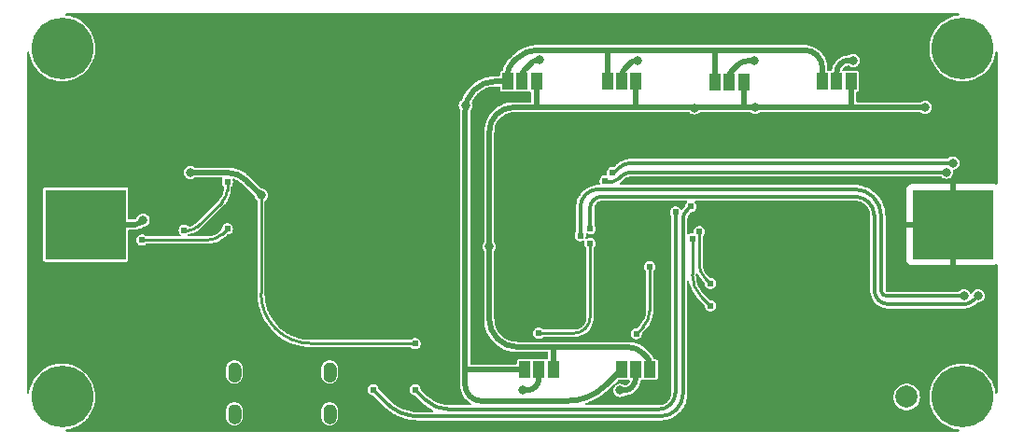
<source format=gbr>
%TF.GenerationSoftware,KiCad,Pcbnew,(6.0.7)*%
%TF.CreationDate,2022-08-09T15:02:55+02:00*%
%TF.ProjectId,LoRaMini-rounded,4c6f5261-4d69-46e6-992d-726f756e6465,rev?*%
%TF.SameCoordinates,Original*%
%TF.FileFunction,Copper,L2,Bot*%
%TF.FilePolarity,Positive*%
%FSLAX46Y46*%
G04 Gerber Fmt 4.6, Leading zero omitted, Abs format (unit mm)*
G04 Created by KiCad (PCBNEW (6.0.7)) date 2022-08-09 15:02:55*
%MOMM*%
%LPD*%
G01*
G04 APERTURE LIST*
%TA.AperFunction,EtchedComponent*%
%ADD10C,0.010000*%
%TD*%
%TA.AperFunction,ComponentPad*%
%ADD11O,0.800000X1.600000*%
%TD*%
%TA.AperFunction,ComponentPad*%
%ADD12C,2.000000*%
%TD*%
%TA.AperFunction,ComponentPad*%
%ADD13C,5.600000*%
%TD*%
%TA.AperFunction,SMDPad,CuDef*%
%ADD14R,1.000000X1.500000*%
%TD*%
%TA.AperFunction,SMDPad,CuDef*%
%ADD15R,7.340000X6.350000*%
%TD*%
%TA.AperFunction,ViaPad*%
%ADD16C,0.800000*%
%TD*%
%TA.AperFunction,ViaPad*%
%ADD17C,0.620000*%
%TD*%
%TA.AperFunction,Conductor*%
%ADD18C,0.500000*%
%TD*%
%TA.AperFunction,Conductor*%
%ADD19C,0.250000*%
%TD*%
%TA.AperFunction,Conductor*%
%ADD20C,0.350000*%
%TD*%
G04 APERTURE END LIST*
%TO.C,J3*%
G36*
X120046000Y-132930000D02*
G01*
X120074000Y-132932000D01*
X120103000Y-132936000D01*
X120131000Y-132941000D01*
X120159000Y-132948000D01*
X120187000Y-132956000D01*
X120214000Y-132966000D01*
X120241000Y-132977000D01*
X120267000Y-132989000D01*
X120292000Y-133003000D01*
X120317000Y-133018000D01*
X120340000Y-133034000D01*
X120363000Y-133052000D01*
X120385000Y-133070000D01*
X120406000Y-133090000D01*
X120426000Y-133111000D01*
X120444000Y-133133000D01*
X120462000Y-133156000D01*
X120478000Y-133179000D01*
X120493000Y-133204000D01*
X120507000Y-133229000D01*
X120519000Y-133255000D01*
X120530000Y-133282000D01*
X120540000Y-133309000D01*
X120548000Y-133337000D01*
X120555000Y-133365000D01*
X120560000Y-133393000D01*
X120564000Y-133422000D01*
X120566000Y-133450000D01*
X120567000Y-133479000D01*
X120567000Y-134079000D01*
X120566000Y-134108000D01*
X120564000Y-134136000D01*
X120560000Y-134165000D01*
X120555000Y-134193000D01*
X120548000Y-134221000D01*
X120540000Y-134249000D01*
X120530000Y-134276000D01*
X120519000Y-134303000D01*
X120507000Y-134329000D01*
X120493000Y-134354000D01*
X120478000Y-134379000D01*
X120462000Y-134402000D01*
X120444000Y-134425000D01*
X120426000Y-134447000D01*
X120406000Y-134468000D01*
X120385000Y-134488000D01*
X120363000Y-134506000D01*
X120340000Y-134524000D01*
X120317000Y-134540000D01*
X120292000Y-134555000D01*
X120267000Y-134569000D01*
X120241000Y-134581000D01*
X120214000Y-134592000D01*
X120187000Y-134602000D01*
X120159000Y-134610000D01*
X120131000Y-134617000D01*
X120103000Y-134622000D01*
X120074000Y-134626000D01*
X120046000Y-134628000D01*
X120017000Y-134629000D01*
X119988000Y-134628000D01*
X119960000Y-134626000D01*
X119931000Y-134622000D01*
X119903000Y-134617000D01*
X119875000Y-134610000D01*
X119847000Y-134602000D01*
X119820000Y-134592000D01*
X119793000Y-134581000D01*
X119767000Y-134569000D01*
X119742000Y-134555000D01*
X119717000Y-134540000D01*
X119694000Y-134524000D01*
X119671000Y-134506000D01*
X119649000Y-134488000D01*
X119628000Y-134468000D01*
X119608000Y-134447000D01*
X119590000Y-134425000D01*
X119572000Y-134402000D01*
X119556000Y-134379000D01*
X119541000Y-134354000D01*
X119527000Y-134329000D01*
X119515000Y-134303000D01*
X119504000Y-134276000D01*
X119494000Y-134249000D01*
X119486000Y-134221000D01*
X119479000Y-134193000D01*
X119474000Y-134165000D01*
X119470000Y-134136000D01*
X119468000Y-134108000D01*
X119467000Y-134079000D01*
X119467000Y-133479000D01*
X119468000Y-133450000D01*
X119470000Y-133422000D01*
X119474000Y-133393000D01*
X119479000Y-133365000D01*
X119486000Y-133337000D01*
X119494000Y-133309000D01*
X119504000Y-133282000D01*
X119515000Y-133255000D01*
X119527000Y-133229000D01*
X119541000Y-133204000D01*
X119556000Y-133179000D01*
X119572000Y-133156000D01*
X119590000Y-133133000D01*
X119608000Y-133111000D01*
X119628000Y-133090000D01*
X119649000Y-133070000D01*
X119671000Y-133052000D01*
X119694000Y-133034000D01*
X119717000Y-133018000D01*
X119742000Y-133003000D01*
X119767000Y-132989000D01*
X119793000Y-132977000D01*
X119820000Y-132966000D01*
X119847000Y-132956000D01*
X119875000Y-132948000D01*
X119903000Y-132941000D01*
X119931000Y-132936000D01*
X119960000Y-132932000D01*
X119988000Y-132930000D01*
X120017000Y-132929000D01*
X120046000Y-132930000D01*
G37*
D10*
X120046000Y-132930000D02*
X120074000Y-132932000D01*
X120103000Y-132936000D01*
X120131000Y-132941000D01*
X120159000Y-132948000D01*
X120187000Y-132956000D01*
X120214000Y-132966000D01*
X120241000Y-132977000D01*
X120267000Y-132989000D01*
X120292000Y-133003000D01*
X120317000Y-133018000D01*
X120340000Y-133034000D01*
X120363000Y-133052000D01*
X120385000Y-133070000D01*
X120406000Y-133090000D01*
X120426000Y-133111000D01*
X120444000Y-133133000D01*
X120462000Y-133156000D01*
X120478000Y-133179000D01*
X120493000Y-133204000D01*
X120507000Y-133229000D01*
X120519000Y-133255000D01*
X120530000Y-133282000D01*
X120540000Y-133309000D01*
X120548000Y-133337000D01*
X120555000Y-133365000D01*
X120560000Y-133393000D01*
X120564000Y-133422000D01*
X120566000Y-133450000D01*
X120567000Y-133479000D01*
X120567000Y-134079000D01*
X120566000Y-134108000D01*
X120564000Y-134136000D01*
X120560000Y-134165000D01*
X120555000Y-134193000D01*
X120548000Y-134221000D01*
X120540000Y-134249000D01*
X120530000Y-134276000D01*
X120519000Y-134303000D01*
X120507000Y-134329000D01*
X120493000Y-134354000D01*
X120478000Y-134379000D01*
X120462000Y-134402000D01*
X120444000Y-134425000D01*
X120426000Y-134447000D01*
X120406000Y-134468000D01*
X120385000Y-134488000D01*
X120363000Y-134506000D01*
X120340000Y-134524000D01*
X120317000Y-134540000D01*
X120292000Y-134555000D01*
X120267000Y-134569000D01*
X120241000Y-134581000D01*
X120214000Y-134592000D01*
X120187000Y-134602000D01*
X120159000Y-134610000D01*
X120131000Y-134617000D01*
X120103000Y-134622000D01*
X120074000Y-134626000D01*
X120046000Y-134628000D01*
X120017000Y-134629000D01*
X119988000Y-134628000D01*
X119960000Y-134626000D01*
X119931000Y-134622000D01*
X119903000Y-134617000D01*
X119875000Y-134610000D01*
X119847000Y-134602000D01*
X119820000Y-134592000D01*
X119793000Y-134581000D01*
X119767000Y-134569000D01*
X119742000Y-134555000D01*
X119717000Y-134540000D01*
X119694000Y-134524000D01*
X119671000Y-134506000D01*
X119649000Y-134488000D01*
X119628000Y-134468000D01*
X119608000Y-134447000D01*
X119590000Y-134425000D01*
X119572000Y-134402000D01*
X119556000Y-134379000D01*
X119541000Y-134354000D01*
X119527000Y-134329000D01*
X119515000Y-134303000D01*
X119504000Y-134276000D01*
X119494000Y-134249000D01*
X119486000Y-134221000D01*
X119479000Y-134193000D01*
X119474000Y-134165000D01*
X119470000Y-134136000D01*
X119468000Y-134108000D01*
X119467000Y-134079000D01*
X119467000Y-133479000D01*
X119468000Y-133450000D01*
X119470000Y-133422000D01*
X119474000Y-133393000D01*
X119479000Y-133365000D01*
X119486000Y-133337000D01*
X119494000Y-133309000D01*
X119504000Y-133282000D01*
X119515000Y-133255000D01*
X119527000Y-133229000D01*
X119541000Y-133204000D01*
X119556000Y-133179000D01*
X119572000Y-133156000D01*
X119590000Y-133133000D01*
X119608000Y-133111000D01*
X119628000Y-133090000D01*
X119649000Y-133070000D01*
X119671000Y-133052000D01*
X119694000Y-133034000D01*
X119717000Y-133018000D01*
X119742000Y-133003000D01*
X119767000Y-132989000D01*
X119793000Y-132977000D01*
X119820000Y-132966000D01*
X119847000Y-132956000D01*
X119875000Y-132948000D01*
X119903000Y-132941000D01*
X119931000Y-132936000D01*
X119960000Y-132932000D01*
X119988000Y-132930000D01*
X120017000Y-132929000D01*
X120046000Y-132930000D01*
G36*
X111406000Y-132930000D02*
G01*
X111434000Y-132932000D01*
X111463000Y-132936000D01*
X111491000Y-132941000D01*
X111519000Y-132948000D01*
X111547000Y-132956000D01*
X111574000Y-132966000D01*
X111601000Y-132977000D01*
X111627000Y-132989000D01*
X111652000Y-133003000D01*
X111677000Y-133018000D01*
X111700000Y-133034000D01*
X111723000Y-133052000D01*
X111745000Y-133070000D01*
X111766000Y-133090000D01*
X111786000Y-133111000D01*
X111804000Y-133133000D01*
X111822000Y-133156000D01*
X111838000Y-133179000D01*
X111853000Y-133204000D01*
X111867000Y-133229000D01*
X111879000Y-133255000D01*
X111890000Y-133282000D01*
X111900000Y-133309000D01*
X111908000Y-133337000D01*
X111915000Y-133365000D01*
X111920000Y-133393000D01*
X111924000Y-133422000D01*
X111926000Y-133450000D01*
X111927000Y-133479000D01*
X111927000Y-134079000D01*
X111926000Y-134108000D01*
X111924000Y-134136000D01*
X111920000Y-134165000D01*
X111915000Y-134193000D01*
X111908000Y-134221000D01*
X111900000Y-134249000D01*
X111890000Y-134276000D01*
X111879000Y-134303000D01*
X111867000Y-134329000D01*
X111853000Y-134354000D01*
X111838000Y-134379000D01*
X111822000Y-134402000D01*
X111804000Y-134425000D01*
X111786000Y-134447000D01*
X111766000Y-134468000D01*
X111745000Y-134488000D01*
X111723000Y-134506000D01*
X111700000Y-134524000D01*
X111677000Y-134540000D01*
X111652000Y-134555000D01*
X111627000Y-134569000D01*
X111601000Y-134581000D01*
X111574000Y-134592000D01*
X111547000Y-134602000D01*
X111519000Y-134610000D01*
X111491000Y-134617000D01*
X111463000Y-134622000D01*
X111434000Y-134626000D01*
X111406000Y-134628000D01*
X111377000Y-134629000D01*
X111348000Y-134628000D01*
X111320000Y-134626000D01*
X111291000Y-134622000D01*
X111263000Y-134617000D01*
X111235000Y-134610000D01*
X111207000Y-134602000D01*
X111180000Y-134592000D01*
X111153000Y-134581000D01*
X111127000Y-134569000D01*
X111102000Y-134555000D01*
X111077000Y-134540000D01*
X111054000Y-134524000D01*
X111031000Y-134506000D01*
X111009000Y-134488000D01*
X110988000Y-134468000D01*
X110968000Y-134447000D01*
X110950000Y-134425000D01*
X110932000Y-134402000D01*
X110916000Y-134379000D01*
X110901000Y-134354000D01*
X110887000Y-134329000D01*
X110875000Y-134303000D01*
X110864000Y-134276000D01*
X110854000Y-134249000D01*
X110846000Y-134221000D01*
X110839000Y-134193000D01*
X110834000Y-134165000D01*
X110830000Y-134136000D01*
X110828000Y-134108000D01*
X110827000Y-134079000D01*
X110827000Y-133479000D01*
X110828000Y-133450000D01*
X110830000Y-133422000D01*
X110834000Y-133393000D01*
X110839000Y-133365000D01*
X110846000Y-133337000D01*
X110854000Y-133309000D01*
X110864000Y-133282000D01*
X110875000Y-133255000D01*
X110887000Y-133229000D01*
X110901000Y-133204000D01*
X110916000Y-133179000D01*
X110932000Y-133156000D01*
X110950000Y-133133000D01*
X110968000Y-133111000D01*
X110988000Y-133090000D01*
X111009000Y-133070000D01*
X111031000Y-133052000D01*
X111054000Y-133034000D01*
X111077000Y-133018000D01*
X111102000Y-133003000D01*
X111127000Y-132989000D01*
X111153000Y-132977000D01*
X111180000Y-132966000D01*
X111207000Y-132956000D01*
X111235000Y-132948000D01*
X111263000Y-132941000D01*
X111291000Y-132936000D01*
X111320000Y-132932000D01*
X111348000Y-132930000D01*
X111377000Y-132929000D01*
X111406000Y-132930000D01*
G37*
X111406000Y-132930000D02*
X111434000Y-132932000D01*
X111463000Y-132936000D01*
X111491000Y-132941000D01*
X111519000Y-132948000D01*
X111547000Y-132956000D01*
X111574000Y-132966000D01*
X111601000Y-132977000D01*
X111627000Y-132989000D01*
X111652000Y-133003000D01*
X111677000Y-133018000D01*
X111700000Y-133034000D01*
X111723000Y-133052000D01*
X111745000Y-133070000D01*
X111766000Y-133090000D01*
X111786000Y-133111000D01*
X111804000Y-133133000D01*
X111822000Y-133156000D01*
X111838000Y-133179000D01*
X111853000Y-133204000D01*
X111867000Y-133229000D01*
X111879000Y-133255000D01*
X111890000Y-133282000D01*
X111900000Y-133309000D01*
X111908000Y-133337000D01*
X111915000Y-133365000D01*
X111920000Y-133393000D01*
X111924000Y-133422000D01*
X111926000Y-133450000D01*
X111927000Y-133479000D01*
X111927000Y-134079000D01*
X111926000Y-134108000D01*
X111924000Y-134136000D01*
X111920000Y-134165000D01*
X111915000Y-134193000D01*
X111908000Y-134221000D01*
X111900000Y-134249000D01*
X111890000Y-134276000D01*
X111879000Y-134303000D01*
X111867000Y-134329000D01*
X111853000Y-134354000D01*
X111838000Y-134379000D01*
X111822000Y-134402000D01*
X111804000Y-134425000D01*
X111786000Y-134447000D01*
X111766000Y-134468000D01*
X111745000Y-134488000D01*
X111723000Y-134506000D01*
X111700000Y-134524000D01*
X111677000Y-134540000D01*
X111652000Y-134555000D01*
X111627000Y-134569000D01*
X111601000Y-134581000D01*
X111574000Y-134592000D01*
X111547000Y-134602000D01*
X111519000Y-134610000D01*
X111491000Y-134617000D01*
X111463000Y-134622000D01*
X111434000Y-134626000D01*
X111406000Y-134628000D01*
X111377000Y-134629000D01*
X111348000Y-134628000D01*
X111320000Y-134626000D01*
X111291000Y-134622000D01*
X111263000Y-134617000D01*
X111235000Y-134610000D01*
X111207000Y-134602000D01*
X111180000Y-134592000D01*
X111153000Y-134581000D01*
X111127000Y-134569000D01*
X111102000Y-134555000D01*
X111077000Y-134540000D01*
X111054000Y-134524000D01*
X111031000Y-134506000D01*
X111009000Y-134488000D01*
X110988000Y-134468000D01*
X110968000Y-134447000D01*
X110950000Y-134425000D01*
X110932000Y-134402000D01*
X110916000Y-134379000D01*
X110901000Y-134354000D01*
X110887000Y-134329000D01*
X110875000Y-134303000D01*
X110864000Y-134276000D01*
X110854000Y-134249000D01*
X110846000Y-134221000D01*
X110839000Y-134193000D01*
X110834000Y-134165000D01*
X110830000Y-134136000D01*
X110828000Y-134108000D01*
X110827000Y-134079000D01*
X110827000Y-133479000D01*
X110828000Y-133450000D01*
X110830000Y-133422000D01*
X110834000Y-133393000D01*
X110839000Y-133365000D01*
X110846000Y-133337000D01*
X110854000Y-133309000D01*
X110864000Y-133282000D01*
X110875000Y-133255000D01*
X110887000Y-133229000D01*
X110901000Y-133204000D01*
X110916000Y-133179000D01*
X110932000Y-133156000D01*
X110950000Y-133133000D01*
X110968000Y-133111000D01*
X110988000Y-133090000D01*
X111009000Y-133070000D01*
X111031000Y-133052000D01*
X111054000Y-133034000D01*
X111077000Y-133018000D01*
X111102000Y-133003000D01*
X111127000Y-132989000D01*
X111153000Y-132977000D01*
X111180000Y-132966000D01*
X111207000Y-132956000D01*
X111235000Y-132948000D01*
X111263000Y-132941000D01*
X111291000Y-132936000D01*
X111320000Y-132932000D01*
X111348000Y-132930000D01*
X111377000Y-132929000D01*
X111406000Y-132930000D01*
G36*
X120046000Y-136730000D02*
G01*
X120074000Y-136732000D01*
X120103000Y-136736000D01*
X120131000Y-136741000D01*
X120159000Y-136748000D01*
X120187000Y-136756000D01*
X120214000Y-136766000D01*
X120241000Y-136777000D01*
X120267000Y-136789000D01*
X120292000Y-136803000D01*
X120317000Y-136818000D01*
X120340000Y-136834000D01*
X120363000Y-136852000D01*
X120385000Y-136870000D01*
X120406000Y-136890000D01*
X120426000Y-136911000D01*
X120444000Y-136933000D01*
X120462000Y-136956000D01*
X120478000Y-136979000D01*
X120493000Y-137004000D01*
X120507000Y-137029000D01*
X120519000Y-137055000D01*
X120530000Y-137082000D01*
X120540000Y-137109000D01*
X120548000Y-137137000D01*
X120555000Y-137165000D01*
X120560000Y-137193000D01*
X120564000Y-137222000D01*
X120566000Y-137250000D01*
X120567000Y-137279000D01*
X120567000Y-137879000D01*
X120566000Y-137908000D01*
X120564000Y-137936000D01*
X120560000Y-137965000D01*
X120555000Y-137993000D01*
X120548000Y-138021000D01*
X120540000Y-138049000D01*
X120530000Y-138076000D01*
X120519000Y-138103000D01*
X120507000Y-138129000D01*
X120493000Y-138154000D01*
X120478000Y-138179000D01*
X120462000Y-138202000D01*
X120444000Y-138225000D01*
X120426000Y-138247000D01*
X120406000Y-138268000D01*
X120385000Y-138288000D01*
X120363000Y-138306000D01*
X120340000Y-138324000D01*
X120317000Y-138340000D01*
X120292000Y-138355000D01*
X120267000Y-138369000D01*
X120241000Y-138381000D01*
X120214000Y-138392000D01*
X120187000Y-138402000D01*
X120159000Y-138410000D01*
X120131000Y-138417000D01*
X120103000Y-138422000D01*
X120074000Y-138426000D01*
X120046000Y-138428000D01*
X120017000Y-138429000D01*
X119988000Y-138428000D01*
X119960000Y-138426000D01*
X119931000Y-138422000D01*
X119903000Y-138417000D01*
X119875000Y-138410000D01*
X119847000Y-138402000D01*
X119820000Y-138392000D01*
X119793000Y-138381000D01*
X119767000Y-138369000D01*
X119742000Y-138355000D01*
X119717000Y-138340000D01*
X119694000Y-138324000D01*
X119671000Y-138306000D01*
X119649000Y-138288000D01*
X119628000Y-138268000D01*
X119608000Y-138247000D01*
X119590000Y-138225000D01*
X119572000Y-138202000D01*
X119556000Y-138179000D01*
X119541000Y-138154000D01*
X119527000Y-138129000D01*
X119515000Y-138103000D01*
X119504000Y-138076000D01*
X119494000Y-138049000D01*
X119486000Y-138021000D01*
X119479000Y-137993000D01*
X119474000Y-137965000D01*
X119470000Y-137936000D01*
X119468000Y-137908000D01*
X119467000Y-137879000D01*
X119467000Y-137279000D01*
X119468000Y-137250000D01*
X119470000Y-137222000D01*
X119474000Y-137193000D01*
X119479000Y-137165000D01*
X119486000Y-137137000D01*
X119494000Y-137109000D01*
X119504000Y-137082000D01*
X119515000Y-137055000D01*
X119527000Y-137029000D01*
X119541000Y-137004000D01*
X119556000Y-136979000D01*
X119572000Y-136956000D01*
X119590000Y-136933000D01*
X119608000Y-136911000D01*
X119628000Y-136890000D01*
X119649000Y-136870000D01*
X119671000Y-136852000D01*
X119694000Y-136834000D01*
X119717000Y-136818000D01*
X119742000Y-136803000D01*
X119767000Y-136789000D01*
X119793000Y-136777000D01*
X119820000Y-136766000D01*
X119847000Y-136756000D01*
X119875000Y-136748000D01*
X119903000Y-136741000D01*
X119931000Y-136736000D01*
X119960000Y-136732000D01*
X119988000Y-136730000D01*
X120017000Y-136729000D01*
X120046000Y-136730000D01*
G37*
X120046000Y-136730000D02*
X120074000Y-136732000D01*
X120103000Y-136736000D01*
X120131000Y-136741000D01*
X120159000Y-136748000D01*
X120187000Y-136756000D01*
X120214000Y-136766000D01*
X120241000Y-136777000D01*
X120267000Y-136789000D01*
X120292000Y-136803000D01*
X120317000Y-136818000D01*
X120340000Y-136834000D01*
X120363000Y-136852000D01*
X120385000Y-136870000D01*
X120406000Y-136890000D01*
X120426000Y-136911000D01*
X120444000Y-136933000D01*
X120462000Y-136956000D01*
X120478000Y-136979000D01*
X120493000Y-137004000D01*
X120507000Y-137029000D01*
X120519000Y-137055000D01*
X120530000Y-137082000D01*
X120540000Y-137109000D01*
X120548000Y-137137000D01*
X120555000Y-137165000D01*
X120560000Y-137193000D01*
X120564000Y-137222000D01*
X120566000Y-137250000D01*
X120567000Y-137279000D01*
X120567000Y-137879000D01*
X120566000Y-137908000D01*
X120564000Y-137936000D01*
X120560000Y-137965000D01*
X120555000Y-137993000D01*
X120548000Y-138021000D01*
X120540000Y-138049000D01*
X120530000Y-138076000D01*
X120519000Y-138103000D01*
X120507000Y-138129000D01*
X120493000Y-138154000D01*
X120478000Y-138179000D01*
X120462000Y-138202000D01*
X120444000Y-138225000D01*
X120426000Y-138247000D01*
X120406000Y-138268000D01*
X120385000Y-138288000D01*
X120363000Y-138306000D01*
X120340000Y-138324000D01*
X120317000Y-138340000D01*
X120292000Y-138355000D01*
X120267000Y-138369000D01*
X120241000Y-138381000D01*
X120214000Y-138392000D01*
X120187000Y-138402000D01*
X120159000Y-138410000D01*
X120131000Y-138417000D01*
X120103000Y-138422000D01*
X120074000Y-138426000D01*
X120046000Y-138428000D01*
X120017000Y-138429000D01*
X119988000Y-138428000D01*
X119960000Y-138426000D01*
X119931000Y-138422000D01*
X119903000Y-138417000D01*
X119875000Y-138410000D01*
X119847000Y-138402000D01*
X119820000Y-138392000D01*
X119793000Y-138381000D01*
X119767000Y-138369000D01*
X119742000Y-138355000D01*
X119717000Y-138340000D01*
X119694000Y-138324000D01*
X119671000Y-138306000D01*
X119649000Y-138288000D01*
X119628000Y-138268000D01*
X119608000Y-138247000D01*
X119590000Y-138225000D01*
X119572000Y-138202000D01*
X119556000Y-138179000D01*
X119541000Y-138154000D01*
X119527000Y-138129000D01*
X119515000Y-138103000D01*
X119504000Y-138076000D01*
X119494000Y-138049000D01*
X119486000Y-138021000D01*
X119479000Y-137993000D01*
X119474000Y-137965000D01*
X119470000Y-137936000D01*
X119468000Y-137908000D01*
X119467000Y-137879000D01*
X119467000Y-137279000D01*
X119468000Y-137250000D01*
X119470000Y-137222000D01*
X119474000Y-137193000D01*
X119479000Y-137165000D01*
X119486000Y-137137000D01*
X119494000Y-137109000D01*
X119504000Y-137082000D01*
X119515000Y-137055000D01*
X119527000Y-137029000D01*
X119541000Y-137004000D01*
X119556000Y-136979000D01*
X119572000Y-136956000D01*
X119590000Y-136933000D01*
X119608000Y-136911000D01*
X119628000Y-136890000D01*
X119649000Y-136870000D01*
X119671000Y-136852000D01*
X119694000Y-136834000D01*
X119717000Y-136818000D01*
X119742000Y-136803000D01*
X119767000Y-136789000D01*
X119793000Y-136777000D01*
X119820000Y-136766000D01*
X119847000Y-136756000D01*
X119875000Y-136748000D01*
X119903000Y-136741000D01*
X119931000Y-136736000D01*
X119960000Y-136732000D01*
X119988000Y-136730000D01*
X120017000Y-136729000D01*
X120046000Y-136730000D01*
G36*
X111406000Y-136730000D02*
G01*
X111434000Y-136732000D01*
X111463000Y-136736000D01*
X111491000Y-136741000D01*
X111519000Y-136748000D01*
X111547000Y-136756000D01*
X111574000Y-136766000D01*
X111601000Y-136777000D01*
X111627000Y-136789000D01*
X111652000Y-136803000D01*
X111677000Y-136818000D01*
X111700000Y-136834000D01*
X111723000Y-136852000D01*
X111745000Y-136870000D01*
X111766000Y-136890000D01*
X111786000Y-136911000D01*
X111804000Y-136933000D01*
X111822000Y-136956000D01*
X111838000Y-136979000D01*
X111853000Y-137004000D01*
X111867000Y-137029000D01*
X111879000Y-137055000D01*
X111890000Y-137082000D01*
X111900000Y-137109000D01*
X111908000Y-137137000D01*
X111915000Y-137165000D01*
X111920000Y-137193000D01*
X111924000Y-137222000D01*
X111926000Y-137250000D01*
X111927000Y-137279000D01*
X111927000Y-137879000D01*
X111926000Y-137908000D01*
X111924000Y-137936000D01*
X111920000Y-137965000D01*
X111915000Y-137993000D01*
X111908000Y-138021000D01*
X111900000Y-138049000D01*
X111890000Y-138076000D01*
X111879000Y-138103000D01*
X111867000Y-138129000D01*
X111853000Y-138154000D01*
X111838000Y-138179000D01*
X111822000Y-138202000D01*
X111804000Y-138225000D01*
X111786000Y-138247000D01*
X111766000Y-138268000D01*
X111745000Y-138288000D01*
X111723000Y-138306000D01*
X111700000Y-138324000D01*
X111677000Y-138340000D01*
X111652000Y-138355000D01*
X111627000Y-138369000D01*
X111601000Y-138381000D01*
X111574000Y-138392000D01*
X111547000Y-138402000D01*
X111519000Y-138410000D01*
X111491000Y-138417000D01*
X111463000Y-138422000D01*
X111434000Y-138426000D01*
X111406000Y-138428000D01*
X111377000Y-138429000D01*
X111348000Y-138428000D01*
X111320000Y-138426000D01*
X111291000Y-138422000D01*
X111263000Y-138417000D01*
X111235000Y-138410000D01*
X111207000Y-138402000D01*
X111180000Y-138392000D01*
X111153000Y-138381000D01*
X111127000Y-138369000D01*
X111102000Y-138355000D01*
X111077000Y-138340000D01*
X111054000Y-138324000D01*
X111031000Y-138306000D01*
X111009000Y-138288000D01*
X110988000Y-138268000D01*
X110968000Y-138247000D01*
X110950000Y-138225000D01*
X110932000Y-138202000D01*
X110916000Y-138179000D01*
X110901000Y-138154000D01*
X110887000Y-138129000D01*
X110875000Y-138103000D01*
X110864000Y-138076000D01*
X110854000Y-138049000D01*
X110846000Y-138021000D01*
X110839000Y-137993000D01*
X110834000Y-137965000D01*
X110830000Y-137936000D01*
X110828000Y-137908000D01*
X110827000Y-137879000D01*
X110827000Y-137279000D01*
X110828000Y-137250000D01*
X110830000Y-137222000D01*
X110834000Y-137193000D01*
X110839000Y-137165000D01*
X110846000Y-137137000D01*
X110854000Y-137109000D01*
X110864000Y-137082000D01*
X110875000Y-137055000D01*
X110887000Y-137029000D01*
X110901000Y-137004000D01*
X110916000Y-136979000D01*
X110932000Y-136956000D01*
X110950000Y-136933000D01*
X110968000Y-136911000D01*
X110988000Y-136890000D01*
X111009000Y-136870000D01*
X111031000Y-136852000D01*
X111054000Y-136834000D01*
X111077000Y-136818000D01*
X111102000Y-136803000D01*
X111127000Y-136789000D01*
X111153000Y-136777000D01*
X111180000Y-136766000D01*
X111207000Y-136756000D01*
X111235000Y-136748000D01*
X111263000Y-136741000D01*
X111291000Y-136736000D01*
X111320000Y-136732000D01*
X111348000Y-136730000D01*
X111377000Y-136729000D01*
X111406000Y-136730000D01*
G37*
X111406000Y-136730000D02*
X111434000Y-136732000D01*
X111463000Y-136736000D01*
X111491000Y-136741000D01*
X111519000Y-136748000D01*
X111547000Y-136756000D01*
X111574000Y-136766000D01*
X111601000Y-136777000D01*
X111627000Y-136789000D01*
X111652000Y-136803000D01*
X111677000Y-136818000D01*
X111700000Y-136834000D01*
X111723000Y-136852000D01*
X111745000Y-136870000D01*
X111766000Y-136890000D01*
X111786000Y-136911000D01*
X111804000Y-136933000D01*
X111822000Y-136956000D01*
X111838000Y-136979000D01*
X111853000Y-137004000D01*
X111867000Y-137029000D01*
X111879000Y-137055000D01*
X111890000Y-137082000D01*
X111900000Y-137109000D01*
X111908000Y-137137000D01*
X111915000Y-137165000D01*
X111920000Y-137193000D01*
X111924000Y-137222000D01*
X111926000Y-137250000D01*
X111927000Y-137279000D01*
X111927000Y-137879000D01*
X111926000Y-137908000D01*
X111924000Y-137936000D01*
X111920000Y-137965000D01*
X111915000Y-137993000D01*
X111908000Y-138021000D01*
X111900000Y-138049000D01*
X111890000Y-138076000D01*
X111879000Y-138103000D01*
X111867000Y-138129000D01*
X111853000Y-138154000D01*
X111838000Y-138179000D01*
X111822000Y-138202000D01*
X111804000Y-138225000D01*
X111786000Y-138247000D01*
X111766000Y-138268000D01*
X111745000Y-138288000D01*
X111723000Y-138306000D01*
X111700000Y-138324000D01*
X111677000Y-138340000D01*
X111652000Y-138355000D01*
X111627000Y-138369000D01*
X111601000Y-138381000D01*
X111574000Y-138392000D01*
X111547000Y-138402000D01*
X111519000Y-138410000D01*
X111491000Y-138417000D01*
X111463000Y-138422000D01*
X111434000Y-138426000D01*
X111406000Y-138428000D01*
X111377000Y-138429000D01*
X111348000Y-138428000D01*
X111320000Y-138426000D01*
X111291000Y-138422000D01*
X111263000Y-138417000D01*
X111235000Y-138410000D01*
X111207000Y-138402000D01*
X111180000Y-138392000D01*
X111153000Y-138381000D01*
X111127000Y-138369000D01*
X111102000Y-138355000D01*
X111077000Y-138340000D01*
X111054000Y-138324000D01*
X111031000Y-138306000D01*
X111009000Y-138288000D01*
X110988000Y-138268000D01*
X110968000Y-138247000D01*
X110950000Y-138225000D01*
X110932000Y-138202000D01*
X110916000Y-138179000D01*
X110901000Y-138154000D01*
X110887000Y-138129000D01*
X110875000Y-138103000D01*
X110864000Y-138076000D01*
X110854000Y-138049000D01*
X110846000Y-138021000D01*
X110839000Y-137993000D01*
X110834000Y-137965000D01*
X110830000Y-137936000D01*
X110828000Y-137908000D01*
X110827000Y-137879000D01*
X110827000Y-137279000D01*
X110828000Y-137250000D01*
X110830000Y-137222000D01*
X110834000Y-137193000D01*
X110839000Y-137165000D01*
X110846000Y-137137000D01*
X110854000Y-137109000D01*
X110864000Y-137082000D01*
X110875000Y-137055000D01*
X110887000Y-137029000D01*
X110901000Y-137004000D01*
X110916000Y-136979000D01*
X110932000Y-136956000D01*
X110950000Y-136933000D01*
X110968000Y-136911000D01*
X110988000Y-136890000D01*
X111009000Y-136870000D01*
X111031000Y-136852000D01*
X111054000Y-136834000D01*
X111077000Y-136818000D01*
X111102000Y-136803000D01*
X111127000Y-136789000D01*
X111153000Y-136777000D01*
X111180000Y-136766000D01*
X111207000Y-136756000D01*
X111235000Y-136748000D01*
X111263000Y-136741000D01*
X111291000Y-136736000D01*
X111320000Y-136732000D01*
X111348000Y-136730000D01*
X111377000Y-136729000D01*
X111406000Y-136730000D01*
%TD*%
D11*
%TO.P,J3,S4,SHIELD*%
%TO.N,unconnected-(J3-PadS4)*%
X120017000Y-137579000D03*
%TO.P,J3,S3,SHIELD*%
%TO.N,unconnected-(J3-PadS3)*%
X111377000Y-137579000D03*
%TO.P,J3,S2,SHIELD*%
%TO.N,unconnected-(J3-PadS2)*%
X120017000Y-133779000D03*
%TO.P,J3,S1,SHIELD*%
%TO.N,unconnected-(J3-PadS1)*%
X111377000Y-133779000D03*
%TD*%
D12*
%TO.P,J2,1,Pin_1*%
%TO.N,Net-(ANT1-Pad1)*%
X172364400Y-136042400D03*
%TD*%
D13*
%TO.P,REF\u002A\u002A,1*%
%TO.N,N/C*%
X177419000Y-104394000D03*
%TD*%
%TO.P,REF\u002A\u002A,1*%
%TO.N,N/C*%
X95758000Y-136017000D03*
%TD*%
%TO.P,REF\u002A\u002A,1*%
%TO.N,N/C*%
X95758000Y-104394000D03*
%TD*%
%TO.P,REF\u002A\u002A,1*%
%TO.N,N/C*%
X177419000Y-136017000D03*
%TD*%
D14*
%TO.P,LPB8,3,B*%
%TO.N,VBUS*%
X137701500Y-133553200D03*
%TO.P,LPB8,2,C*%
%TO.N,Net-(JP2-Pad3)*%
X139001500Y-133553200D03*
%TO.P,LPB8,1,A*%
%TO.N,+3V3*%
X140301500Y-133553200D03*
%TD*%
%TO.P,LPB3,3,B*%
%TO.N,VBUS*%
X136164800Y-107400000D03*
%TO.P,LPB3,2,C*%
%TO.N,Net-(JP4-Pad3)*%
X137464800Y-107400000D03*
%TO.P,LPB3,1,A*%
%TO.N,+3V3*%
X138764800Y-107400000D03*
%TD*%
%TO.P,LPA0,3,B*%
%TO.N,VBUS*%
X146477200Y-133553200D03*
%TO.P,LPA0,2,C*%
%TO.N,Net-(JP5-Pad3)*%
X147777200Y-133553200D03*
%TO.P,LPA0,1,A*%
%TO.N,+3V3*%
X149077200Y-133553200D03*
%TD*%
D15*
%TO.P,BT1,2,-*%
%TO.N,GND*%
X176540800Y-120396000D03*
%TO.P,BT1,1,+*%
%TO.N,+BATT*%
X97880800Y-120396000D03*
%TD*%
D14*
%TO.P,LPA15,3,B*%
%TO.N,VBUS*%
X145200000Y-107407500D03*
%TO.P,LPA15,2,C*%
%TO.N,Net-(JP3-Pad3)*%
X146500000Y-107407500D03*
%TO.P,LPA15,1,A*%
%TO.N,+3V3*%
X147800000Y-107407500D03*
%TD*%
%TO.P,JP6,3,B*%
%TO.N,VBUS*%
X154960800Y-107507500D03*
%TO.P,JP6,2,C*%
%TO.N,Net-(I2C1-Pad1)*%
X156260800Y-107507500D03*
%TO.P,JP6,1,A*%
%TO.N,+3V3*%
X157560800Y-107507500D03*
%TD*%
%TO.P,LPA8,3,B*%
%TO.N,VBUS*%
X164714400Y-107400000D03*
%TO.P,LPA8,2,C*%
%TO.N,Net-(JP1-Pad3)*%
X166014400Y-107400000D03*
%TO.P,LPA8,1,A*%
%TO.N,+3V3*%
X167314400Y-107400000D03*
%TD*%
D16*
%TO.N,+BATT*%
X103100000Y-120000000D03*
X113792000Y-117729000D03*
X107391200Y-115671600D03*
D17*
X127762000Y-131191000D03*
D16*
%TO.N,GND*%
X138023600Y-122936000D03*
X131090800Y-127457200D03*
X164439600Y-126214000D03*
X146431000Y-119126000D03*
X164439600Y-124714000D03*
X131090800Y-125957200D03*
X138023600Y-116078000D03*
X133400800Y-127457200D03*
X128090800Y-125957200D03*
X133400000Y-126000000D03*
X162939600Y-123214000D03*
X129590800Y-125957200D03*
X165939600Y-126214000D03*
X146431000Y-121158000D03*
X162939600Y-126214000D03*
X164439600Y-123214000D03*
X128090800Y-127457200D03*
X148463000Y-119126000D03*
D17*
X111252000Y-118684000D03*
D16*
X165939600Y-123214000D03*
X148463000Y-121158000D03*
X162939600Y-124714000D03*
X133400800Y-128981200D03*
X165939600Y-124714000D03*
X129590800Y-128957200D03*
X131090800Y-128957200D03*
X128090800Y-128957200D03*
X129590800Y-127457200D03*
%TO.N,+3V3*%
X174050000Y-109750000D03*
X134467600Y-122377200D03*
X153100000Y-109800000D03*
X158600000Y-109750000D03*
%TO.N,SWDIO*%
X176530000Y-114808000D03*
D17*
X145672359Y-115674959D03*
D16*
%TO.N,SWCLK*%
X175975577Y-115639637D03*
D17*
X145013398Y-116442702D03*
D16*
%TO.N,TX*%
X178816000Y-126873000D03*
D17*
X143637000Y-120757500D03*
%TO.N,RX*%
X142748000Y-121412000D03*
D16*
X177546000Y-126833345D03*
D17*
%TO.N,Net-(R11-Pad1)*%
X102997000Y-121793000D03*
X110744000Y-120777000D03*
%TO.N,ADC_Sol*%
X123952000Y-135382000D03*
X152781000Y-118745000D03*
%TO.N,ADC_Batt*%
X151384000Y-119253000D03*
X127762000Y-135382000D03*
%TO.N,PB8*%
X143637000Y-122116497D03*
X138988800Y-130251200D03*
%TO.N,PA0*%
X147828000Y-130302000D03*
X149056272Y-124234388D03*
%TO.N,RST*%
X154559000Y-127762000D03*
X152908000Y-121666000D03*
%TO.N,CS*%
X153543000Y-121031000D03*
X154559000Y-125730000D03*
%TO.N,Net-(Q1-Pad1)*%
X106832400Y-120904000D03*
X110744000Y-116535200D03*
D16*
%TO.N,Net-(JP1-Pad3)*%
X167500000Y-105500000D03*
%TO.N,Net-(JP2-Pad3)*%
X137515600Y-135432800D03*
%TO.N,Net-(JP3-Pad3)*%
X147950000Y-105500000D03*
%TO.N,Net-(JP4-Pad3)*%
X139090400Y-105460800D03*
%TO.N,Net-(JP5-Pad3)*%
X146350000Y-135450000D03*
%TO.N,Net-(I2C1-Pad1)*%
X158500000Y-105550000D03*
%TO.N,VBUS*%
X132334000Y-109575600D03*
%TD*%
D18*
%TO.N,+3V3*%
X172767532Y-109750000D02*
X172758925Y-109750000D01*
X169676071Y-109750000D02*
X169470501Y-109750000D01*
X167051335Y-109750000D02*
X167048561Y-109750000D01*
X167109276Y-109750000D02*
X167071573Y-109750000D01*
X172027444Y-109750000D02*
X172025386Y-109750000D01*
X165439085Y-109750000D02*
X165415520Y-109750000D01*
X171515132Y-109750000D02*
X171497668Y-109750000D01*
X160297510Y-109750000D02*
X160142223Y-109750000D01*
X166125980Y-109750000D02*
X166101065Y-109750000D01*
X172167730Y-109750000D02*
X172076264Y-109750000D01*
X171493052Y-109750000D02*
X171484820Y-109750000D01*
X164148497Y-109750000D02*
X164135227Y-109750000D01*
X168912911Y-109750000D02*
X168895447Y-109750000D01*
X160710191Y-109750000D02*
X160661264Y-109750000D01*
X173120425Y-109750000D02*
X173085996Y-109750000D01*
X168895447Y-109750000D02*
X168877983Y-109750000D01*
X167719148Y-109750000D02*
X167717146Y-109750000D01*
X167649789Y-109750000D02*
X167615360Y-109750000D01*
X167891290Y-109750000D02*
X167856861Y-109750000D01*
X157573531Y-109750000D02*
X157562934Y-109750000D01*
X172031560Y-109750000D02*
X172029502Y-109750000D01*
X166150895Y-109750000D02*
X166125980Y-109750000D01*
X171096607Y-109750000D02*
X171082730Y-109750000D01*
X167131454Y-109750000D02*
X167124802Y-109750000D01*
X171468356Y-109750000D02*
X171460124Y-109750000D01*
X173499142Y-109750000D02*
X173456106Y-109750000D01*
X159123279Y-109750000D02*
X158946585Y-109750000D01*
X167054109Y-109750000D02*
X167051335Y-109750000D01*
X167439716Y-109750000D02*
X167300000Y-109750000D01*
X158472078Y-109750000D02*
X158423151Y-109750000D01*
X170702753Y-109750000D02*
X170644186Y-109750000D01*
X164683790Y-109750000D02*
X164595150Y-109750000D01*
X159884692Y-109750000D02*
X159689785Y-109750000D01*
X158731868Y-109750000D02*
X158574984Y-109750000D01*
X158834274Y-109750000D02*
X158786346Y-109750000D01*
X167788004Y-109750000D02*
X167755578Y-109750000D01*
X160980086Y-109750000D02*
X160941264Y-109750000D01*
X166899338Y-109750000D02*
X166887831Y-109750000D01*
X162254566Y-109750000D02*
X161985534Y-109750000D01*
X167746971Y-109750000D02*
X167731759Y-109750000D01*
X168147751Y-109750000D02*
X168112822Y-109750000D01*
X166101065Y-109750000D02*
X166076150Y-109750000D01*
X173946711Y-109750000D02*
X173912282Y-109750000D01*
X166917621Y-109750000D02*
X166917212Y-109750000D01*
X157596755Y-109750000D02*
X157582098Y-109750000D01*
X166993125Y-109750000D02*
X166983699Y-109750000D01*
X163844893Y-109750000D02*
X163828439Y-109750000D01*
X173901523Y-109750000D02*
X173888612Y-109750000D01*
X170608200Y-109750000D02*
X170477660Y-109750000D01*
X168021634Y-109750000D02*
X168013903Y-109750000D01*
X171384091Y-109750000D02*
X171342988Y-109750000D01*
X163861347Y-109750000D02*
X163844893Y-109750000D01*
X173404462Y-109750000D02*
X173395855Y-109750000D01*
X171484820Y-109750000D02*
X171476588Y-109750000D01*
X166200725Y-109750000D02*
X166175810Y-109750000D01*
X165326987Y-109750000D02*
X165238453Y-109750000D01*
X160804849Y-109750000D02*
X160796342Y-109750000D01*
X163667613Y-109750000D02*
X163651158Y-109750000D01*
X174015569Y-109750000D02*
X174006962Y-109750000D01*
X173542178Y-109750000D02*
X173499142Y-109750000D01*
X166225640Y-109750000D02*
X166200725Y-109750000D01*
X171460124Y-109750000D02*
X171451892Y-109750000D01*
X170087211Y-109750000D02*
X170025585Y-109750000D01*
X170210463Y-109750000D02*
X170148837Y-109750000D01*
X173154854Y-109750000D02*
X173120425Y-109750000D01*
X167535645Y-109750000D02*
X167483502Y-109750000D01*
X166964311Y-109750000D02*
X166962640Y-109750000D01*
X173258141Y-109750000D02*
X173223713Y-109750000D01*
X173385096Y-109750000D02*
X173372185Y-109750000D01*
X167683718Y-109750000D02*
X167650290Y-109750000D01*
X170020412Y-109750000D02*
X169948440Y-109750000D01*
X169470501Y-109750000D02*
X169264931Y-109750000D01*
X171622532Y-109750000D02*
X171579371Y-109750000D01*
X173395855Y-109750000D02*
X173387248Y-109750000D01*
X167821931Y-109750000D02*
X167788504Y-109750000D01*
X158139398Y-109750000D02*
X158090671Y-109750000D01*
X166748525Y-109750000D02*
X166737019Y-109750000D01*
X166696542Y-109750000D02*
X166650106Y-109750000D01*
X167708288Y-109750000D02*
X167692575Y-109750000D01*
X171340930Y-109750000D02*
X171295711Y-109750000D01*
X160759118Y-109750000D02*
X160710191Y-109750000D01*
X164417870Y-109750000D02*
X164395046Y-109750000D01*
X159566830Y-109750000D02*
X159515827Y-109750000D01*
X166737019Y-109750000D02*
X166725513Y-109750000D01*
X171448819Y-109750000D02*
X171434441Y-109750000D01*
X158393636Y-109750000D02*
X158383532Y-109750000D01*
X160452797Y-109750000D02*
X160297510Y-109750000D01*
X164069676Y-109750000D02*
X164030399Y-109750000D01*
X172571751Y-109750000D02*
X172395242Y-109750000D01*
X164240587Y-109750000D02*
X164174770Y-109750000D01*
X164306404Y-109750000D02*
X164240587Y-109750000D01*
X165787495Y-109750000D02*
X165722526Y-109750000D01*
X170780842Y-109750000D02*
X170761320Y-109750000D01*
X171665693Y-109750000D02*
X171622532Y-109750000D01*
X160861224Y-109750000D02*
X160820805Y-109750000D01*
X173877854Y-109750000D02*
X173869248Y-109750000D01*
X158383532Y-109750000D02*
X158373428Y-109750000D01*
X167717146Y-109750000D02*
X167715144Y-109750000D01*
X157655487Y-109750000D02*
X157621218Y-109750000D01*
X165484784Y-109750000D02*
X165464082Y-109750000D01*
X170741798Y-109750000D02*
X170722276Y-109750000D01*
X168388250Y-109750000D02*
X168353321Y-109750000D01*
X166975108Y-109750000D02*
X166967353Y-109750000D01*
X165657557Y-109750000D02*
X165592588Y-109750000D01*
X171476588Y-109750000D02*
X171468356Y-109750000D01*
X164135227Y-109750000D02*
X164121957Y-109750000D01*
X158281425Y-109750000D02*
X158242603Y-109750000D01*
X158359069Y-109750000D02*
X158320247Y-109750000D01*
X158521005Y-109750000D02*
X158472078Y-109750000D01*
X173591668Y-109750000D02*
X173544329Y-109750000D01*
X173729382Y-109750000D02*
X173682043Y-109750000D01*
X165399278Y-109750000D02*
X165343229Y-109750000D01*
X171000524Y-109750000D02*
X170994879Y-109750000D01*
X171708854Y-109750000D02*
X171665693Y-109750000D01*
X163327647Y-109750000D02*
X163117458Y-109750000D01*
X172395242Y-109750000D02*
X172218733Y-109750000D01*
X158882202Y-109750000D02*
X158834274Y-109750000D01*
X158090671Y-109750000D02*
X158041944Y-109750000D01*
X166650106Y-109750000D02*
X166603670Y-109750000D01*
X166956256Y-109750000D02*
X166945159Y-109750000D01*
X168434777Y-109750000D02*
X168392116Y-109750000D01*
X173447499Y-109750000D02*
X173421677Y-109750000D01*
X170994879Y-109750000D02*
X170989234Y-109750000D01*
X166945159Y-109750000D02*
X166934062Y-109750000D01*
X167207964Y-109750000D02*
X167163609Y-109750000D01*
X171056269Y-109750000D02*
X171017224Y-109750000D01*
X158016442Y-109750000D02*
X158014165Y-109750000D01*
X166934062Y-109750000D02*
X166922965Y-109750000D01*
X173817606Y-109750000D02*
X173774570Y-109750000D01*
X168572491Y-109750000D02*
X168494902Y-109750000D01*
X167725154Y-109750000D02*
X167723152Y-109750000D01*
X168650080Y-109750000D02*
X168572491Y-109750000D01*
X161136968Y-109750000D02*
X161098147Y-109750000D01*
X166910845Y-109750000D02*
X166899338Y-109750000D01*
X167252319Y-109750000D02*
X167207964Y-109750000D01*
X166917212Y-109750000D02*
X166916803Y-109750000D01*
X164108953Y-109750000D02*
X164069676Y-109750000D01*
X161524125Y-109750000D02*
X161514020Y-109750000D01*
X173189283Y-109750000D02*
X173154854Y-109750000D01*
X166551481Y-109750000D02*
X166400668Y-109750000D01*
X173326997Y-109750000D02*
X173292569Y-109750000D01*
X167019180Y-109750000D02*
X167016406Y-109750000D01*
X167856861Y-109750000D02*
X167822432Y-109750000D01*
X172784746Y-109750000D02*
X172776139Y-109750000D01*
X163537836Y-109750000D02*
X163327647Y-109750000D01*
X166982863Y-109750000D02*
X166975108Y-109750000D01*
X172029502Y-109750000D02*
X172027444Y-109750000D01*
X168283463Y-109750000D02*
X168248534Y-109750000D01*
X170919849Y-109750000D02*
X170886449Y-109750000D01*
X157811972Y-109750000D02*
X157772752Y-109750000D01*
X174032784Y-109750000D02*
X174024176Y-109750000D01*
X164395046Y-109750000D02*
X164372222Y-109750000D01*
X168318392Y-109750000D02*
X168283463Y-109750000D01*
X173774570Y-109750000D02*
X173731534Y-109750000D01*
X166795165Y-109750000D02*
X166760236Y-109750000D01*
X162523597Y-109750000D02*
X162434126Y-109750000D01*
X173869248Y-109750000D02*
X173860642Y-109750000D01*
X157757995Y-109750000D02*
X157748289Y-109750000D01*
X170827353Y-109750000D02*
X170789838Y-109750000D01*
X168029365Y-109750000D02*
X168021634Y-109750000D01*
X172776139Y-109750000D02*
X172767532Y-109750000D01*
X159383767Y-109750000D02*
X159374661Y-109750000D01*
X167723152Y-109750000D02*
X167721150Y-109750000D01*
X172718041Y-109750000D02*
X172627666Y-109750000D01*
X157748289Y-109750000D02*
X157738583Y-109750000D01*
X164023764Y-109750000D02*
X163971217Y-109750000D01*
X166830094Y-109750000D02*
X166795165Y-109750000D01*
X164595150Y-109750000D02*
X164506510Y-109750000D01*
X165722526Y-109750000D02*
X165657557Y-109750000D01*
X166381301Y-109750000D02*
X166269222Y-109750000D01*
X157949044Y-109750000D02*
X157904871Y-109750000D01*
X170950426Y-109750000D02*
X170922672Y-109750000D01*
X170477660Y-109750000D02*
X170347120Y-109750000D01*
X173852034Y-109750000D02*
X173826213Y-109750000D01*
X160796342Y-109750000D02*
X160787835Y-109750000D01*
X173886460Y-109750000D02*
X173877854Y-109750000D01*
X166962640Y-109750000D02*
X166960969Y-109750000D01*
X158320247Y-109750000D02*
X158281425Y-109750000D01*
X172903095Y-109750000D02*
X172821327Y-109750000D01*
X157690895Y-109750000D02*
X157678713Y-109750000D01*
X159469377Y-109750000D02*
X159427480Y-109750000D01*
X171189867Y-109750000D02*
X171123068Y-109750000D01*
X167016406Y-109750000D02*
X167013632Y-109750000D01*
X162702539Y-109750000D02*
X162613068Y-109750000D01*
X167138106Y-109750000D02*
X167131454Y-109750000D01*
X167721150Y-109750000D02*
X167719148Y-109750000D01*
X164350061Y-109750000D02*
X164328564Y-109750000D01*
X171571140Y-109750000D02*
X171527980Y-109750000D01*
X160901643Y-109750000D02*
X160861224Y-109750000D01*
X159281301Y-109750000D02*
X159234851Y-109750000D01*
X165462650Y-109750000D02*
X165439085Y-109750000D01*
X173981140Y-109750000D02*
X173946711Y-109750000D01*
X157678713Y-109750000D02*
X157666531Y-109750000D01*
X164883894Y-109750000D02*
X164818502Y-109750000D01*
X171295711Y-109750000D02*
X171250492Y-109750000D01*
X159392873Y-109750000D02*
X159383767Y-109750000D01*
X162613068Y-109750000D02*
X162523597Y-109750000D01*
X161842945Y-109750000D02*
X161627030Y-109750000D01*
X157851192Y-109750000D02*
X157811972Y-109750000D01*
X173361426Y-109750000D02*
X173326997Y-109750000D01*
X170148837Y-109750000D02*
X170087211Y-109750000D01*
X164371558Y-109750000D02*
X164350061Y-109750000D01*
X159360542Y-109750000D02*
X159323198Y-109750000D01*
X171423136Y-109750000D02*
X171386149Y-109750000D01*
X171082730Y-109750000D02*
X171068853Y-109750000D01*
X164949286Y-109750000D02*
X164883894Y-109750000D01*
X159401979Y-109750000D02*
X159392873Y-109750000D01*
X159234851Y-109750000D02*
X159188401Y-109750000D01*
X165238453Y-109750000D02*
X165149919Y-109750000D01*
X171790559Y-109750000D02*
X171721702Y-109750000D01*
X162792010Y-109750000D02*
X162702539Y-109750000D01*
X165014678Y-109750000D02*
X164949286Y-109750000D01*
X174041392Y-109750000D02*
X174032784Y-109750000D01*
X160079599Y-109750000D02*
X159884692Y-109750000D01*
X167992573Y-109750000D02*
X167942182Y-109750000D01*
X157611412Y-109750000D02*
X157596755Y-109750000D01*
X160941264Y-109750000D02*
X160902442Y-109750000D01*
X161098147Y-109750000D02*
X161059326Y-109750000D01*
X163651158Y-109750000D02*
X163634703Y-109750000D01*
X174047848Y-109750000D02*
X174043544Y-109750000D01*
X164490056Y-109750000D02*
X164434324Y-109750000D01*
X169153413Y-109750000D02*
X169135947Y-109750000D01*
X167579431Y-109750000D02*
X167544002Y-109750000D01*
X170761320Y-109750000D02*
X170741798Y-109750000D01*
X166864204Y-109750000D02*
X166853107Y-109750000D01*
X168077893Y-109750000D02*
X168042964Y-109750000D01*
X169881641Y-109750000D02*
X169676071Y-109750000D01*
X169170879Y-109750000D02*
X169153413Y-109750000D01*
X161411115Y-109750000D02*
X161215410Y-109750000D01*
X168353321Y-109750000D02*
X168318392Y-109750000D01*
X173292569Y-109750000D02*
X173258141Y-109750000D01*
X158018719Y-109750000D02*
X158016442Y-109750000D01*
X166175810Y-109750000D02*
X166150895Y-109750000D01*
X173413069Y-109750000D02*
X173404462Y-109750000D01*
X162433972Y-109750000D02*
X162344192Y-109750000D01*
X168112822Y-109750000D02*
X168077893Y-109750000D01*
X171981710Y-109750000D02*
X171892301Y-109750000D01*
X174024176Y-109750000D02*
X174015569Y-109750000D01*
X173068782Y-109750000D02*
X172999925Y-109750000D01*
X160608084Y-109750000D02*
X160452797Y-109750000D01*
X161514020Y-109750000D02*
X161503915Y-109750000D01*
X166853107Y-109750000D02*
X166842010Y-109750000D01*
X157993217Y-109750000D02*
X157949044Y-109750000D01*
X165505486Y-109750000D02*
X165484784Y-109750000D01*
X159617833Y-109750000D02*
X159566830Y-109750000D01*
X170978180Y-109750000D02*
X170950426Y-109750000D01*
X159411085Y-109750000D02*
X159401979Y-109750000D01*
X165592588Y-109750000D02*
X165527619Y-109750000D01*
X174004810Y-109750000D02*
X173991899Y-109750000D01*
X167614860Y-109750000D02*
X167579431Y-109750000D01*
X163861347Y-109750000D02*
X163971217Y-109750000D01*
X161136968Y-109750000D02*
X161215410Y-109750000D01*
X157573531Y-109750000D02*
X157582098Y-109750000D01*
X163828439Y-109750000D02*
X163667613Y-109750000D01*
X158373428Y-109750000D02*
X158359069Y-109750000D01*
X166956256Y-109750000D02*
X166960969Y-109750000D01*
X171790559Y-109750000D02*
X171892301Y-109750000D01*
X172571751Y-109750000D02*
X172627666Y-109750000D01*
X167683718Y-109750000D02*
X167692575Y-109750000D01*
X168877983Y-109750000D02*
X168650080Y-109750000D01*
X166696542Y-109750000D02*
X166725513Y-109750000D01*
X165505486Y-109750000D02*
X165527619Y-109750000D01*
X164506510Y-109750000D02*
X164490056Y-109750000D01*
X171096607Y-109750000D02*
X171123068Y-109750000D01*
X170989234Y-109750000D02*
X170978180Y-109750000D01*
X165326987Y-109750000D02*
X165343229Y-109750000D01*
X167071573Y-109750000D02*
X167054109Y-109750000D01*
X167821931Y-109750000D02*
X167822432Y-109750000D01*
X158731868Y-109750000D02*
X158786346Y-109750000D01*
X159281301Y-109750000D02*
X159323198Y-109750000D01*
X173591668Y-109750000D02*
X173682043Y-109750000D01*
X166400668Y-109750000D02*
X166381301Y-109750000D01*
X164372222Y-109750000D02*
X164371558Y-109750000D01*
X172167730Y-109750000D02*
X172218733Y-109750000D01*
X171056269Y-109750000D02*
X171068853Y-109750000D01*
X167109276Y-109750000D02*
X167124802Y-109750000D01*
X171342988Y-109750000D02*
X171340930Y-109750000D01*
X161411115Y-109750000D02*
X161503915Y-109750000D01*
X160980086Y-109750000D02*
X161059326Y-109750000D01*
X165464082Y-109750000D02*
X165462650Y-109750000D01*
X173981140Y-109750000D02*
X173991899Y-109750000D01*
X158946585Y-109750000D02*
X158882202Y-109750000D01*
X160661264Y-109750000D02*
X160608084Y-109750000D01*
X162254566Y-109750000D02*
X162344192Y-109750000D01*
X157621218Y-109750000D02*
X157611412Y-109750000D01*
X166603670Y-109750000D02*
X166551481Y-109750000D01*
X173456106Y-109750000D02*
X173447499Y-109750000D01*
X173817606Y-109750000D02*
X173826213Y-109750000D01*
X168434777Y-109750000D02*
X168494902Y-109750000D01*
X164306404Y-109750000D02*
X164328564Y-109750000D01*
X174041392Y-109750000D02*
X174043544Y-109750000D01*
X166887831Y-109750000D02*
X166864204Y-109750000D01*
X158014165Y-109750000D02*
X157993217Y-109750000D01*
X171434441Y-109750000D02*
X171423136Y-109750000D01*
X171000524Y-109750000D02*
X171017224Y-109750000D01*
X158423151Y-109750000D02*
X158393636Y-109750000D01*
X158574984Y-109750000D02*
X158521005Y-109750000D01*
X169948440Y-109750000D02*
X169881641Y-109750000D01*
X169264931Y-109750000D02*
X169170879Y-109750000D01*
X159123279Y-109750000D02*
X159188401Y-109750000D01*
X161524125Y-109750000D02*
X161627030Y-109750000D01*
X166748525Y-109750000D02*
X166760236Y-109750000D01*
X160901643Y-109750000D02*
X160902442Y-109750000D01*
X159515827Y-109750000D02*
X159469377Y-109750000D01*
X157738583Y-109750000D02*
X157690895Y-109750000D01*
X170644186Y-109750000D02*
X170608200Y-109750000D01*
X167615360Y-109750000D02*
X167614860Y-109750000D01*
X168912911Y-109750000D02*
X169135947Y-109750000D01*
X167439716Y-109750000D02*
X167483502Y-109750000D01*
X172903095Y-109750000D02*
X172999925Y-109750000D01*
X157655487Y-109750000D02*
X157666531Y-109750000D01*
X160759118Y-109750000D02*
X160787835Y-109750000D01*
X166964311Y-109750000D02*
X166967353Y-109750000D01*
X171515132Y-109750000D02*
X171527980Y-109750000D01*
X166910845Y-109750000D02*
X166916803Y-109750000D01*
X166917621Y-109750000D02*
X166922965Y-109750000D01*
X170886449Y-109750000D02*
X170827353Y-109750000D01*
X167755578Y-109750000D02*
X167746971Y-109750000D01*
X167300000Y-109750000D02*
X167252319Y-109750000D01*
X167048561Y-109750000D02*
X167019180Y-109750000D01*
X164121957Y-109750000D02*
X164108953Y-109750000D01*
X164148497Y-109750000D02*
X164174770Y-109750000D01*
X157772752Y-109750000D02*
X157757995Y-109750000D01*
X158041944Y-109750000D02*
X158018719Y-109750000D01*
X160804849Y-109750000D02*
X160820805Y-109750000D01*
X168013903Y-109750000D02*
X167992573Y-109750000D01*
X159689785Y-109750000D02*
X159617833Y-109750000D01*
X167163609Y-109750000D02*
X167138106Y-109750000D01*
X173912282Y-109750000D02*
X173901523Y-109750000D01*
X166993125Y-109750000D02*
X167013632Y-109750000D01*
X163537836Y-109750000D02*
X163634703Y-109750000D01*
X168029365Y-109750000D02*
X168042964Y-109750000D01*
X173372185Y-109750000D02*
X173361426Y-109750000D01*
X166830094Y-109750000D02*
X166842010Y-109750000D01*
X170780842Y-109750000D02*
X170789838Y-109750000D01*
X172784746Y-109750000D02*
X172821327Y-109750000D01*
X161985534Y-109750000D02*
X161842945Y-109750000D01*
X167788004Y-109750000D02*
X167788504Y-109750000D01*
X171579371Y-109750000D02*
X171571140Y-109750000D01*
X170919849Y-109750000D02*
X170922672Y-109750000D01*
X167891290Y-109750000D02*
X167942182Y-109750000D01*
X171708854Y-109750000D02*
X171721702Y-109750000D01*
X164030399Y-109750000D02*
X164023764Y-109750000D01*
X167535645Y-109750000D02*
X167544002Y-109750000D01*
X165149919Y-109750000D02*
X165014678Y-109750000D01*
X170702753Y-109750000D02*
X170722276Y-109750000D01*
X170025585Y-109750000D02*
X170020412Y-109750000D01*
X157904871Y-109750000D02*
X157851192Y-109750000D01*
X174006962Y-109750000D02*
X174004810Y-109750000D01*
X165415520Y-109750000D02*
X165399278Y-109750000D01*
X171189867Y-109750000D02*
X171250492Y-109750000D01*
X173542178Y-109750000D02*
X173544329Y-109750000D01*
X173729382Y-109750000D02*
X173731534Y-109750000D01*
X172758925Y-109750000D02*
X172718041Y-109750000D01*
X172025386Y-109750000D02*
X171981710Y-109750000D01*
X173888612Y-109750000D02*
X173886460Y-109750000D01*
X173385096Y-109750000D02*
X173387248Y-109750000D01*
X171384091Y-109750000D02*
X171386149Y-109750000D01*
X164683790Y-109750000D02*
X164818502Y-109750000D01*
X173860642Y-109750000D02*
X173852034Y-109750000D01*
X173421677Y-109750000D02*
X173413069Y-109750000D01*
X173223713Y-109750000D02*
X173189283Y-109750000D01*
X173085996Y-109750000D02*
X173068782Y-109750000D01*
X166983699Y-109750000D02*
X166982863Y-109750000D01*
X164417870Y-109750000D02*
X164434324Y-109750000D01*
X170210463Y-109750000D02*
X170347120Y-109750000D01*
X167649789Y-109750000D02*
X167650290Y-109750000D01*
X172076264Y-109750000D02*
X172031560Y-109750000D01*
%TO.N,+BATT*%
X102902000Y-120198000D02*
X103100000Y-120000000D01*
X102423985Y-120396000D02*
X97880800Y-120396000D01*
D19*
X127762000Y-131191000D02*
X118344853Y-131191000D01*
D18*
X107391200Y-115671600D02*
X110683984Y-115671600D01*
D19*
X113792000Y-117729000D02*
X113792000Y-126638146D01*
D18*
X112477497Y-116414497D02*
X113792000Y-117729000D01*
D19*
X115125514Y-129857486D02*
G75*
G03*
X118344853Y-131191000I3219386J3219386D01*
G01*
D18*
X102423985Y-120395994D02*
G75*
G03*
X102902000Y-120198000I15J675994D01*
G01*
D19*
X115125514Y-129857486D02*
G75*
G02*
X113792000Y-126638146I3219386J3219386D01*
G01*
D18*
X110683984Y-115671608D02*
G75*
G02*
X112477497Y-116414497I16J-2536392D01*
G01*
%TO.N,+3V3*%
X157560800Y-109731563D02*
X157560800Y-107507500D01*
X138775109Y-109750000D02*
X136719238Y-109750000D01*
X137010129Y-131500000D02*
X140324960Y-131500000D01*
X138764800Y-109689909D02*
X138764800Y-107400000D01*
X171451892Y-109750000D02*
X171448819Y-109750000D01*
X174050000Y-109750000D02*
X174047848Y-109750000D01*
X168388250Y-109750000D02*
X168392116Y-109750000D01*
X160142223Y-109750000D02*
X160079599Y-109750000D01*
X140301500Y-131636739D02*
X140301500Y-133553200D01*
X140324960Y-131500000D02*
X140438239Y-131500000D01*
X148777025Y-132404003D02*
X148475111Y-132102089D01*
X147021539Y-131500000D02*
X140438239Y-131500000D01*
X147800000Y-109664644D02*
X147800000Y-107407500D01*
X163117458Y-109750000D02*
X162792010Y-109750000D01*
X138775109Y-109750000D02*
X138824890Y-109750000D01*
X158139398Y-109750000D02*
X158242603Y-109750000D01*
X167314400Y-107400000D02*
X167314400Y-109735600D01*
X134500000Y-122321889D02*
X134500000Y-111969238D01*
X147885355Y-109750000D02*
X157542363Y-109750000D01*
X134467600Y-122377200D02*
X134483800Y-122393400D01*
X157562934Y-109750000D02*
X157557636Y-109750000D01*
X147814644Y-109750000D02*
X147885355Y-109750000D01*
X162434126Y-109750000D02*
X162433972Y-109750000D01*
X159427480Y-109750000D02*
X159411085Y-109750000D01*
X167731759Y-109750000D02*
X167725154Y-109750000D01*
X134500000Y-122432510D02*
X134500000Y-128989870D01*
X147814644Y-109750000D02*
X138824890Y-109750000D01*
X157542363Y-109750000D02*
X157557636Y-109750000D01*
X149077200Y-133128689D02*
X149077200Y-133553200D01*
X166076150Y-109750000D02*
X165787495Y-109750000D01*
X159374661Y-109750000D02*
X159360542Y-109750000D01*
X167708288Y-109750000D02*
X167715144Y-109750000D01*
X166225640Y-109750000D02*
X166269222Y-109750000D01*
X168147751Y-109750000D02*
X168248534Y-109750000D01*
X134467600Y-122377200D02*
X134483800Y-122361000D01*
X171497668Y-109750000D02*
X171493052Y-109750000D01*
X134483803Y-122393397D02*
G75*
G02*
X134500000Y-122432510I-39103J-39103D01*
G01*
X138782383Y-109732417D02*
G75*
G02*
X138775109Y-109750000I-7283J-7283D01*
G01*
X134483803Y-122361003D02*
G75*
G03*
X134500000Y-122321889I-39103J39103D01*
G01*
X149077196Y-133128689D02*
G75*
G03*
X148777025Y-132404003I-1024896J-11D01*
G01*
X140341539Y-131540039D02*
G75*
G03*
X140301500Y-131636739I96661J-96661D01*
G01*
X157542363Y-109749984D02*
G75*
G03*
X157555399Y-109744599I37J18384D01*
G01*
X134499975Y-111969238D02*
G75*
G02*
X135150000Y-110400000I2219325J-62D01*
G01*
X140438239Y-131500017D02*
G75*
G03*
X140341551Y-131540051I-39J-136683D01*
G01*
X138764796Y-109689909D02*
G75*
G03*
X138782400Y-109732400I60104J9D01*
G01*
X147814644Y-109750107D02*
G75*
G03*
X147824999Y-109725001I-44J14707D01*
G01*
X135235191Y-130764809D02*
G75*
G03*
X137010129Y-131500000I1774909J1774909D01*
G01*
X148475099Y-132102101D02*
G75*
G03*
X147021539Y-131500000I-1453599J-1453599D01*
G01*
X157557635Y-109749911D02*
G75*
G02*
X157555400Y-109744600I-35J3111D01*
G01*
X138824890Y-109750004D02*
G75*
G02*
X138782400Y-109732400I10J60104D01*
G01*
X140341617Y-131540117D02*
G75*
G03*
X140324960Y-131500000I-16617J16617D01*
G01*
X135149989Y-110399989D02*
G75*
G02*
X136719238Y-109750000I1569211J-1569211D01*
G01*
X135235171Y-130764829D02*
G75*
G02*
X134500000Y-128989870I1775029J1774929D01*
G01*
X147885355Y-109750018D02*
G75*
G02*
X147825000Y-109725000I45J85418D01*
G01*
X147799982Y-109664644D02*
G75*
G03*
X147825000Y-109725000I85418J44D01*
G01*
X157555411Y-109744611D02*
G75*
G03*
X157560800Y-109731563I-13011J13011D01*
G01*
D20*
%TO.N,SWDIO*%
X146274987Y-115221196D02*
X145873855Y-115622327D01*
X176530000Y-114808000D02*
X147403420Y-114808000D01*
X145746791Y-115674959D02*
X145672359Y-115674959D01*
X147403420Y-114808024D02*
G75*
G03*
X146274987Y-115221196I4480J-1759776D01*
G01*
X145873852Y-115622324D02*
G75*
G02*
X145746791Y-115674959I-127052J127024D01*
G01*
%TO.N,SWCLK*%
X145650154Y-116508511D02*
X145125740Y-116508511D01*
X145013398Y-116442702D02*
X145046302Y-116475606D01*
X146386971Y-116074073D02*
X146166351Y-116294694D01*
X175975577Y-115639637D02*
X147435795Y-115639637D01*
X145046288Y-116475620D02*
G75*
G03*
X145125740Y-116508511I79412J79420D01*
G01*
X145650154Y-116508478D02*
G75*
G03*
X146166351Y-116294694I46J729978D01*
G01*
X147435795Y-115639634D02*
G75*
G03*
X146386972Y-116074074I5J-1483266D01*
G01*
%TO.N,TX*%
X144721012Y-117856000D02*
X167683579Y-117856000D01*
X177515184Y-127635000D02*
X170718815Y-127635000D01*
X169418000Y-119590420D02*
X169418000Y-126334184D01*
X178435000Y-127254000D02*
X178816000Y-126873000D01*
X143637000Y-118940012D02*
X143637000Y-120757500D01*
X144721012Y-117856006D02*
G75*
G03*
X143954500Y-118173500I-12J-1083994D01*
G01*
X170718815Y-127634993D02*
G75*
G02*
X169799000Y-127254000I-15J1300793D01*
G01*
X177515184Y-127634993D02*
G75*
G03*
X178435000Y-127254000I16J1300793D01*
G01*
X168910006Y-118363994D02*
G75*
G03*
X167683579Y-117856000I-1226406J-1226406D01*
G01*
X168910006Y-118363994D02*
G75*
G02*
X169418000Y-119590420I-1226406J-1226406D01*
G01*
X169418007Y-126334184D02*
G75*
G03*
X169799000Y-127254000I1300793J-16D01*
G01*
X143637006Y-118940012D02*
G75*
G02*
X143954500Y-118173500I1083994J12D01*
G01*
%TO.N,RX*%
X170053000Y-126439394D02*
X170053000Y-119635186D01*
X144423216Y-117179481D02*
X167597294Y-117179481D01*
X177526172Y-126853172D02*
X177546000Y-126833345D01*
X177478304Y-126873000D02*
X170486605Y-126873000D01*
X142748000Y-121412000D02*
X142748000Y-118854697D01*
X170179998Y-126746002D02*
G75*
G03*
X170486605Y-126873000I306602J306602D01*
G01*
X142747993Y-118854697D02*
G75*
G02*
X143238659Y-117670140I1675207J-3D01*
G01*
X167597294Y-117179489D02*
G75*
G02*
X169333740Y-117898740I6J-2455711D01*
G01*
X169333732Y-117898748D02*
G75*
G02*
X170053000Y-119635186I-1736432J-1736452D01*
G01*
X144423216Y-117179493D02*
G75*
G03*
X143238659Y-117670140I-16J-1675207D01*
G01*
X170179998Y-126746002D02*
G75*
G02*
X170053000Y-126439394I306602J306602D01*
G01*
X177478304Y-126873001D02*
G75*
G03*
X177526172Y-126853172I-4J67701D01*
G01*
D19*
%TO.N,Net-(R11-Pad1)*%
X102997000Y-121793000D02*
X109009579Y-121793000D01*
X110236000Y-121285000D02*
X110744000Y-120777000D01*
X109009579Y-121792991D02*
G75*
G03*
X110236000Y-121285000I21J1734391D01*
G01*
D20*
%TO.N,ADC_Sol*%
X152781000Y-118745000D02*
X152424755Y-119101244D01*
X152068511Y-135759256D02*
X152068511Y-119961294D01*
X123952000Y-135382000D02*
X125158500Y-136588500D01*
X128071248Y-137795000D02*
X150032767Y-137795000D01*
X151472271Y-137198760D02*
G75*
G03*
X152068511Y-135759256I-1439471J1439460D01*
G01*
X150032767Y-137794989D02*
G75*
G03*
X151472255Y-137198744I33J2035689D01*
G01*
X128071248Y-137795021D02*
G75*
G02*
X125158500Y-136588500I52J4119321D01*
G01*
X152068505Y-119961294D02*
G75*
G02*
X152424755Y-119101244I1216295J-6D01*
G01*
%TO.N,ADC_Batt*%
X128651000Y-136271000D02*
X127762000Y-135382000D01*
X151384000Y-135642382D02*
X151384000Y-119253000D01*
X149866382Y-137160000D02*
X130797235Y-137160000D01*
X150939505Y-136715505D02*
G75*
G02*
X149866382Y-137160000I-1073105J1073105D01*
G01*
X128650989Y-136271011D02*
G75*
G03*
X130797235Y-137160000I2146211J2146211D01*
G01*
X150939505Y-136715505D02*
G75*
G03*
X151384000Y-135642382I-1073105J1073105D01*
G01*
D19*
%TO.N,PB8*%
X138988800Y-130251200D02*
X142206103Y-130251200D01*
X143637000Y-122116497D02*
X143637000Y-128820303D01*
X143217899Y-129832099D02*
G75*
G03*
X143637000Y-128820303I-1011799J1011799D01*
G01*
X142206103Y-130251201D02*
G75*
G03*
X143217900Y-129832100I-3J1430901D01*
G01*
%TO.N,PA0*%
X149056272Y-128205208D02*
X149056272Y-124234388D01*
X147828000Y-130302000D02*
X148442136Y-129687864D01*
X148442128Y-129687856D02*
G75*
G03*
X149056272Y-128205208I-1482628J1482656D01*
G01*
%TO.N,RST*%
X153733500Y-126936500D02*
X154559000Y-127762000D01*
X152908000Y-121666000D02*
X152908000Y-124943566D01*
X152908014Y-124943566D02*
G75*
G03*
X153733500Y-126936500I2818386J-34D01*
G01*
%TO.N,CS*%
X154051000Y-125222000D02*
X154559000Y-125730000D01*
X153543000Y-123995579D02*
X153543000Y-121031000D01*
X154050994Y-125222006D02*
G75*
G02*
X153543000Y-123995579I1226406J1226406D01*
G01*
%TO.N,Net-(Q1-Pad1)*%
X108001328Y-120598671D02*
X110250085Y-118349913D01*
X107264200Y-120904000D02*
X106832400Y-120904000D01*
X110741745Y-116539049D02*
X110741745Y-117290039D01*
X110744000Y-116535200D02*
X110742872Y-116536327D01*
X110742846Y-116536302D02*
G75*
G03*
X110741745Y-116539049I2754J-2698D01*
G01*
X108001337Y-120598680D02*
G75*
G02*
X107264200Y-120904000I-737137J737180D01*
G01*
X110741735Y-117290038D02*
G75*
G02*
X110250085Y-118349913I-1704135J146538D01*
G01*
D18*
%TO.N,Net-(JP1-Pad3)*%
X167500000Y-105500000D02*
X167082200Y-105500000D01*
X166339399Y-105824999D02*
X166368970Y-105795429D01*
X166014400Y-106609619D02*
X166014400Y-107400000D01*
X166339394Y-105824994D02*
G75*
G03*
X166014400Y-106609619I784606J-784606D01*
G01*
X166368962Y-105795421D02*
G75*
G02*
X167082200Y-105500000I713238J-713279D01*
G01*
%TO.N,Net-(JP2-Pad3)*%
X137943750Y-135432800D02*
X137515600Y-135432800D01*
X139001500Y-134358005D02*
X139001500Y-133553200D01*
X138686699Y-135117999D02*
X138674647Y-135130052D01*
X138674634Y-135130039D02*
G75*
G02*
X137943750Y-135432800I-730934J730939D01*
G01*
X139001500Y-134358005D02*
G75*
G02*
X138686698Y-135117998I-1074800J5D01*
G01*
%TO.N,Net-(JP3-Pad3)*%
X146800174Y-106258303D02*
X147420053Y-105638423D01*
X146500000Y-106982989D02*
X146500000Y-107407500D01*
X147950000Y-105500000D02*
X147754239Y-105500000D01*
X146500004Y-106982989D02*
G75*
G02*
X146800175Y-106258304I1024896J-11D01*
G01*
X147420036Y-105638406D02*
G75*
G02*
X147754239Y-105500000I334164J-334194D01*
G01*
%TO.N,Net-(JP4-Pad3)*%
X138822689Y-105460800D02*
X139090400Y-105460800D01*
X137464800Y-106975489D02*
X137464800Y-107400000D01*
X138365677Y-105650100D02*
X137764974Y-106250803D01*
X137764972Y-106250801D02*
G75*
G03*
X137464800Y-106975489I724728J-724699D01*
G01*
X138365685Y-105650108D02*
G75*
G02*
X138822689Y-105460800I457015J-456992D01*
G01*
%TO.N,Net-(JP5-Pad3)*%
X147406313Y-135174086D02*
X147453799Y-135126599D01*
X147777200Y-134345843D02*
X147777200Y-133553200D01*
X146350000Y-135450000D02*
X146740200Y-135450000D01*
X146740200Y-135450006D02*
G75*
G03*
X147406312Y-135174085I0J942006D01*
G01*
X147777216Y-134345843D02*
G75*
G02*
X147453799Y-135126599I-1104216J43D01*
G01*
%TO.N,Net-(I2C1-Pad1)*%
X156260800Y-107082989D02*
X156260800Y-107507500D01*
X156969507Y-105949770D02*
X156560974Y-106358303D01*
X158500000Y-105550000D02*
X157934639Y-105550000D01*
X157934639Y-105550027D02*
G75*
G03*
X156969508Y-105949771I-39J-1364873D01*
G01*
X156260804Y-107082989D02*
G75*
G02*
X156560975Y-106358304I1024896J-11D01*
G01*
%TO.N,VBUS*%
X163068066Y-104550000D02*
X138896170Y-104550000D01*
X145054800Y-134975600D02*
X146477200Y-133553200D01*
X133749000Y-136398000D02*
X141620822Y-136398000D01*
X164714400Y-106196333D02*
X164714400Y-107400000D01*
X132300000Y-110131370D02*
X132300000Y-133462381D01*
X145200000Y-104550000D02*
X145200000Y-107407500D01*
X132300000Y-133537618D02*
X132300000Y-133462381D01*
X135031370Y-107400000D02*
X135539800Y-107400000D01*
X132390818Y-133553200D02*
X137701500Y-133553200D01*
X136964799Y-105349999D02*
X136606741Y-105708058D01*
X154960800Y-104589200D02*
X154960800Y-107507500D01*
X132300000Y-134949000D02*
X132300000Y-133537618D01*
X133100009Y-108200009D02*
G75*
G03*
X132300000Y-110131370I1931391J-1931391D01*
G01*
X132390818Y-133553192D02*
G75*
G02*
X132326600Y-133526600I-18J90792D01*
G01*
X163068066Y-104550014D02*
G75*
G02*
X164232200Y-105032200I34J-1646286D01*
G01*
X132300008Y-133462381D02*
G75*
G03*
X132326600Y-133526600I90792J-19D01*
G01*
X164232210Y-105032190D02*
G75*
G02*
X164714400Y-106196333I-1164110J-1164110D01*
G01*
X135539800Y-107400000D02*
G75*
G03*
X136164800Y-106775000I0J625000D01*
G01*
X136606738Y-105708055D02*
G75*
G03*
X136164800Y-106775000I1066962J-1066945D01*
G01*
X132300044Y-133537618D02*
G75*
G02*
X132326600Y-133526600I15556J18D01*
G01*
X133100009Y-108200009D02*
G75*
G02*
X135031370Y-107400000I1931391J-1931391D01*
G01*
X136964809Y-105350009D02*
G75*
G02*
X138896170Y-104550000I1931391J-1931391D01*
G01*
X133749000Y-136398000D02*
G75*
G02*
X132300000Y-134949000I0J1449000D01*
G01*
X141620822Y-136398009D02*
G75*
G03*
X145054800Y-134975600I-22J4856409D01*
G01*
%TD*%
%TA.AperFunction,Conductor*%
%TO.N,GND*%
G36*
X177086436Y-101237907D02*
G01*
X177122400Y-101287407D01*
X177122400Y-101348593D01*
X177086436Y-101398093D01*
X177038078Y-101416510D01*
X176951657Y-101425136D01*
X176951655Y-101425136D01*
X176948823Y-101425419D01*
X176946049Y-101426024D01*
X176946048Y-101426024D01*
X176874372Y-101441652D01*
X176610739Y-101499133D01*
X176283367Y-101611217D01*
X175971048Y-101760186D01*
X175968635Y-101761700D01*
X175968629Y-101761703D01*
X175893933Y-101808560D01*
X175677921Y-101944064D01*
X175407871Y-102160415D01*
X175164477Y-102406371D01*
X175109815Y-102476084D01*
X174952721Y-102676433D01*
X174952716Y-102676440D01*
X174950966Y-102678672D01*
X174770168Y-102973709D01*
X174624478Y-103287570D01*
X174515828Y-103616097D01*
X174445658Y-103954935D01*
X174445405Y-103957773D01*
X174445404Y-103957778D01*
X174420908Y-104232255D01*
X174414898Y-104299592D01*
X174423956Y-104645501D01*
X174436794Y-104735705D01*
X174470564Y-104972981D01*
X174472712Y-104988076D01*
X174473432Y-104990819D01*
X174473433Y-104990826D01*
X174559797Y-105320026D01*
X174560519Y-105322777D01*
X174621632Y-105479523D01*
X174680690Y-105630998D01*
X174686214Y-105645167D01*
X174687546Y-105647682D01*
X174687547Y-105647685D01*
X174838209Y-105932236D01*
X174848130Y-105950974D01*
X175044122Y-106236144D01*
X175271592Y-106496898D01*
X175273702Y-106498818D01*
X175273704Y-106498820D01*
X175482527Y-106688834D01*
X175527524Y-106729778D01*
X175529840Y-106731442D01*
X175806208Y-106930033D01*
X175806212Y-106930036D01*
X175808527Y-106931699D01*
X176110876Y-107099985D01*
X176113516Y-107101079D01*
X176113517Y-107101079D01*
X176379087Y-107211081D01*
X176430563Y-107232403D01*
X176763352Y-107327201D01*
X176943190Y-107356650D01*
X177102021Y-107382660D01*
X177102024Y-107382660D01*
X177104831Y-107383120D01*
X177450474Y-107399420D01*
X177453319Y-107399226D01*
X177453323Y-107399226D01*
X177792854Y-107376079D01*
X177795700Y-107375885D01*
X178055901Y-107327660D01*
X178133123Y-107313348D01*
X178133126Y-107313347D01*
X178135933Y-107312827D01*
X178466663Y-107211081D01*
X178469266Y-107209938D01*
X178469275Y-107209935D01*
X178780902Y-107073140D01*
X178780909Y-107073137D01*
X178783507Y-107071996D01*
X178785960Y-107070563D01*
X178785969Y-107070558D01*
X179079806Y-106898853D01*
X179079807Y-106898852D01*
X179082265Y-106897416D01*
X179358978Y-106689654D01*
X179518690Y-106538093D01*
X179607909Y-106453428D01*
X179607914Y-106453423D01*
X179609977Y-106451465D01*
X179612345Y-106448633D01*
X179830108Y-106188192D01*
X179830113Y-106188185D01*
X179831936Y-106186005D01*
X180021913Y-105896792D01*
X180177390Y-105587662D01*
X180253945Y-105378466D01*
X180295323Y-105265394D01*
X180295324Y-105265391D01*
X180296305Y-105262710D01*
X180297198Y-105258993D01*
X180351569Y-105032518D01*
X180377084Y-104926243D01*
X180378150Y-104917440D01*
X180396717Y-104764002D01*
X180422478Y-104708504D01*
X180475940Y-104678747D01*
X180536682Y-104686098D01*
X180581503Y-104727748D01*
X180594000Y-104775895D01*
X180594000Y-116679763D01*
X180575093Y-116737954D01*
X180525593Y-116773918D01*
X180464407Y-116773918D01*
X180457172Y-116770794D01*
X180326822Y-116721928D01*
X180314833Y-116719077D01*
X180261548Y-116713289D01*
X180256214Y-116713000D01*
X176810480Y-116713000D01*
X176797795Y-116717122D01*
X176794800Y-116721243D01*
X176794800Y-124063319D01*
X176798922Y-124076004D01*
X176803043Y-124078999D01*
X180256211Y-124078999D01*
X180261551Y-124078710D01*
X180314835Y-124072922D01*
X180326820Y-124070073D01*
X180457262Y-124021172D01*
X180458094Y-124023391D01*
X180507574Y-124014039D01*
X180562892Y-124040184D01*
X180592278Y-124093851D01*
X180594000Y-124112237D01*
X180594000Y-135613318D01*
X180575093Y-135671509D01*
X180525593Y-135707473D01*
X180464407Y-135707473D01*
X180414907Y-135671509D01*
X180397474Y-135630339D01*
X180345663Y-135333471D01*
X180345661Y-135333463D01*
X180345174Y-135330672D01*
X180336119Y-135300101D01*
X180284195Y-135124810D01*
X180246897Y-134998894D01*
X180111138Y-134680611D01*
X180109582Y-134677882D01*
X179941106Y-134382513D01*
X179939696Y-134380041D01*
X179734843Y-134101168D01*
X179732912Y-134099090D01*
X179732907Y-134099084D01*
X179501235Y-133849776D01*
X179499295Y-133847688D01*
X179497131Y-133845840D01*
X179497126Y-133845835D01*
X179398435Y-133761545D01*
X179236174Y-133622962D01*
X178948967Y-133429967D01*
X178641482Y-133271261D01*
X178638810Y-133270251D01*
X178638807Y-133270250D01*
X178476712Y-133209000D01*
X178317793Y-133148950D01*
X178315028Y-133148255D01*
X178315020Y-133148253D01*
X178090944Y-133091969D01*
X177982190Y-133064652D01*
X177751588Y-133034293D01*
X177641952Y-133019859D01*
X177641947Y-133019859D01*
X177639124Y-133019487D01*
X177636278Y-133019442D01*
X177636274Y-133019442D01*
X177451938Y-133016546D01*
X177293139Y-133014051D01*
X177239129Y-133019442D01*
X176951657Y-133048136D01*
X176951655Y-133048136D01*
X176948823Y-133048419D01*
X176946049Y-133049024D01*
X176946048Y-133049024D01*
X176620293Y-133120050D01*
X176610739Y-133122133D01*
X176283367Y-133234217D01*
X175971048Y-133383186D01*
X175968635Y-133384700D01*
X175968629Y-133384703D01*
X175838916Y-133466072D01*
X175677921Y-133567064D01*
X175407871Y-133783415D01*
X175164477Y-134029371D01*
X175078973Y-134138419D01*
X174952721Y-134299433D01*
X174952716Y-134299440D01*
X174950966Y-134301672D01*
X174823143Y-134510262D01*
X174778497Y-134583118D01*
X174770168Y-134596709D01*
X174768968Y-134599294D01*
X174768967Y-134599296D01*
X174719974Y-134704843D01*
X174624478Y-134910570D01*
X174515828Y-135239097D01*
X174445658Y-135577935D01*
X174445405Y-135580773D01*
X174445404Y-135580778D01*
X174415442Y-135916500D01*
X174414898Y-135922592D01*
X174423956Y-136268501D01*
X174440821Y-136387002D01*
X174472189Y-136607398D01*
X174472712Y-136611076D01*
X174473432Y-136613819D01*
X174473433Y-136613826D01*
X174559797Y-136943026D01*
X174560519Y-136945777D01*
X174621817Y-137102997D01*
X174683429Y-137261023D01*
X174686214Y-137268167D01*
X174687546Y-137270682D01*
X174687547Y-137270685D01*
X174818097Y-137517251D01*
X174848130Y-137573974D01*
X175044122Y-137859144D01*
X175271592Y-138119898D01*
X175273702Y-138121818D01*
X175273704Y-138121820D01*
X175514466Y-138340896D01*
X175527524Y-138352778D01*
X175625374Y-138423090D01*
X175806208Y-138553033D01*
X175806212Y-138553036D01*
X175808527Y-138554699D01*
X175811025Y-138556089D01*
X175811026Y-138556090D01*
X175833671Y-138568694D01*
X176110876Y-138722985D01*
X176113516Y-138724079D01*
X176113517Y-138724079D01*
X176379087Y-138834081D01*
X176430563Y-138855403D01*
X176763352Y-138950201D01*
X177038763Y-138995301D01*
X177093133Y-139023364D01*
X177120625Y-139078025D01*
X177110737Y-139138406D01*
X177067247Y-139181444D01*
X177022764Y-139192000D01*
X96170152Y-139192000D01*
X96111961Y-139173093D01*
X96075997Y-139123593D01*
X96075997Y-139062407D01*
X96111961Y-139012907D01*
X96152111Y-138995658D01*
X96154038Y-138995301D01*
X96394901Y-138950660D01*
X96472123Y-138936348D01*
X96472126Y-138936347D01*
X96474933Y-138935827D01*
X96805663Y-138834081D01*
X96808266Y-138832938D01*
X96808275Y-138832935D01*
X97119902Y-138696140D01*
X97119909Y-138696137D01*
X97122507Y-138694996D01*
X97124960Y-138693563D01*
X97124969Y-138693558D01*
X97418806Y-138521853D01*
X97418807Y-138521852D01*
X97421265Y-138520416D01*
X97659773Y-138341339D01*
X97695698Y-138314366D01*
X97695699Y-138314365D01*
X97697978Y-138312654D01*
X97842844Y-138175181D01*
X97946909Y-138076428D01*
X97946914Y-138076423D01*
X97948977Y-138074465D01*
X97963617Y-138056956D01*
X98126003Y-137862745D01*
X110620817Y-137862745D01*
X110621010Y-137868344D01*
X110621010Y-137868346D01*
X110621441Y-137880836D01*
X110621500Y-137884233D01*
X110621500Y-137898446D01*
X110621359Y-137899350D01*
X110621500Y-137901324D01*
X110621500Y-137902169D01*
X110621588Y-137902554D01*
X110622625Y-137917070D01*
X110622815Y-137920665D01*
X110623421Y-137938237D01*
X110623464Y-137938400D01*
X110623237Y-137940947D01*
X110624001Y-137946484D01*
X110624001Y-137946496D01*
X110625060Y-137954171D01*
X110625737Y-137960646D01*
X110626673Y-137973751D01*
X110627653Y-137976969D01*
X110627595Y-137978138D01*
X110628320Y-137982196D01*
X110628320Y-137982198D01*
X110630640Y-137995185D01*
X110631253Y-137999064D01*
X110633593Y-138016031D01*
X110633909Y-138016867D01*
X110633972Y-138020187D01*
X110635926Y-138028002D01*
X110637115Y-138032761D01*
X110638528Y-138039359D01*
X110640773Y-138051933D01*
X110641980Y-138054781D01*
X110641992Y-138055003D01*
X110642550Y-138056956D01*
X110647003Y-138072543D01*
X110647855Y-138075724D01*
X110651669Y-138090980D01*
X110651675Y-138091000D01*
X110652255Y-138093319D01*
X110652603Y-138094004D01*
X110652604Y-138094010D01*
X110653182Y-138098476D01*
X110657258Y-138109481D01*
X110659605Y-138116647D01*
X110662772Y-138127732D01*
X110664798Y-138131419D01*
X110664878Y-138131909D01*
X110665651Y-138133807D01*
X110665653Y-138133812D01*
X110671835Y-138148985D01*
X110672988Y-138151950D01*
X110675109Y-138157678D01*
X110678276Y-138166229D01*
X110678110Y-138166290D01*
X110678402Y-138166832D01*
X110678629Y-138167915D01*
X110681742Y-138174659D01*
X110685508Y-138182818D01*
X110687306Y-138186959D01*
X110691410Y-138197034D01*
X110691414Y-138197043D01*
X110693430Y-138201991D01*
X110694589Y-138203645D01*
X110694912Y-138204316D01*
X110696291Y-138209034D01*
X110699025Y-138213916D01*
X110701894Y-138219040D01*
X110705397Y-138225912D01*
X110710124Y-138236153D01*
X110712704Y-138239500D01*
X110712771Y-138239706D01*
X110713485Y-138240897D01*
X110713493Y-138240911D01*
X110722436Y-138255814D01*
X110723927Y-138258385D01*
X110732731Y-138274108D01*
X110732734Y-138274111D01*
X110732739Y-138274121D01*
X110733969Y-138277185D01*
X110740343Y-138286347D01*
X110741447Y-138287934D01*
X110745071Y-138293538D01*
X110748844Y-138299827D01*
X110748847Y-138299831D01*
X110751706Y-138304596D01*
X110754366Y-138307369D01*
X110754538Y-138307619D01*
X110755776Y-138310262D01*
X110759224Y-138314668D01*
X110759228Y-138314674D01*
X110764888Y-138321906D01*
X110768194Y-138326384D01*
X110773360Y-138333810D01*
X110773364Y-138333815D01*
X110776535Y-138338373D01*
X110777782Y-138339509D01*
X110778618Y-138341454D01*
X110779302Y-138340894D01*
X110788882Y-138352602D01*
X110790179Y-138354221D01*
X110800396Y-138367277D01*
X110800397Y-138367279D01*
X110800222Y-138367417D01*
X110800809Y-138367974D01*
X110803086Y-138371815D01*
X110806947Y-138375869D01*
X110806950Y-138375873D01*
X110811279Y-138380418D01*
X110816217Y-138386010D01*
X110823623Y-138395062D01*
X110827358Y-138397966D01*
X110828049Y-138398711D01*
X110829367Y-138400706D01*
X110840913Y-138411703D01*
X110844299Y-138415090D01*
X110855168Y-138426502D01*
X110857133Y-138427805D01*
X110857889Y-138428506D01*
X110860797Y-138432261D01*
X110865131Y-138435807D01*
X110865132Y-138435808D01*
X110869989Y-138439782D01*
X110875575Y-138444714D01*
X110884053Y-138452789D01*
X110887640Y-138454923D01*
X110888257Y-138455809D01*
X110888534Y-138455455D01*
X110901733Y-138465786D01*
X110903403Y-138467122D01*
X110914918Y-138476543D01*
X110914661Y-138476858D01*
X110915875Y-138477596D01*
X110917477Y-138479361D01*
X110922070Y-138482556D01*
X110922071Y-138482557D01*
X110924174Y-138484020D01*
X110929617Y-138487806D01*
X110934095Y-138491112D01*
X110945594Y-138500111D01*
X110948199Y-138501337D01*
X110948459Y-138501515D01*
X110951248Y-138504201D01*
X110956050Y-138507082D01*
X110956052Y-138507084D01*
X110962476Y-138510939D01*
X110968064Y-138514553D01*
X110974104Y-138518754D01*
X110978666Y-138521927D01*
X110981179Y-138522941D01*
X110981533Y-138523313D01*
X110981638Y-138523126D01*
X110997623Y-138532078D01*
X111000183Y-138533562D01*
X111015045Y-138542479D01*
X111015050Y-138542482D01*
X111016139Y-138543135D01*
X111016309Y-138543191D01*
X111019682Y-138545800D01*
X111024766Y-138548146D01*
X111024773Y-138548151D01*
X111030088Y-138550604D01*
X111036956Y-138554104D01*
X111046807Y-138559620D01*
X111051501Y-138561001D01*
X111052154Y-138561316D01*
X111053840Y-138562502D01*
X111058848Y-138564542D01*
X111058849Y-138564543D01*
X111069058Y-138568703D01*
X111073175Y-138570490D01*
X111087920Y-138577295D01*
X111088030Y-138577318D01*
X111089307Y-138578258D01*
X111089537Y-138577637D01*
X111104016Y-138583000D01*
X111106982Y-138584153D01*
X111122121Y-138590321D01*
X111122133Y-138590325D01*
X111123922Y-138591054D01*
X111124380Y-138591129D01*
X111128092Y-138593178D01*
X111133474Y-138594715D01*
X111133475Y-138594716D01*
X111139362Y-138596398D01*
X111146546Y-138598752D01*
X111152133Y-138600821D01*
X111152137Y-138600822D01*
X111157353Y-138602754D01*
X111161788Y-138603336D01*
X111162505Y-138603701D01*
X111164932Y-138604308D01*
X111164952Y-138604314D01*
X111180276Y-138608145D01*
X111183457Y-138608997D01*
X111200822Y-138613958D01*
X111201008Y-138613968D01*
X111203888Y-138615195D01*
X111209396Y-138616179D01*
X111209398Y-138616179D01*
X111216641Y-138617472D01*
X111223235Y-138618883D01*
X111235636Y-138621984D01*
X111238920Y-138622052D01*
X111239789Y-138622382D01*
X111256966Y-138624751D01*
X111260789Y-138625357D01*
X111273691Y-138627661D01*
X111273706Y-138627663D01*
X111277683Y-138628373D01*
X111278819Y-138628319D01*
X111282067Y-138629314D01*
X111287653Y-138629713D01*
X111287659Y-138629714D01*
X111295383Y-138630266D01*
X111301835Y-138630940D01*
X111314873Y-138632738D01*
X111317378Y-138632519D01*
X111317581Y-138632573D01*
X111335322Y-138633184D01*
X111338951Y-138633377D01*
X111344630Y-138633782D01*
X111353302Y-138634402D01*
X111353307Y-138634402D01*
X111356469Y-138634628D01*
X111357257Y-138634507D01*
X111360745Y-138635183D01*
X111367291Y-138634957D01*
X111373597Y-138634740D01*
X111380417Y-138634740D01*
X111387523Y-138634985D01*
X111387526Y-138634985D01*
X111393073Y-138635176D01*
X111396526Y-138634513D01*
X111397350Y-138634641D01*
X111415062Y-138633376D01*
X111418671Y-138633185D01*
X111436237Y-138632579D01*
X111436400Y-138632536D01*
X111438947Y-138632763D01*
X111444484Y-138631999D01*
X111444496Y-138631999D01*
X111452171Y-138630940D01*
X111458646Y-138630263D01*
X111466210Y-138629723D01*
X111466212Y-138629723D01*
X111471751Y-138629327D01*
X111474969Y-138628347D01*
X111476138Y-138628405D01*
X111480196Y-138627680D01*
X111480198Y-138627680D01*
X111483026Y-138627175D01*
X111493205Y-138625357D01*
X111497064Y-138624747D01*
X111499155Y-138624458D01*
X111510300Y-138622922D01*
X111510309Y-138622920D01*
X111514031Y-138622407D01*
X111514867Y-138622091D01*
X111518187Y-138622028D01*
X111526002Y-138620074D01*
X111530761Y-138618885D01*
X111537361Y-138617472D01*
X111549933Y-138615227D01*
X111552781Y-138614020D01*
X111553003Y-138614008D01*
X111570543Y-138608997D01*
X111573724Y-138608145D01*
X111588980Y-138604331D01*
X111589000Y-138604325D01*
X111591319Y-138603745D01*
X111592004Y-138603397D01*
X111592010Y-138603396D01*
X111596476Y-138602818D01*
X111607481Y-138598742D01*
X111614647Y-138596395D01*
X111625732Y-138593228D01*
X111629419Y-138591202D01*
X111629909Y-138591122D01*
X111631807Y-138590349D01*
X111631812Y-138590347D01*
X111646985Y-138584165D01*
X111649954Y-138583011D01*
X111664229Y-138577724D01*
X111664290Y-138577890D01*
X111664832Y-138577598D01*
X111665915Y-138577371D01*
X111680819Y-138570492D01*
X111684959Y-138568694D01*
X111695034Y-138564590D01*
X111695043Y-138564586D01*
X111699991Y-138562570D01*
X111701645Y-138561411D01*
X111702316Y-138561088D01*
X111707034Y-138559709D01*
X111717042Y-138554105D01*
X111723916Y-138550601D01*
X111724251Y-138550446D01*
X111734153Y-138545876D01*
X111737500Y-138543296D01*
X111737706Y-138543229D01*
X111738897Y-138542515D01*
X111738911Y-138542507D01*
X111753814Y-138533564D01*
X111756385Y-138532073D01*
X111772108Y-138523269D01*
X111772111Y-138523266D01*
X111772121Y-138523261D01*
X111775185Y-138522031D01*
X111785934Y-138514553D01*
X111791538Y-138510929D01*
X111797827Y-138507156D01*
X111797831Y-138507153D01*
X111802596Y-138504294D01*
X111805369Y-138501634D01*
X111805619Y-138501462D01*
X111808262Y-138500224D01*
X111812668Y-138496776D01*
X111812674Y-138496772D01*
X111819906Y-138491112D01*
X111824384Y-138487806D01*
X111831810Y-138482640D01*
X111831815Y-138482636D01*
X111836373Y-138479465D01*
X111837509Y-138478218D01*
X111839454Y-138477382D01*
X111838894Y-138476698D01*
X111850602Y-138467118D01*
X111852221Y-138465821D01*
X111865277Y-138455604D01*
X111865279Y-138455603D01*
X111865417Y-138455778D01*
X111865974Y-138455191D01*
X111869815Y-138452914D01*
X111873869Y-138449053D01*
X111873873Y-138449050D01*
X111878418Y-138444721D01*
X111884011Y-138439782D01*
X111888761Y-138435896D01*
X111888762Y-138435895D01*
X111893062Y-138432377D01*
X111895966Y-138428642D01*
X111896711Y-138427951D01*
X111898706Y-138426633D01*
X111909703Y-138415087D01*
X111913090Y-138411701D01*
X111924502Y-138400832D01*
X111925805Y-138398867D01*
X111926506Y-138398111D01*
X111930261Y-138395203D01*
X111933808Y-138390868D01*
X111937782Y-138386011D01*
X111942718Y-138380421D01*
X111942721Y-138380418D01*
X111950789Y-138371947D01*
X111952923Y-138368360D01*
X111953809Y-138367743D01*
X111953455Y-138367466D01*
X111963786Y-138354267D01*
X111965122Y-138352597D01*
X111974543Y-138341082D01*
X111974858Y-138341339D01*
X111975596Y-138340125D01*
X111977361Y-138338523D01*
X111985812Y-138326374D01*
X111989114Y-138321902D01*
X111994688Y-138314780D01*
X111994689Y-138314779D01*
X111998111Y-138310406D01*
X111999337Y-138307801D01*
X111999515Y-138307541D01*
X112002201Y-138304752D01*
X112005084Y-138299948D01*
X112008939Y-138293524D01*
X112012553Y-138287936D01*
X112016754Y-138281896D01*
X112016755Y-138281894D01*
X112019927Y-138277334D01*
X112020941Y-138274821D01*
X112021313Y-138274467D01*
X112021126Y-138274362D01*
X112030078Y-138258377D01*
X112031562Y-138255817D01*
X112040479Y-138240955D01*
X112040482Y-138240950D01*
X112041135Y-138239861D01*
X112041191Y-138239691D01*
X112043800Y-138236318D01*
X112046146Y-138231234D01*
X112046151Y-138231227D01*
X112048604Y-138225912D01*
X112052105Y-138219042D01*
X112052106Y-138219040D01*
X112057620Y-138209193D01*
X112059001Y-138204499D01*
X112059316Y-138203846D01*
X112060502Y-138202160D01*
X112066703Y-138186942D01*
X112068494Y-138182816D01*
X112075295Y-138168080D01*
X112075318Y-138167970D01*
X112076258Y-138166693D01*
X112075637Y-138166463D01*
X112081000Y-138151984D01*
X112082153Y-138149018D01*
X112088321Y-138133879D01*
X112088325Y-138133867D01*
X112089054Y-138132078D01*
X112089129Y-138131620D01*
X112091178Y-138127908D01*
X112092917Y-138121820D01*
X112094398Y-138116638D01*
X112096752Y-138109454D01*
X112098821Y-138103867D01*
X112098822Y-138103863D01*
X112100754Y-138098647D01*
X112101336Y-138094212D01*
X112101701Y-138093495D01*
X112102308Y-138091068D01*
X112102314Y-138091048D01*
X112106145Y-138075724D01*
X112106997Y-138072543D01*
X112111441Y-138056988D01*
X112111441Y-138056986D01*
X112111958Y-138055178D01*
X112111968Y-138054992D01*
X112113195Y-138052112D01*
X112115472Y-138039358D01*
X112116884Y-138032761D01*
X112119984Y-138020364D01*
X112120052Y-138017080D01*
X112120382Y-138016211D01*
X112122751Y-137999034D01*
X112123357Y-137995211D01*
X112125661Y-137982309D01*
X112125663Y-137982294D01*
X112126373Y-137978317D01*
X112126319Y-137977181D01*
X112127314Y-137973933D01*
X112127713Y-137968347D01*
X112127714Y-137968341D01*
X112128266Y-137960617D01*
X112128940Y-137954165D01*
X112130738Y-137941127D01*
X112130519Y-137938622D01*
X112130573Y-137938419D01*
X112131184Y-137920692D01*
X112131377Y-137917045D01*
X112132232Y-137905085D01*
X112132232Y-137905082D01*
X112132394Y-137902814D01*
X112132500Y-137902351D01*
X112132500Y-137901323D01*
X112132628Y-137899531D01*
X112132500Y-137898701D01*
X112132500Y-137884233D01*
X112132559Y-137880821D01*
X112132984Y-137868486D01*
X112133176Y-137862927D01*
X112133141Y-137862745D01*
X119260817Y-137862745D01*
X119261010Y-137868344D01*
X119261010Y-137868346D01*
X119261441Y-137880836D01*
X119261500Y-137884233D01*
X119261500Y-137898446D01*
X119261359Y-137899350D01*
X119261500Y-137901324D01*
X119261500Y-137902169D01*
X119261588Y-137902554D01*
X119262625Y-137917070D01*
X119262815Y-137920665D01*
X119263421Y-137938237D01*
X119263464Y-137938400D01*
X119263237Y-137940947D01*
X119264001Y-137946484D01*
X119264001Y-137946496D01*
X119265060Y-137954171D01*
X119265737Y-137960646D01*
X119266673Y-137973751D01*
X119267653Y-137976969D01*
X119267595Y-137978138D01*
X119268320Y-137982196D01*
X119268320Y-137982198D01*
X119270640Y-137995185D01*
X119271253Y-137999064D01*
X119273593Y-138016031D01*
X119273909Y-138016867D01*
X119273972Y-138020187D01*
X119275926Y-138028002D01*
X119277115Y-138032761D01*
X119278528Y-138039359D01*
X119280773Y-138051933D01*
X119281980Y-138054781D01*
X119281992Y-138055003D01*
X119282550Y-138056956D01*
X119287003Y-138072543D01*
X119287855Y-138075724D01*
X119291669Y-138090980D01*
X119291675Y-138091000D01*
X119292255Y-138093319D01*
X119292603Y-138094004D01*
X119292604Y-138094010D01*
X119293182Y-138098476D01*
X119297258Y-138109481D01*
X119299605Y-138116647D01*
X119302772Y-138127732D01*
X119304798Y-138131419D01*
X119304878Y-138131909D01*
X119305651Y-138133807D01*
X119305653Y-138133812D01*
X119311835Y-138148985D01*
X119312988Y-138151950D01*
X119315109Y-138157678D01*
X119318276Y-138166229D01*
X119318110Y-138166290D01*
X119318402Y-138166832D01*
X119318629Y-138167915D01*
X119321742Y-138174659D01*
X119325508Y-138182818D01*
X119327306Y-138186959D01*
X119331410Y-138197034D01*
X119331414Y-138197043D01*
X119333430Y-138201991D01*
X119334589Y-138203645D01*
X119334912Y-138204316D01*
X119336291Y-138209034D01*
X119339025Y-138213916D01*
X119341894Y-138219040D01*
X119345397Y-138225912D01*
X119350124Y-138236153D01*
X119352704Y-138239500D01*
X119352771Y-138239706D01*
X119353485Y-138240897D01*
X119353493Y-138240911D01*
X119362436Y-138255814D01*
X119363927Y-138258385D01*
X119372731Y-138274108D01*
X119372734Y-138274111D01*
X119372739Y-138274121D01*
X119373969Y-138277185D01*
X119380343Y-138286347D01*
X119381447Y-138287934D01*
X119385071Y-138293538D01*
X119388844Y-138299827D01*
X119388847Y-138299831D01*
X119391706Y-138304596D01*
X119394366Y-138307369D01*
X119394538Y-138307619D01*
X119395776Y-138310262D01*
X119399224Y-138314668D01*
X119399228Y-138314674D01*
X119404888Y-138321906D01*
X119408194Y-138326384D01*
X119413360Y-138333810D01*
X119413364Y-138333815D01*
X119416535Y-138338373D01*
X119417782Y-138339509D01*
X119418618Y-138341454D01*
X119419302Y-138340894D01*
X119428882Y-138352602D01*
X119430179Y-138354221D01*
X119440396Y-138367277D01*
X119440397Y-138367279D01*
X119440222Y-138367417D01*
X119440809Y-138367974D01*
X119443086Y-138371815D01*
X119446947Y-138375869D01*
X119446950Y-138375873D01*
X119451279Y-138380418D01*
X119456217Y-138386010D01*
X119463623Y-138395062D01*
X119467358Y-138397966D01*
X119468049Y-138398711D01*
X119469367Y-138400706D01*
X119480913Y-138411703D01*
X119484299Y-138415090D01*
X119495168Y-138426502D01*
X119497133Y-138427805D01*
X119497889Y-138428506D01*
X119500797Y-138432261D01*
X119505131Y-138435807D01*
X119505132Y-138435808D01*
X119509989Y-138439782D01*
X119515575Y-138444714D01*
X119524053Y-138452789D01*
X119527640Y-138454923D01*
X119528257Y-138455809D01*
X119528534Y-138455455D01*
X119541733Y-138465786D01*
X119543403Y-138467122D01*
X119554918Y-138476543D01*
X119554661Y-138476858D01*
X119555875Y-138477596D01*
X119557477Y-138479361D01*
X119562070Y-138482556D01*
X119562071Y-138482557D01*
X119564174Y-138484020D01*
X119569617Y-138487806D01*
X119574095Y-138491112D01*
X119585594Y-138500111D01*
X119588199Y-138501337D01*
X119588459Y-138501515D01*
X119591248Y-138504201D01*
X119596050Y-138507082D01*
X119596052Y-138507084D01*
X119602476Y-138510939D01*
X119608064Y-138514553D01*
X119614104Y-138518754D01*
X119618666Y-138521927D01*
X119621179Y-138522941D01*
X119621533Y-138523313D01*
X119621638Y-138523126D01*
X119637623Y-138532078D01*
X119640183Y-138533562D01*
X119655045Y-138542479D01*
X119655050Y-138542482D01*
X119656139Y-138543135D01*
X119656309Y-138543191D01*
X119659682Y-138545800D01*
X119664766Y-138548146D01*
X119664773Y-138548151D01*
X119670088Y-138550604D01*
X119676956Y-138554104D01*
X119686807Y-138559620D01*
X119691501Y-138561001D01*
X119692154Y-138561316D01*
X119693840Y-138562502D01*
X119698848Y-138564542D01*
X119698849Y-138564543D01*
X119709058Y-138568703D01*
X119713175Y-138570490D01*
X119727920Y-138577295D01*
X119728030Y-138577318D01*
X119729307Y-138578258D01*
X119729537Y-138577637D01*
X119744016Y-138583000D01*
X119746982Y-138584153D01*
X119762121Y-138590321D01*
X119762133Y-138590325D01*
X119763922Y-138591054D01*
X119764380Y-138591129D01*
X119768092Y-138593178D01*
X119773474Y-138594715D01*
X119773475Y-138594716D01*
X119779362Y-138596398D01*
X119786546Y-138598752D01*
X119792133Y-138600821D01*
X119792137Y-138600822D01*
X119797353Y-138602754D01*
X119801788Y-138603336D01*
X119802505Y-138603701D01*
X119804932Y-138604308D01*
X119804952Y-138604314D01*
X119820276Y-138608145D01*
X119823457Y-138608997D01*
X119840822Y-138613958D01*
X119841008Y-138613968D01*
X119843888Y-138615195D01*
X119849396Y-138616179D01*
X119849398Y-138616179D01*
X119856641Y-138617472D01*
X119863235Y-138618883D01*
X119875636Y-138621984D01*
X119878920Y-138622052D01*
X119879789Y-138622382D01*
X119896966Y-138624751D01*
X119900789Y-138625357D01*
X119913691Y-138627661D01*
X119913706Y-138627663D01*
X119917683Y-138628373D01*
X119918819Y-138628319D01*
X119922067Y-138629314D01*
X119927653Y-138629713D01*
X119927659Y-138629714D01*
X119935383Y-138630266D01*
X119941835Y-138630940D01*
X119954873Y-138632738D01*
X119957378Y-138632519D01*
X119957581Y-138632573D01*
X119975322Y-138633184D01*
X119978951Y-138633377D01*
X119984630Y-138633782D01*
X119993302Y-138634402D01*
X119993307Y-138634402D01*
X119996469Y-138634628D01*
X119997257Y-138634507D01*
X120000745Y-138635183D01*
X120007291Y-138634957D01*
X120013597Y-138634740D01*
X120020417Y-138634740D01*
X120027523Y-138634985D01*
X120027526Y-138634985D01*
X120033073Y-138635176D01*
X120036526Y-138634513D01*
X120037350Y-138634641D01*
X120055062Y-138633376D01*
X120058671Y-138633185D01*
X120076237Y-138632579D01*
X120076400Y-138632536D01*
X120078947Y-138632763D01*
X120084484Y-138631999D01*
X120084496Y-138631999D01*
X120092171Y-138630940D01*
X120098646Y-138630263D01*
X120106210Y-138629723D01*
X120106212Y-138629723D01*
X120111751Y-138629327D01*
X120114969Y-138628347D01*
X120116138Y-138628405D01*
X120120196Y-138627680D01*
X120120198Y-138627680D01*
X120123026Y-138627175D01*
X120133205Y-138625357D01*
X120137064Y-138624747D01*
X120139155Y-138624458D01*
X120150300Y-138622922D01*
X120150309Y-138622920D01*
X120154031Y-138622407D01*
X120154867Y-138622091D01*
X120158187Y-138622028D01*
X120166002Y-138620074D01*
X120170761Y-138618885D01*
X120177361Y-138617472D01*
X120189933Y-138615227D01*
X120192781Y-138614020D01*
X120193003Y-138614008D01*
X120210543Y-138608997D01*
X120213724Y-138608145D01*
X120228980Y-138604331D01*
X120229000Y-138604325D01*
X120231319Y-138603745D01*
X120232004Y-138603397D01*
X120232010Y-138603396D01*
X120236476Y-138602818D01*
X120247481Y-138598742D01*
X120254647Y-138596395D01*
X120265732Y-138593228D01*
X120269419Y-138591202D01*
X120269909Y-138591122D01*
X120271807Y-138590349D01*
X120271812Y-138590347D01*
X120286985Y-138584165D01*
X120289954Y-138583011D01*
X120304229Y-138577724D01*
X120304290Y-138577890D01*
X120304832Y-138577598D01*
X120305915Y-138577371D01*
X120320819Y-138570492D01*
X120324959Y-138568694D01*
X120335034Y-138564590D01*
X120335043Y-138564586D01*
X120339991Y-138562570D01*
X120341645Y-138561411D01*
X120342316Y-138561088D01*
X120347034Y-138559709D01*
X120357042Y-138554105D01*
X120363916Y-138550601D01*
X120364251Y-138550446D01*
X120374153Y-138545876D01*
X120377500Y-138543296D01*
X120377706Y-138543229D01*
X120378897Y-138542515D01*
X120378911Y-138542507D01*
X120393814Y-138533564D01*
X120396385Y-138532073D01*
X120412108Y-138523269D01*
X120412111Y-138523266D01*
X120412121Y-138523261D01*
X120415185Y-138522031D01*
X120425934Y-138514553D01*
X120431538Y-138510929D01*
X120437827Y-138507156D01*
X120437831Y-138507153D01*
X120442596Y-138504294D01*
X120445369Y-138501634D01*
X120445619Y-138501462D01*
X120448262Y-138500224D01*
X120452668Y-138496776D01*
X120452674Y-138496772D01*
X120459906Y-138491112D01*
X120464384Y-138487806D01*
X120471810Y-138482640D01*
X120471815Y-138482636D01*
X120476373Y-138479465D01*
X120477509Y-138478218D01*
X120479454Y-138477382D01*
X120478894Y-138476698D01*
X120490602Y-138467118D01*
X120492221Y-138465821D01*
X120505277Y-138455604D01*
X120505279Y-138455603D01*
X120505417Y-138455778D01*
X120505974Y-138455191D01*
X120509815Y-138452914D01*
X120513869Y-138449053D01*
X120513873Y-138449050D01*
X120518418Y-138444721D01*
X120524011Y-138439782D01*
X120528761Y-138435896D01*
X120528762Y-138435895D01*
X120533062Y-138432377D01*
X120535966Y-138428642D01*
X120536711Y-138427951D01*
X120538706Y-138426633D01*
X120549703Y-138415087D01*
X120553090Y-138411701D01*
X120564502Y-138400832D01*
X120565805Y-138398867D01*
X120566506Y-138398111D01*
X120570261Y-138395203D01*
X120573808Y-138390868D01*
X120577782Y-138386011D01*
X120582718Y-138380421D01*
X120582721Y-138380418D01*
X120590789Y-138371947D01*
X120592923Y-138368360D01*
X120593809Y-138367743D01*
X120593455Y-138367466D01*
X120603786Y-138354267D01*
X120605122Y-138352597D01*
X120614543Y-138341082D01*
X120614858Y-138341339D01*
X120615596Y-138340125D01*
X120617361Y-138338523D01*
X120625812Y-138326374D01*
X120629114Y-138321902D01*
X120634688Y-138314780D01*
X120634689Y-138314779D01*
X120638111Y-138310406D01*
X120639337Y-138307801D01*
X120639515Y-138307541D01*
X120642201Y-138304752D01*
X120645084Y-138299948D01*
X120648939Y-138293524D01*
X120652553Y-138287936D01*
X120656754Y-138281896D01*
X120656755Y-138281894D01*
X120659927Y-138277334D01*
X120660941Y-138274821D01*
X120661313Y-138274467D01*
X120661126Y-138274362D01*
X120670078Y-138258377D01*
X120671562Y-138255817D01*
X120680479Y-138240955D01*
X120680482Y-138240950D01*
X120681135Y-138239861D01*
X120681191Y-138239691D01*
X120683800Y-138236318D01*
X120686146Y-138231234D01*
X120686151Y-138231227D01*
X120688604Y-138225912D01*
X120692105Y-138219042D01*
X120692106Y-138219040D01*
X120697620Y-138209193D01*
X120699001Y-138204499D01*
X120699316Y-138203846D01*
X120700502Y-138202160D01*
X120706703Y-138186942D01*
X120708494Y-138182816D01*
X120715295Y-138168080D01*
X120715318Y-138167970D01*
X120716258Y-138166693D01*
X120715637Y-138166463D01*
X120721000Y-138151984D01*
X120722153Y-138149018D01*
X120728321Y-138133879D01*
X120728325Y-138133867D01*
X120729054Y-138132078D01*
X120729129Y-138131620D01*
X120731178Y-138127908D01*
X120732917Y-138121820D01*
X120734398Y-138116638D01*
X120736752Y-138109454D01*
X120738821Y-138103867D01*
X120738822Y-138103863D01*
X120740754Y-138098647D01*
X120741336Y-138094212D01*
X120741701Y-138093495D01*
X120742308Y-138091068D01*
X120742314Y-138091048D01*
X120746145Y-138075724D01*
X120746997Y-138072543D01*
X120751441Y-138056988D01*
X120751441Y-138056986D01*
X120751958Y-138055178D01*
X120751968Y-138054992D01*
X120753195Y-138052112D01*
X120755472Y-138039358D01*
X120756884Y-138032761D01*
X120759984Y-138020364D01*
X120760052Y-138017080D01*
X120760382Y-138016211D01*
X120762751Y-137999034D01*
X120763357Y-137995211D01*
X120765661Y-137982309D01*
X120765663Y-137982294D01*
X120766373Y-137978317D01*
X120766319Y-137977181D01*
X120767314Y-137973933D01*
X120767713Y-137968347D01*
X120767714Y-137968341D01*
X120768266Y-137960617D01*
X120768940Y-137954165D01*
X120770738Y-137941127D01*
X120770519Y-137938622D01*
X120770573Y-137938419D01*
X120771184Y-137920692D01*
X120771377Y-137917045D01*
X120772232Y-137905085D01*
X120772232Y-137905082D01*
X120772394Y-137902814D01*
X120772500Y-137902351D01*
X120772500Y-137901323D01*
X120772628Y-137899531D01*
X120772500Y-137898701D01*
X120772500Y-137884233D01*
X120772559Y-137880821D01*
X120772984Y-137868486D01*
X120773176Y-137862927D01*
X120772548Y-137859660D01*
X120772500Y-137858411D01*
X120772500Y-137299770D01*
X120772549Y-137298525D01*
X120773183Y-137295255D01*
X120772559Y-137277164D01*
X120772500Y-137273751D01*
X120772500Y-137259554D01*
X120772641Y-137258650D01*
X120772500Y-137256676D01*
X120772500Y-137255831D01*
X120772412Y-137255446D01*
X120771375Y-137240930D01*
X120771184Y-137237318D01*
X120770967Y-137231005D01*
X120770579Y-137219763D01*
X120770536Y-137219600D01*
X120770763Y-137217053D01*
X120769999Y-137211516D01*
X120769999Y-137211504D01*
X120768940Y-137203829D01*
X120768263Y-137197354D01*
X120767723Y-137189790D01*
X120767723Y-137189788D01*
X120767327Y-137184249D01*
X120766347Y-137181031D01*
X120766405Y-137179862D01*
X120763356Y-137162789D01*
X120762746Y-137158931D01*
X120760922Y-137145699D01*
X120760920Y-137145688D01*
X120760407Y-137141969D01*
X120760091Y-137141133D01*
X120760028Y-137137813D01*
X120756885Y-137125241D01*
X120755472Y-137118641D01*
X120753227Y-137106067D01*
X120752020Y-137103219D01*
X120752008Y-137102997D01*
X120746988Y-137085424D01*
X120746143Y-137082269D01*
X120742329Y-137067017D01*
X120742328Y-137067014D01*
X120741745Y-137064682D01*
X120741395Y-137063992D01*
X120740817Y-137059524D01*
X120738873Y-137054276D01*
X120738871Y-137054267D01*
X120736748Y-137048537D01*
X120734397Y-137041359D01*
X120731228Y-137030267D01*
X120729201Y-137026580D01*
X120729122Y-137026091D01*
X120728354Y-137024207D01*
X120728351Y-137024197D01*
X120722162Y-137009007D01*
X120721009Y-137006042D01*
X120715724Y-136991774D01*
X120715893Y-136991711D01*
X120715595Y-136991159D01*
X120715371Y-136990086D01*
X120708478Y-136975152D01*
X120706692Y-136971036D01*
X120702590Y-136960968D01*
X120700570Y-136956009D01*
X120699410Y-136954353D01*
X120699089Y-136953685D01*
X120697709Y-136948966D01*
X120692114Y-136938975D01*
X120692110Y-136938967D01*
X120688602Y-136932085D01*
X120686208Y-136926898D01*
X120686204Y-136926892D01*
X120683876Y-136921847D01*
X120681295Y-136918499D01*
X120681229Y-136918295D01*
X120680521Y-136917115D01*
X120680512Y-136917098D01*
X120671561Y-136902181D01*
X120670072Y-136899613D01*
X120661263Y-136883881D01*
X120661261Y-136883878D01*
X120660031Y-136880815D01*
X120652547Y-136870057D01*
X120648927Y-136864460D01*
X120642294Y-136853404D01*
X120639633Y-136850630D01*
X120639462Y-136850382D01*
X120638224Y-136847738D01*
X120634776Y-136843332D01*
X120634772Y-136843326D01*
X120629112Y-136836094D01*
X120625806Y-136831616D01*
X120620640Y-136824190D01*
X120620636Y-136824185D01*
X120617465Y-136819627D01*
X120616218Y-136818491D01*
X120615382Y-136816546D01*
X120614698Y-136817106D01*
X120605118Y-136805398D01*
X120603821Y-136803779D01*
X120593604Y-136790723D01*
X120593603Y-136790721D01*
X120593778Y-136790583D01*
X120593191Y-136790026D01*
X120590914Y-136786185D01*
X120587053Y-136782131D01*
X120587050Y-136782127D01*
X120582721Y-136777582D01*
X120577782Y-136771989D01*
X120573896Y-136767239D01*
X120573895Y-136767238D01*
X120570377Y-136762938D01*
X120566642Y-136760034D01*
X120565951Y-136759289D01*
X120564633Y-136757294D01*
X120553087Y-136746297D01*
X120549691Y-136742900D01*
X120538832Y-136731498D01*
X120536866Y-136730194D01*
X120536115Y-136729496D01*
X120533203Y-136725738D01*
X120528873Y-136722195D01*
X120528868Y-136722190D01*
X120524001Y-136718208D01*
X120518422Y-136713281D01*
X120513975Y-136709046D01*
X120513969Y-136709041D01*
X120509947Y-136705211D01*
X120506361Y-136703078D01*
X120505746Y-136702193D01*
X120505469Y-136702547D01*
X120492280Y-136692225D01*
X120490601Y-136690882D01*
X120479074Y-136681450D01*
X120479331Y-136681136D01*
X120478123Y-136680402D01*
X120476523Y-136678639D01*
X120471810Y-136675360D01*
X120469414Y-136673694D01*
X120464389Y-136670198D01*
X120459916Y-136666896D01*
X120454941Y-136663002D01*
X120448406Y-136657888D01*
X120445794Y-136656659D01*
X120445543Y-136656486D01*
X120442752Y-136653799D01*
X120431525Y-136647063D01*
X120425932Y-136643446D01*
X120419897Y-136639247D01*
X120419894Y-136639245D01*
X120415334Y-136636073D01*
X120412820Y-136635059D01*
X120412468Y-136634689D01*
X120412364Y-136634875D01*
X120407007Y-136631875D01*
X120396363Y-136625914D01*
X120393813Y-136624435D01*
X120378956Y-136615521D01*
X120378951Y-136615518D01*
X120377862Y-136614865D01*
X120377692Y-136614809D01*
X120374319Y-136612200D01*
X120363902Y-136607392D01*
X120357034Y-136603890D01*
X120347193Y-136598380D01*
X120342497Y-136596998D01*
X120341848Y-136596685D01*
X120340160Y-136595498D01*
X120335154Y-136593458D01*
X120335147Y-136593455D01*
X120324967Y-136589308D01*
X120324948Y-136589300D01*
X120320837Y-136587515D01*
X120316368Y-136585453D01*
X120311134Y-136583037D01*
X120311130Y-136583036D01*
X120306080Y-136580705D01*
X120305972Y-136580682D01*
X120304694Y-136579742D01*
X120304464Y-136580363D01*
X120289966Y-136574993D01*
X120287000Y-136573840D01*
X120278681Y-136570451D01*
X120270078Y-136566946D01*
X120269619Y-136566871D01*
X120265907Y-136564822D01*
X120260525Y-136563285D01*
X120260524Y-136563284D01*
X120254637Y-136561602D01*
X120247453Y-136559248D01*
X120241861Y-136557177D01*
X120241856Y-136557176D01*
X120236646Y-136555246D01*
X120232213Y-136554664D01*
X120231495Y-136554299D01*
X120213763Y-136549866D01*
X120210576Y-136549013D01*
X120194978Y-136544556D01*
X120194972Y-136544555D01*
X120193178Y-136544042D01*
X120192992Y-136544032D01*
X120190112Y-136542805D01*
X120177358Y-136540528D01*
X120170765Y-136539117D01*
X120158364Y-136536016D01*
X120155080Y-136535948D01*
X120154211Y-136535618D01*
X120137034Y-136533249D01*
X120133211Y-136532643D01*
X120120309Y-136530339D01*
X120120294Y-136530337D01*
X120116317Y-136529627D01*
X120115181Y-136529681D01*
X120111933Y-136528686D01*
X120106347Y-136528287D01*
X120106341Y-136528286D01*
X120098617Y-136527734D01*
X120092165Y-136527060D01*
X120079127Y-136525262D01*
X120076622Y-136525481D01*
X120076419Y-136525427D01*
X120058678Y-136524816D01*
X120055049Y-136524623D01*
X120049370Y-136524218D01*
X120040698Y-136523598D01*
X120040693Y-136523598D01*
X120037531Y-136523372D01*
X120036743Y-136523493D01*
X120033255Y-136522817D01*
X120026709Y-136523043D01*
X120020403Y-136523260D01*
X120013583Y-136523260D01*
X120006477Y-136523015D01*
X120006474Y-136523015D01*
X120000927Y-136522824D01*
X119997474Y-136523487D01*
X119996650Y-136523359D01*
X119978938Y-136524624D01*
X119975329Y-136524815D01*
X119957763Y-136525421D01*
X119957600Y-136525464D01*
X119955053Y-136525237D01*
X119949516Y-136526001D01*
X119949504Y-136526001D01*
X119941829Y-136527060D01*
X119935354Y-136527737D01*
X119927790Y-136528277D01*
X119927788Y-136528277D01*
X119922249Y-136528673D01*
X119919031Y-136529653D01*
X119917862Y-136529595D01*
X119913804Y-136530320D01*
X119913802Y-136530320D01*
X119913696Y-136530339D01*
X119900795Y-136532643D01*
X119896936Y-136533253D01*
X119896909Y-136533257D01*
X119883699Y-136535078D01*
X119883688Y-136535080D01*
X119879969Y-136535593D01*
X119879133Y-136535909D01*
X119875813Y-136535972D01*
X119870382Y-136537330D01*
X119870381Y-136537330D01*
X119863242Y-136539115D01*
X119856649Y-136540526D01*
X119844067Y-136542773D01*
X119841219Y-136543980D01*
X119840997Y-136543992D01*
X119839049Y-136544549D01*
X119839047Y-136544549D01*
X119823450Y-136549005D01*
X119820269Y-136549857D01*
X119805017Y-136553671D01*
X119805014Y-136553672D01*
X119802682Y-136554255D01*
X119801992Y-136554605D01*
X119797524Y-136555183D01*
X119792276Y-136557127D01*
X119792267Y-136557129D01*
X119786537Y-136559252D01*
X119779359Y-136561603D01*
X119768267Y-136564772D01*
X119764580Y-136566799D01*
X119764091Y-136566878D01*
X119762207Y-136567646D01*
X119762197Y-136567649D01*
X119747007Y-136573838D01*
X119744042Y-136574991D01*
X119729774Y-136580276D01*
X119729711Y-136580107D01*
X119729159Y-136580405D01*
X119728086Y-136580629D01*
X119713152Y-136587522D01*
X119709039Y-136589307D01*
X119694009Y-136595430D01*
X119692353Y-136596590D01*
X119691685Y-136596911D01*
X119686966Y-136598291D01*
X119682083Y-136601026D01*
X119682082Y-136601026D01*
X119676967Y-136603890D01*
X119670085Y-136607398D01*
X119664898Y-136609792D01*
X119664892Y-136609796D01*
X119659847Y-136612124D01*
X119656499Y-136614705D01*
X119656295Y-136614771D01*
X119655115Y-136615479D01*
X119655098Y-136615488D01*
X119640181Y-136624439D01*
X119637613Y-136625928D01*
X119621881Y-136634737D01*
X119621878Y-136634739D01*
X119618815Y-136635969D01*
X119614217Y-136639168D01*
X119608057Y-136643453D01*
X119602466Y-136647069D01*
X119591404Y-136653706D01*
X119588630Y-136656367D01*
X119588382Y-136656538D01*
X119585738Y-136657776D01*
X119581332Y-136661224D01*
X119581326Y-136661228D01*
X119574094Y-136666888D01*
X119569616Y-136670194D01*
X119562190Y-136675360D01*
X119562185Y-136675364D01*
X119557627Y-136678535D01*
X119556491Y-136679782D01*
X119554546Y-136680618D01*
X119555106Y-136681302D01*
X119543398Y-136690882D01*
X119541779Y-136692179D01*
X119528723Y-136702396D01*
X119528721Y-136702397D01*
X119528583Y-136702222D01*
X119528026Y-136702809D01*
X119524185Y-136705086D01*
X119520131Y-136708947D01*
X119520127Y-136708950D01*
X119515582Y-136713279D01*
X119509990Y-136718217D01*
X119500938Y-136725623D01*
X119498034Y-136729358D01*
X119497289Y-136730049D01*
X119495294Y-136731367D01*
X119484297Y-136742913D01*
X119480910Y-136746299D01*
X119469498Y-136757168D01*
X119468194Y-136759134D01*
X119467496Y-136759885D01*
X119463738Y-136762797D01*
X119460195Y-136767127D01*
X119460190Y-136767132D01*
X119456208Y-136771999D01*
X119451281Y-136777578D01*
X119447046Y-136782025D01*
X119447041Y-136782031D01*
X119443211Y-136786053D01*
X119441078Y-136789639D01*
X119440193Y-136790254D01*
X119440547Y-136790531D01*
X119430225Y-136803720D01*
X119428882Y-136805399D01*
X119419661Y-136816669D01*
X119419452Y-136816924D01*
X119419450Y-136816926D01*
X119419136Y-136816669D01*
X119418402Y-136817877D01*
X119416639Y-136819477D01*
X119413446Y-136824067D01*
X119413445Y-136824068D01*
X119408206Y-136831600D01*
X119404898Y-136836081D01*
X119395888Y-136847594D01*
X119394659Y-136850206D01*
X119394486Y-136850457D01*
X119391799Y-136853248D01*
X119385063Y-136864475D01*
X119381446Y-136870067D01*
X119374073Y-136880666D01*
X119373059Y-136883180D01*
X119372689Y-136883532D01*
X119372875Y-136883636D01*
X119372874Y-136883638D01*
X119363928Y-136899613D01*
X119363921Y-136899625D01*
X119362435Y-136902187D01*
X119352865Y-136918138D01*
X119352809Y-136918308D01*
X119350200Y-136921681D01*
X119347854Y-136926764D01*
X119345396Y-136932090D01*
X119341890Y-136938966D01*
X119336380Y-136948807D01*
X119334998Y-136953503D01*
X119334685Y-136954152D01*
X119333498Y-136955840D01*
X119331458Y-136960846D01*
X119331455Y-136960853D01*
X119327304Y-136971043D01*
X119325515Y-136975163D01*
X119325512Y-136975172D01*
X119325509Y-136975178D01*
X119322415Y-136981882D01*
X119318705Y-136989920D01*
X119318682Y-136990028D01*
X119317742Y-136991306D01*
X119318363Y-136991536D01*
X119312993Y-137006034D01*
X119311840Y-137009000D01*
X119304946Y-137025922D01*
X119304871Y-137026381D01*
X119302822Y-137030093D01*
X119301285Y-137035475D01*
X119301284Y-137035476D01*
X119299602Y-137041363D01*
X119297248Y-137048547D01*
X119295177Y-137054139D01*
X119295176Y-137054144D01*
X119293246Y-137059354D01*
X119292664Y-137063787D01*
X119292299Y-137064505D01*
X119287866Y-137082237D01*
X119287013Y-137085424D01*
X119283015Y-137099418D01*
X119282042Y-137102822D01*
X119282032Y-137103008D01*
X119280805Y-137105888D01*
X119278528Y-137118641D01*
X119277117Y-137125235D01*
X119274016Y-137137636D01*
X119273948Y-137140920D01*
X119273618Y-137141789D01*
X119271249Y-137158966D01*
X119270643Y-137162789D01*
X119268339Y-137175691D01*
X119268337Y-137175706D01*
X119267627Y-137179683D01*
X119267681Y-137180819D01*
X119266686Y-137184067D01*
X119266287Y-137189653D01*
X119266286Y-137189659D01*
X119265734Y-137197383D01*
X119265061Y-137203829D01*
X119263262Y-137216873D01*
X119263481Y-137219378D01*
X119263427Y-137219581D01*
X119263334Y-137222292D01*
X119262816Y-137237308D01*
X119262623Y-137240955D01*
X119262235Y-137246391D01*
X119261606Y-137255186D01*
X119261500Y-137255649D01*
X119261500Y-137256677D01*
X119261372Y-137258469D01*
X119261500Y-137259299D01*
X119261500Y-137273767D01*
X119261441Y-137277179D01*
X119260824Y-137295073D01*
X119261452Y-137298340D01*
X119261500Y-137299589D01*
X119261500Y-137858230D01*
X119261451Y-137859475D01*
X119260817Y-137862745D01*
X112133141Y-137862745D01*
X112132548Y-137859660D01*
X112132500Y-137858411D01*
X112132500Y-137299770D01*
X112132549Y-137298525D01*
X112133183Y-137295255D01*
X112132559Y-137277164D01*
X112132500Y-137273751D01*
X112132500Y-137259554D01*
X112132641Y-137258650D01*
X112132500Y-137256676D01*
X112132500Y-137255831D01*
X112132412Y-137255446D01*
X112131375Y-137240930D01*
X112131184Y-137237318D01*
X112130967Y-137231005D01*
X112130579Y-137219763D01*
X112130536Y-137219600D01*
X112130763Y-137217053D01*
X112129999Y-137211516D01*
X112129999Y-137211504D01*
X112128940Y-137203829D01*
X112128263Y-137197354D01*
X112127723Y-137189790D01*
X112127723Y-137189788D01*
X112127327Y-137184249D01*
X112126347Y-137181031D01*
X112126405Y-137179862D01*
X112123356Y-137162789D01*
X112122746Y-137158931D01*
X112120922Y-137145699D01*
X112120920Y-137145688D01*
X112120407Y-137141969D01*
X112120091Y-137141133D01*
X112120028Y-137137813D01*
X112116885Y-137125241D01*
X112115472Y-137118641D01*
X112113227Y-137106067D01*
X112112020Y-137103219D01*
X112112008Y-137102997D01*
X112106988Y-137085424D01*
X112106143Y-137082269D01*
X112102329Y-137067017D01*
X112102328Y-137067014D01*
X112101745Y-137064682D01*
X112101395Y-137063992D01*
X112100817Y-137059524D01*
X112098873Y-137054276D01*
X112098871Y-137054267D01*
X112096748Y-137048537D01*
X112094397Y-137041359D01*
X112091228Y-137030267D01*
X112089201Y-137026580D01*
X112089122Y-137026091D01*
X112088354Y-137024207D01*
X112088351Y-137024197D01*
X112082162Y-137009007D01*
X112081009Y-137006042D01*
X112075724Y-136991774D01*
X112075893Y-136991711D01*
X112075595Y-136991159D01*
X112075371Y-136990086D01*
X112068478Y-136975152D01*
X112066692Y-136971036D01*
X112062590Y-136960968D01*
X112060570Y-136956009D01*
X112059410Y-136954353D01*
X112059089Y-136953685D01*
X112057709Y-136948966D01*
X112052114Y-136938975D01*
X112052110Y-136938967D01*
X112048602Y-136932085D01*
X112046208Y-136926898D01*
X112046204Y-136926892D01*
X112043876Y-136921847D01*
X112041295Y-136918499D01*
X112041229Y-136918295D01*
X112040521Y-136917115D01*
X112040512Y-136917098D01*
X112031561Y-136902181D01*
X112030072Y-136899613D01*
X112021263Y-136883881D01*
X112021261Y-136883878D01*
X112020031Y-136880815D01*
X112012547Y-136870057D01*
X112008927Y-136864460D01*
X112002294Y-136853404D01*
X111999633Y-136850630D01*
X111999462Y-136850382D01*
X111998224Y-136847738D01*
X111994776Y-136843332D01*
X111994772Y-136843326D01*
X111989112Y-136836094D01*
X111985806Y-136831616D01*
X111980640Y-136824190D01*
X111980636Y-136824185D01*
X111977465Y-136819627D01*
X111976218Y-136818491D01*
X111975382Y-136816546D01*
X111974698Y-136817106D01*
X111965118Y-136805398D01*
X111963821Y-136803779D01*
X111953604Y-136790723D01*
X111953603Y-136790721D01*
X111953778Y-136790583D01*
X111953191Y-136790026D01*
X111950914Y-136786185D01*
X111947053Y-136782131D01*
X111947050Y-136782127D01*
X111942721Y-136777582D01*
X111937782Y-136771989D01*
X111933896Y-136767239D01*
X111933895Y-136767238D01*
X111930377Y-136762938D01*
X111926642Y-136760034D01*
X111925951Y-136759289D01*
X111924633Y-136757294D01*
X111913087Y-136746297D01*
X111909691Y-136742900D01*
X111898832Y-136731498D01*
X111896866Y-136730194D01*
X111896115Y-136729496D01*
X111893203Y-136725738D01*
X111888873Y-136722195D01*
X111888868Y-136722190D01*
X111884001Y-136718208D01*
X111878422Y-136713281D01*
X111873975Y-136709046D01*
X111873969Y-136709041D01*
X111869947Y-136705211D01*
X111866361Y-136703078D01*
X111865746Y-136702193D01*
X111865469Y-136702547D01*
X111852280Y-136692225D01*
X111850601Y-136690882D01*
X111839074Y-136681450D01*
X111839331Y-136681136D01*
X111838123Y-136680402D01*
X111836523Y-136678639D01*
X111831810Y-136675360D01*
X111829414Y-136673694D01*
X111824389Y-136670198D01*
X111819916Y-136666896D01*
X111814941Y-136663002D01*
X111808406Y-136657888D01*
X111805794Y-136656659D01*
X111805543Y-136656486D01*
X111802752Y-136653799D01*
X111791525Y-136647063D01*
X111785932Y-136643446D01*
X111779897Y-136639247D01*
X111779894Y-136639245D01*
X111775334Y-136636073D01*
X111772820Y-136635059D01*
X111772468Y-136634689D01*
X111772364Y-136634875D01*
X111767007Y-136631875D01*
X111756363Y-136625914D01*
X111753813Y-136624435D01*
X111738956Y-136615521D01*
X111738951Y-136615518D01*
X111737862Y-136614865D01*
X111737692Y-136614809D01*
X111734319Y-136612200D01*
X111723902Y-136607392D01*
X111717034Y-136603890D01*
X111707193Y-136598380D01*
X111702497Y-136596998D01*
X111701848Y-136596685D01*
X111700160Y-136595498D01*
X111695154Y-136593458D01*
X111695147Y-136593455D01*
X111684967Y-136589308D01*
X111684948Y-136589300D01*
X111680837Y-136587515D01*
X111676368Y-136585453D01*
X111671134Y-136583037D01*
X111671130Y-136583036D01*
X111666080Y-136580705D01*
X111665972Y-136580682D01*
X111664694Y-136579742D01*
X111664464Y-136580363D01*
X111649966Y-136574993D01*
X111647000Y-136573840D01*
X111638681Y-136570451D01*
X111630078Y-136566946D01*
X111629619Y-136566871D01*
X111625907Y-136564822D01*
X111620525Y-136563285D01*
X111620524Y-136563284D01*
X111614637Y-136561602D01*
X111607453Y-136559248D01*
X111601861Y-136557177D01*
X111601856Y-136557176D01*
X111596646Y-136555246D01*
X111592213Y-136554664D01*
X111591495Y-136554299D01*
X111573763Y-136549866D01*
X111570576Y-136549013D01*
X111554978Y-136544556D01*
X111554972Y-136544555D01*
X111553178Y-136544042D01*
X111552992Y-136544032D01*
X111550112Y-136542805D01*
X111537358Y-136540528D01*
X111530765Y-136539117D01*
X111518364Y-136536016D01*
X111515080Y-136535948D01*
X111514211Y-136535618D01*
X111497034Y-136533249D01*
X111493211Y-136532643D01*
X111480309Y-136530339D01*
X111480294Y-136530337D01*
X111476317Y-136529627D01*
X111475181Y-136529681D01*
X111471933Y-136528686D01*
X111466347Y-136528287D01*
X111466341Y-136528286D01*
X111458617Y-136527734D01*
X111452165Y-136527060D01*
X111439127Y-136525262D01*
X111436622Y-136525481D01*
X111436419Y-136525427D01*
X111418678Y-136524816D01*
X111415049Y-136524623D01*
X111409370Y-136524218D01*
X111400698Y-136523598D01*
X111400693Y-136523598D01*
X111397531Y-136523372D01*
X111396743Y-136523493D01*
X111393255Y-136522817D01*
X111386709Y-136523043D01*
X111380403Y-136523260D01*
X111373583Y-136523260D01*
X111366477Y-136523015D01*
X111366474Y-136523015D01*
X111360927Y-136522824D01*
X111357474Y-136523487D01*
X111356650Y-136523359D01*
X111338938Y-136524624D01*
X111335329Y-136524815D01*
X111317763Y-136525421D01*
X111317600Y-136525464D01*
X111315053Y-136525237D01*
X111309516Y-136526001D01*
X111309504Y-136526001D01*
X111301829Y-136527060D01*
X111295354Y-136527737D01*
X111287790Y-136528277D01*
X111287788Y-136528277D01*
X111282249Y-136528673D01*
X111279031Y-136529653D01*
X111277862Y-136529595D01*
X111273804Y-136530320D01*
X111273802Y-136530320D01*
X111273696Y-136530339D01*
X111260795Y-136532643D01*
X111256936Y-136533253D01*
X111256909Y-136533257D01*
X111243699Y-136535078D01*
X111243688Y-136535080D01*
X111239969Y-136535593D01*
X111239133Y-136535909D01*
X111235813Y-136535972D01*
X111230382Y-136537330D01*
X111230381Y-136537330D01*
X111223242Y-136539115D01*
X111216649Y-136540526D01*
X111204067Y-136542773D01*
X111201219Y-136543980D01*
X111200997Y-136543992D01*
X111199049Y-136544549D01*
X111199047Y-136544549D01*
X111183450Y-136549005D01*
X111180269Y-136549857D01*
X111165017Y-136553671D01*
X111165014Y-136553672D01*
X111162682Y-136554255D01*
X111161992Y-136554605D01*
X111157524Y-136555183D01*
X111152276Y-136557127D01*
X111152267Y-136557129D01*
X111146537Y-136559252D01*
X111139359Y-136561603D01*
X111128267Y-136564772D01*
X111124580Y-136566799D01*
X111124091Y-136566878D01*
X111122207Y-136567646D01*
X111122197Y-136567649D01*
X111107007Y-136573838D01*
X111104042Y-136574991D01*
X111089774Y-136580276D01*
X111089711Y-136580107D01*
X111089159Y-136580405D01*
X111088086Y-136580629D01*
X111073152Y-136587522D01*
X111069039Y-136589307D01*
X111054009Y-136595430D01*
X111052353Y-136596590D01*
X111051685Y-136596911D01*
X111046966Y-136598291D01*
X111042083Y-136601026D01*
X111042082Y-136601026D01*
X111036967Y-136603890D01*
X111030085Y-136607398D01*
X111024898Y-136609792D01*
X111024892Y-136609796D01*
X111019847Y-136612124D01*
X111016499Y-136614705D01*
X111016295Y-136614771D01*
X111015115Y-136615479D01*
X111015098Y-136615488D01*
X111000181Y-136624439D01*
X110997613Y-136625928D01*
X110981881Y-136634737D01*
X110981878Y-136634739D01*
X110978815Y-136635969D01*
X110974217Y-136639168D01*
X110968057Y-136643453D01*
X110962466Y-136647069D01*
X110951404Y-136653706D01*
X110948630Y-136656367D01*
X110948382Y-136656538D01*
X110945738Y-136657776D01*
X110941332Y-136661224D01*
X110941326Y-136661228D01*
X110934094Y-136666888D01*
X110929616Y-136670194D01*
X110922190Y-136675360D01*
X110922185Y-136675364D01*
X110917627Y-136678535D01*
X110916491Y-136679782D01*
X110914546Y-136680618D01*
X110915106Y-136681302D01*
X110903398Y-136690882D01*
X110901779Y-136692179D01*
X110888723Y-136702396D01*
X110888721Y-136702397D01*
X110888583Y-136702222D01*
X110888026Y-136702809D01*
X110884185Y-136705086D01*
X110880131Y-136708947D01*
X110880127Y-136708950D01*
X110875582Y-136713279D01*
X110869990Y-136718217D01*
X110860938Y-136725623D01*
X110858034Y-136729358D01*
X110857289Y-136730049D01*
X110855294Y-136731367D01*
X110844297Y-136742913D01*
X110840910Y-136746299D01*
X110829498Y-136757168D01*
X110828194Y-136759134D01*
X110827496Y-136759885D01*
X110823738Y-136762797D01*
X110820195Y-136767127D01*
X110820190Y-136767132D01*
X110816208Y-136771999D01*
X110811281Y-136777578D01*
X110807046Y-136782025D01*
X110807041Y-136782031D01*
X110803211Y-136786053D01*
X110801078Y-136789639D01*
X110800193Y-136790254D01*
X110800547Y-136790531D01*
X110790225Y-136803720D01*
X110788882Y-136805399D01*
X110779661Y-136816669D01*
X110779452Y-136816924D01*
X110779450Y-136816926D01*
X110779136Y-136816669D01*
X110778402Y-136817877D01*
X110776639Y-136819477D01*
X110773446Y-136824067D01*
X110773445Y-136824068D01*
X110768206Y-136831600D01*
X110764898Y-136836081D01*
X110755888Y-136847594D01*
X110754659Y-136850206D01*
X110754486Y-136850457D01*
X110751799Y-136853248D01*
X110745063Y-136864475D01*
X110741446Y-136870067D01*
X110734073Y-136880666D01*
X110733059Y-136883180D01*
X110732689Y-136883532D01*
X110732875Y-136883636D01*
X110732874Y-136883638D01*
X110723928Y-136899613D01*
X110723921Y-136899625D01*
X110722435Y-136902187D01*
X110712865Y-136918138D01*
X110712809Y-136918308D01*
X110710200Y-136921681D01*
X110707854Y-136926764D01*
X110705396Y-136932090D01*
X110701890Y-136938966D01*
X110696380Y-136948807D01*
X110694998Y-136953503D01*
X110694685Y-136954152D01*
X110693498Y-136955840D01*
X110691458Y-136960846D01*
X110691455Y-136960853D01*
X110687304Y-136971043D01*
X110685515Y-136975163D01*
X110685512Y-136975172D01*
X110685509Y-136975178D01*
X110682415Y-136981882D01*
X110678705Y-136989920D01*
X110678682Y-136990028D01*
X110677742Y-136991306D01*
X110678363Y-136991536D01*
X110672993Y-137006034D01*
X110671840Y-137009000D01*
X110664946Y-137025922D01*
X110664871Y-137026381D01*
X110662822Y-137030093D01*
X110661285Y-137035475D01*
X110661284Y-137035476D01*
X110659602Y-137041363D01*
X110657248Y-137048547D01*
X110655177Y-137054139D01*
X110655176Y-137054144D01*
X110653246Y-137059354D01*
X110652664Y-137063787D01*
X110652299Y-137064505D01*
X110647866Y-137082237D01*
X110647013Y-137085424D01*
X110643015Y-137099418D01*
X110642042Y-137102822D01*
X110642032Y-137103008D01*
X110640805Y-137105888D01*
X110638528Y-137118641D01*
X110637117Y-137125235D01*
X110634016Y-137137636D01*
X110633948Y-137140920D01*
X110633618Y-137141789D01*
X110631249Y-137158966D01*
X110630643Y-137162789D01*
X110628339Y-137175691D01*
X110628337Y-137175706D01*
X110627627Y-137179683D01*
X110627681Y-137180819D01*
X110626686Y-137184067D01*
X110626287Y-137189653D01*
X110626286Y-137189659D01*
X110625734Y-137197383D01*
X110625061Y-137203829D01*
X110623262Y-137216873D01*
X110623481Y-137219378D01*
X110623427Y-137219581D01*
X110623334Y-137222292D01*
X110622816Y-137237308D01*
X110622623Y-137240955D01*
X110622235Y-137246391D01*
X110621606Y-137255186D01*
X110621500Y-137255649D01*
X110621500Y-137256677D01*
X110621372Y-137258469D01*
X110621500Y-137259299D01*
X110621500Y-137273767D01*
X110621441Y-137277179D01*
X110620824Y-137295073D01*
X110621452Y-137298340D01*
X110621500Y-137299589D01*
X110621500Y-137858230D01*
X110621451Y-137859475D01*
X110620817Y-137862745D01*
X98126003Y-137862745D01*
X98169108Y-137811192D01*
X98169113Y-137811185D01*
X98170936Y-137809005D01*
X98360913Y-137519792D01*
X98516390Y-137210662D01*
X98582469Y-137030093D01*
X98634323Y-136888394D01*
X98634324Y-136888391D01*
X98635305Y-136885710D01*
X98637612Y-136876103D01*
X98689515Y-136659910D01*
X98716084Y-136549243D01*
X98716446Y-136546259D01*
X98757389Y-136207913D01*
X98757389Y-136207910D01*
X98757654Y-136205722D01*
X98763585Y-136017000D01*
X98762751Y-136002523D01*
X98745755Y-135707773D01*
X98743666Y-135671547D01*
X98742023Y-135662131D01*
X98692033Y-135375699D01*
X123436288Y-135375699D01*
X123437203Y-135382696D01*
X123437203Y-135382697D01*
X123441094Y-135412453D01*
X123455249Y-135520695D01*
X123464153Y-135540930D01*
X123508795Y-135642387D01*
X123514143Y-135654542D01*
X123608236Y-135766479D01*
X123614107Y-135770387D01*
X123614108Y-135770388D01*
X123712363Y-135835792D01*
X123729964Y-135847508D01*
X123736695Y-135849611D01*
X123736697Y-135849612D01*
X123862808Y-135889013D01*
X123862812Y-135889014D01*
X123869541Y-135891116D01*
X123891265Y-135891514D01*
X123949100Y-135911484D01*
X123959456Y-135920493D01*
X124415799Y-136376837D01*
X124866577Y-136827615D01*
X124876666Y-136839429D01*
X124884598Y-136850346D01*
X124889671Y-136857329D01*
X124892528Y-136859405D01*
X124896657Y-136863188D01*
X124896657Y-136863189D01*
X125120982Y-137068745D01*
X125179328Y-137122209D01*
X125490710Y-137361142D01*
X125492523Y-137362297D01*
X125739739Y-137519792D01*
X125821732Y-137572028D01*
X125823637Y-137573020D01*
X125823641Y-137573022D01*
X125944884Y-137636137D01*
X126169874Y-137753261D01*
X126295927Y-137805475D01*
X126530496Y-137902639D01*
X126530502Y-137902641D01*
X126532486Y-137903463D01*
X126534531Y-137904108D01*
X126534537Y-137904110D01*
X126835759Y-137999087D01*
X126906810Y-138021490D01*
X126908916Y-138021957D01*
X126908920Y-138021958D01*
X127056969Y-138054781D01*
X127289995Y-138106444D01*
X127679127Y-138157678D01*
X127750085Y-138160777D01*
X128060824Y-138174348D01*
X128060825Y-138174348D01*
X128067948Y-138174659D01*
X128071243Y-138175181D01*
X128078940Y-138173962D01*
X128093103Y-138171719D01*
X128108589Y-138170500D01*
X149995417Y-138170500D01*
X150010904Y-138171719D01*
X150032761Y-138175181D01*
X150040455Y-138173963D01*
X150042329Y-138173963D01*
X150046489Y-138173518D01*
X150146280Y-138167915D01*
X150303161Y-138159107D01*
X150570161Y-138113745D01*
X150830403Y-138038773D01*
X151080614Y-137935134D01*
X151083046Y-137933790D01*
X151083054Y-137933786D01*
X151315215Y-137805475D01*
X151317647Y-137804131D01*
X151319906Y-137802528D01*
X151319911Y-137802525D01*
X151536254Y-137649021D01*
X151538522Y-137647412D01*
X151730284Y-137476042D01*
X151733423Y-137473510D01*
X151734780Y-137472153D01*
X151741085Y-137467572D01*
X151745666Y-137461267D01*
X151747096Y-137459837D01*
X151749432Y-137456941D01*
X151785175Y-137416945D01*
X151836213Y-137359833D01*
X151919088Y-137267095D01*
X151919092Y-137267090D01*
X151920940Y-137265022D01*
X151923778Y-137261023D01*
X152050609Y-137082269D01*
X152077659Y-137044145D01*
X152080935Y-137038219D01*
X152151329Y-136910846D01*
X152208661Y-136807109D01*
X152210067Y-136803716D01*
X152311233Y-136559469D01*
X152311234Y-136559467D01*
X152312299Y-136556895D01*
X152379434Y-136323852D01*
X152386500Y-136299325D01*
X152386501Y-136299320D01*
X152387270Y-136296651D01*
X152398423Y-136231004D01*
X152432164Y-136032394D01*
X152432164Y-136032391D01*
X152432630Y-136029650D01*
X152433686Y-136010840D01*
X171159170Y-136010840D01*
X171162054Y-136054835D01*
X171172087Y-136207913D01*
X171173600Y-136231004D01*
X171174716Y-136235397D01*
X171174716Y-136235399D01*
X171204011Y-136350748D01*
X171227911Y-136444852D01*
X171320283Y-136645221D01*
X171447622Y-136825402D01*
X171605664Y-136979361D01*
X171789117Y-137101940D01*
X171991836Y-137189035D01*
X172028601Y-137197354D01*
X172202606Y-137236728D01*
X172202611Y-137236729D01*
X172207032Y-137237729D01*
X172317265Y-137242060D01*
X172422965Y-137246213D01*
X172422966Y-137246213D01*
X172427498Y-137246391D01*
X172645852Y-137214731D01*
X172650151Y-137213272D01*
X172650154Y-137213271D01*
X172850478Y-137145270D01*
X172854779Y-137143810D01*
X172859560Y-137141133D01*
X172992035Y-137066943D01*
X173047284Y-137036002D01*
X173209711Y-136900912D01*
X173213424Y-136897824D01*
X173216918Y-136894918D01*
X173358002Y-136725284D01*
X173403830Y-136643453D01*
X173463592Y-136536740D01*
X173463593Y-136536738D01*
X173465810Y-136532779D01*
X173492900Y-136452975D01*
X173535271Y-136328154D01*
X173535272Y-136328151D01*
X173536731Y-136323852D01*
X173549556Y-136235399D01*
X173567971Y-136108397D01*
X173567971Y-136108391D01*
X173568391Y-136105498D01*
X173569297Y-136070919D01*
X173569967Y-136045314D01*
X173569967Y-136045309D01*
X173570043Y-136042400D01*
X173568872Y-136029650D01*
X173556763Y-135897875D01*
X173549854Y-135822689D01*
X173539900Y-135787394D01*
X173491199Y-135614711D01*
X173491198Y-135614710D01*
X173489965Y-135610336D01*
X173487957Y-135606264D01*
X173487955Y-135606259D01*
X173394388Y-135416525D01*
X173392380Y-135412453D01*
X173266762Y-135244231D01*
X173263083Y-135239304D01*
X173263082Y-135239303D01*
X173260367Y-135235667D01*
X173219043Y-135197467D01*
X173101679Y-135088977D01*
X173101678Y-135088976D01*
X173098349Y-135085899D01*
X172951668Y-134993350D01*
X172915587Y-134970585D01*
X172911750Y-134968164D01*
X172706821Y-134886406D01*
X172490424Y-134843362D01*
X172381747Y-134841939D01*
X172274346Y-134840533D01*
X172274341Y-134840533D01*
X172269806Y-134840474D01*
X172265333Y-134841243D01*
X172265328Y-134841243D01*
X172056835Y-134877068D01*
X172056829Y-134877070D01*
X172052357Y-134877838D01*
X171967162Y-134909268D01*
X171849620Y-134952631D01*
X171849617Y-134952632D01*
X171845357Y-134954204D01*
X171841454Y-134956526D01*
X171841452Y-134956527D01*
X171792797Y-134985474D01*
X171655741Y-135067014D01*
X171652326Y-135070009D01*
X171652323Y-135070011D01*
X171625474Y-135093557D01*
X171489857Y-135212490D01*
X171487049Y-135216052D01*
X171370293Y-135364158D01*
X171353263Y-135385760D01*
X171351149Y-135389778D01*
X171252659Y-135576976D01*
X171250531Y-135581020D01*
X171229086Y-135650085D01*
X171192945Y-135766479D01*
X171185103Y-135791733D01*
X171184569Y-135796243D01*
X171184569Y-135796244D01*
X171167016Y-135944548D01*
X171159170Y-136010840D01*
X152433686Y-136010840D01*
X152442737Y-135849612D01*
X152447046Y-135772869D01*
X152447474Y-135768864D01*
X152447474Y-135766943D01*
X152448692Y-135759248D01*
X152445230Y-135737393D01*
X152444011Y-135721904D01*
X152444011Y-125580934D01*
X152462918Y-125522743D01*
X152512418Y-125486779D01*
X152573604Y-125486779D01*
X152623104Y-125522743D01*
X152638457Y-125557840D01*
X152639198Y-125557654D01*
X152714253Y-125857300D01*
X152818317Y-126148147D01*
X152950389Y-126427393D01*
X152951640Y-126429480D01*
X152951642Y-126429484D01*
X153009105Y-126525355D01*
X153109196Y-126692348D01*
X153110640Y-126694295D01*
X153110644Y-126694301D01*
X153163669Y-126765797D01*
X153293209Y-126940462D01*
X153294847Y-126942269D01*
X153489974Y-127157559D01*
X153492803Y-127161103D01*
X153494816Y-127163116D01*
X153499786Y-127170214D01*
X153506884Y-127175184D01*
X153516377Y-127181831D01*
X153529597Y-127192924D01*
X154015370Y-127678698D01*
X154043147Y-127733214D01*
X154044305Y-127749167D01*
X154043288Y-127755699D01*
X154062249Y-127900695D01*
X154065087Y-127907146D01*
X154065088Y-127907148D01*
X154112088Y-128013963D01*
X154121143Y-128034542D01*
X154215236Y-128146479D01*
X154221107Y-128150387D01*
X154221108Y-128150388D01*
X154319649Y-128215982D01*
X154336964Y-128227508D01*
X154343695Y-128229611D01*
X154343697Y-128229612D01*
X154469808Y-128269013D01*
X154469812Y-128269014D01*
X154476541Y-128271116D01*
X154546968Y-128272406D01*
X154615694Y-128273666D01*
X154615696Y-128273666D01*
X154622747Y-128273795D01*
X154629550Y-128271940D01*
X154629552Y-128271940D01*
X154754501Y-128237875D01*
X154763829Y-128235332D01*
X154888445Y-128158818D01*
X154896076Y-128150388D01*
X154981844Y-128055632D01*
X154981844Y-128055631D01*
X154986576Y-128050404D01*
X155050335Y-127918805D01*
X155052297Y-127907148D01*
X155073962Y-127778371D01*
X155073962Y-127778368D01*
X155074596Y-127774601D01*
X155074750Y-127762000D01*
X155073019Y-127749909D01*
X155055020Y-127624229D01*
X155054020Y-127617246D01*
X155031416Y-127567530D01*
X154996416Y-127490553D01*
X154996415Y-127490552D01*
X154993495Y-127484129D01*
X154924250Y-127403767D01*
X154902646Y-127378694D01*
X154902645Y-127378693D01*
X154898041Y-127373350D01*
X154775332Y-127293814D01*
X154768574Y-127291793D01*
X154768572Y-127291792D01*
X154641994Y-127253937D01*
X154635233Y-127251915D01*
X154605383Y-127251733D01*
X154549121Y-127251389D01*
X154491047Y-127232127D01*
X154479723Y-127222395D01*
X153989924Y-126732597D01*
X153978831Y-126719377D01*
X153976633Y-126716238D01*
X153967214Y-126702786D01*
X153958641Y-126696784D01*
X153941606Y-126681656D01*
X153923118Y-126660967D01*
X153781086Y-126502031D01*
X153774164Y-126493352D01*
X153743313Y-126449871D01*
X153618819Y-126274413D01*
X153612923Y-126265028D01*
X153483071Y-126030076D01*
X153478254Y-126020073D01*
X153375530Y-125772071D01*
X153371863Y-125761592D01*
X153297549Y-125503637D01*
X153295079Y-125492813D01*
X153259254Y-125281948D01*
X153250116Y-125228164D01*
X153248874Y-125217139D01*
X153247373Y-125190395D01*
X153235366Y-124976559D01*
X153236714Y-124953817D01*
X153237017Y-124952099D01*
X153238521Y-124943570D01*
X153238277Y-124942184D01*
X153255924Y-124887870D01*
X153305424Y-124851906D01*
X153366610Y-124851906D01*
X153416110Y-124887870D01*
X153422664Y-124898173D01*
X153447750Y-124943562D01*
X153530481Y-125093254D01*
X153532084Y-125095513D01*
X153532087Y-125095518D01*
X153652803Y-125265652D01*
X153664365Y-125281948D01*
X153666213Y-125284015D01*
X153666217Y-125284021D01*
X153804817Y-125439115D01*
X153812088Y-125448291D01*
X153817286Y-125455714D01*
X153833882Y-125467334D01*
X153847100Y-125478426D01*
X154015370Y-125646697D01*
X154043147Y-125701213D01*
X154044305Y-125717166D01*
X154043288Y-125723699D01*
X154062249Y-125868695D01*
X154065087Y-125875146D01*
X154065088Y-125875148D01*
X154073011Y-125893154D01*
X154121143Y-126002542D01*
X154215236Y-126114479D01*
X154221107Y-126118387D01*
X154221108Y-126118388D01*
X154269100Y-126150334D01*
X154336964Y-126195508D01*
X154343695Y-126197611D01*
X154343697Y-126197612D01*
X154469808Y-126237013D01*
X154469812Y-126237014D01*
X154476541Y-126239116D01*
X154546968Y-126240406D01*
X154615694Y-126241666D01*
X154615696Y-126241666D01*
X154622747Y-126241795D01*
X154629550Y-126239940D01*
X154629552Y-126239940D01*
X154708241Y-126218487D01*
X154763829Y-126203332D01*
X154888445Y-126126818D01*
X154896076Y-126118388D01*
X154981844Y-126023632D01*
X154981844Y-126023631D01*
X154986576Y-126018404D01*
X155050335Y-125886805D01*
X155052297Y-125875148D01*
X155073962Y-125746371D01*
X155073962Y-125746368D01*
X155074596Y-125742601D01*
X155074750Y-125730000D01*
X155054020Y-125585246D01*
X155041560Y-125557840D01*
X154996416Y-125458553D01*
X154996415Y-125458552D01*
X154993495Y-125452129D01*
X154898041Y-125341350D01*
X154775332Y-125261814D01*
X154768574Y-125259793D01*
X154768572Y-125259792D01*
X154641994Y-125221937D01*
X154635233Y-125219915D01*
X154605299Y-125219732D01*
X154549120Y-125219389D01*
X154491046Y-125200127D01*
X154479721Y-125190395D01*
X154307423Y-125018097D01*
X154296331Y-125004877D01*
X154289684Y-124995384D01*
X154284714Y-124988286D01*
X154277192Y-124983019D01*
X154259548Y-124967203D01*
X154163919Y-124858158D01*
X154156041Y-124847890D01*
X154060860Y-124705442D01*
X154054384Y-124694226D01*
X154045890Y-124677000D01*
X153978610Y-124540570D01*
X153973656Y-124528607D01*
X153918591Y-124366386D01*
X153915239Y-124353877D01*
X153881817Y-124185847D01*
X153880127Y-124173008D01*
X153870641Y-124028253D01*
X153871932Y-124004591D01*
X153873521Y-123995583D01*
X153870004Y-123975636D01*
X153868500Y-123958446D01*
X153868500Y-121470328D01*
X153887407Y-121412137D01*
X153894102Y-121403892D01*
X153965844Y-121324632D01*
X153965844Y-121324631D01*
X153970576Y-121319404D01*
X154034335Y-121187805D01*
X154035657Y-121179952D01*
X154057962Y-121047371D01*
X154057962Y-121047368D01*
X154058596Y-121043601D01*
X154058646Y-121039559D01*
X154058677Y-121036977D01*
X154058750Y-121031000D01*
X154038020Y-120886246D01*
X154022152Y-120851345D01*
X153980416Y-120759553D01*
X153980415Y-120759552D01*
X153977495Y-120753129D01*
X153902144Y-120665680D01*
X153886646Y-120647694D01*
X153886645Y-120647693D01*
X153882041Y-120642350D01*
X153759332Y-120562814D01*
X153752574Y-120560793D01*
X153752572Y-120560792D01*
X153625994Y-120522937D01*
X153619233Y-120520915D01*
X153530616Y-120520374D01*
X153480056Y-120520065D01*
X153473005Y-120520022D01*
X153466228Y-120521959D01*
X153466227Y-120521959D01*
X153339184Y-120558268D01*
X153339182Y-120558269D01*
X153332404Y-120560206D01*
X153208732Y-120638237D01*
X153204066Y-120643521D01*
X153204064Y-120643522D01*
X153191063Y-120658243D01*
X153111932Y-120747841D01*
X153049786Y-120880209D01*
X153027288Y-121024699D01*
X153028203Y-121031696D01*
X153028203Y-121031697D01*
X153029780Y-121043755D01*
X153018578Y-121103906D01*
X152974159Y-121145985D01*
X152931011Y-121155590D01*
X152908258Y-121155451D01*
X152845056Y-121155065D01*
X152838005Y-121155022D01*
X152831228Y-121156959D01*
X152831227Y-121156959D01*
X152704184Y-121193268D01*
X152704182Y-121193269D01*
X152697404Y-121195206D01*
X152595838Y-121259289D01*
X152536536Y-121274350D01*
X152479707Y-121251677D01*
X152447057Y-121199931D01*
X152444011Y-121175562D01*
X152444011Y-119998641D01*
X152445230Y-119983154D01*
X152447473Y-119968992D01*
X152448692Y-119961296D01*
X152447394Y-119953099D01*
X152446480Y-119929847D01*
X152447957Y-119911088D01*
X152453746Y-119837530D01*
X152456177Y-119822186D01*
X152483338Y-119709055D01*
X152488138Y-119694281D01*
X152517420Y-119623588D01*
X152532669Y-119586776D01*
X152539713Y-119572949D01*
X152600517Y-119473729D01*
X152609645Y-119461166D01*
X152669801Y-119390733D01*
X152686888Y-119374938D01*
X152687276Y-119374656D01*
X152687277Y-119374655D01*
X152693582Y-119370074D01*
X152706593Y-119352167D01*
X152716680Y-119340357D01*
X152771291Y-119285745D01*
X152825807Y-119257967D01*
X152830709Y-119257626D01*
X152830698Y-119257537D01*
X152837694Y-119256666D01*
X152844747Y-119256795D01*
X152851550Y-119254940D01*
X152851552Y-119254940D01*
X152933659Y-119232555D01*
X152985829Y-119218332D01*
X153110445Y-119141818D01*
X153180373Y-119064563D01*
X153203844Y-119038632D01*
X153203844Y-119038631D01*
X153208576Y-119033404D01*
X153272335Y-118901805D01*
X153275289Y-118884251D01*
X153295962Y-118761371D01*
X153295962Y-118761368D01*
X153296596Y-118757601D01*
X153296750Y-118745000D01*
X153276020Y-118600246D01*
X153270465Y-118588027D01*
X153218416Y-118473553D01*
X153218415Y-118473552D01*
X153215495Y-118467129D01*
X153153449Y-118395122D01*
X153129789Y-118338699D01*
X153143812Y-118279142D01*
X153190164Y-118239202D01*
X153228449Y-118231500D01*
X167646238Y-118231500D01*
X167661724Y-118232719D01*
X167665380Y-118233298D01*
X167683584Y-118236181D01*
X167693567Y-118234600D01*
X167715523Y-118233593D01*
X167781584Y-118237922D01*
X167854482Y-118242700D01*
X167867321Y-118244390D01*
X168028937Y-118276536D01*
X168041445Y-118279888D01*
X168197472Y-118332850D01*
X168209436Y-118337805D01*
X168357231Y-118410688D01*
X168368436Y-118417157D01*
X168476880Y-118489616D01*
X168505447Y-118508704D01*
X168515722Y-118516588D01*
X168620394Y-118608384D01*
X168635209Y-118624623D01*
X168641171Y-118632829D01*
X168647479Y-118637412D01*
X168647482Y-118637415D01*
X168649381Y-118638795D01*
X168665618Y-118653608D01*
X168757419Y-118758287D01*
X168765289Y-118768544D01*
X168856840Y-118905559D01*
X168863312Y-118916769D01*
X168930424Y-119052861D01*
X168936195Y-119064563D01*
X168941150Y-119076528D01*
X168994112Y-119232555D01*
X168997464Y-119245063D01*
X169029610Y-119406678D01*
X169031300Y-119419517D01*
X169038603Y-119530941D01*
X169040407Y-119558474D01*
X169039400Y-119580433D01*
X169037819Y-119590416D01*
X169039038Y-119598113D01*
X169041281Y-119612276D01*
X169042500Y-119627762D01*
X169042500Y-126296834D01*
X169041281Y-126312322D01*
X169037819Y-126334179D01*
X169039038Y-126341876D01*
X169039038Y-126342056D01*
X169039976Y-126350450D01*
X169046154Y-126444718D01*
X169049468Y-126495289D01*
X169053279Y-126553453D01*
X169053910Y-126556624D01*
X169053910Y-126556626D01*
X169081994Y-126697819D01*
X169096147Y-126768974D01*
X169166780Y-126977057D01*
X169168212Y-126979960D01*
X169168212Y-126979961D01*
X169255793Y-127157559D01*
X169263969Y-127174139D01*
X169386052Y-127356850D01*
X169520221Y-127509841D01*
X169525445Y-127516379D01*
X169525591Y-127516525D01*
X169530171Y-127522829D01*
X169536475Y-127527409D01*
X169536621Y-127527555D01*
X169543153Y-127532774D01*
X169696150Y-127666948D01*
X169878861Y-127789031D01*
X169881754Y-127790457D01*
X169881758Y-127790460D01*
X170073039Y-127884788D01*
X170075943Y-127886220D01*
X170284025Y-127956852D01*
X170287201Y-127957484D01*
X170287202Y-127957484D01*
X170496373Y-127999089D01*
X170496375Y-127999089D01*
X170499546Y-127999720D01*
X170502771Y-127999931D01*
X170502776Y-127999932D01*
X170564777Y-128003995D01*
X170649957Y-128009577D01*
X170653360Y-128010053D01*
X170653363Y-128010023D01*
X170658870Y-128010500D01*
X170661013Y-128010500D01*
X170661683Y-128010529D01*
X170667272Y-128010712D01*
X170702534Y-128013023D01*
X170710951Y-128013963D01*
X170711127Y-128013963D01*
X170718819Y-128015181D01*
X170740676Y-128011719D01*
X170756164Y-128010500D01*
X177477834Y-128010500D01*
X177493322Y-128011719D01*
X177515179Y-128015181D01*
X177522876Y-128013962D01*
X177523056Y-128013962D01*
X177531450Y-128013024D01*
X177643147Y-128005704D01*
X177731222Y-127999933D01*
X177731226Y-127999932D01*
X177734453Y-127999721D01*
X177737624Y-127999090D01*
X177737626Y-127999090D01*
X177946797Y-127957485D01*
X177946798Y-127957485D01*
X177949974Y-127956853D01*
X178158057Y-127886220D01*
X178160961Y-127884788D01*
X178352242Y-127790460D01*
X178352246Y-127790457D01*
X178355139Y-127789031D01*
X178537850Y-127666948D01*
X178540281Y-127664816D01*
X178540284Y-127664814D01*
X178651216Y-127567530D01*
X178653921Y-127565488D01*
X178653900Y-127565463D01*
X178656506Y-127563272D01*
X178658131Y-127561906D01*
X178659637Y-127560400D01*
X178660278Y-127559812D01*
X178664162Y-127556176D01*
X178690842Y-127532779D01*
X178697378Y-127527556D01*
X178697525Y-127527409D01*
X178703829Y-127522829D01*
X178708409Y-127516525D01*
X178713918Y-127511016D01*
X178714841Y-127511939D01*
X178757775Y-127480745D01*
X178801288Y-127476746D01*
X178809562Y-127477835D01*
X178809566Y-127477835D01*
X178816000Y-127478682D01*
X178830706Y-127476746D01*
X178841569Y-127475316D01*
X178972762Y-127458044D01*
X179118841Y-127397536D01*
X179244282Y-127301282D01*
X179340536Y-127175841D01*
X179401044Y-127029762D01*
X179421682Y-126873000D01*
X179401044Y-126716238D01*
X179340536Y-126570159D01*
X179244282Y-126444718D01*
X179118841Y-126348464D01*
X178972762Y-126287956D01*
X178816000Y-126267318D01*
X178659238Y-126287956D01*
X178513159Y-126348464D01*
X178387718Y-126444718D01*
X178291464Y-126570159D01*
X178288981Y-126576154D01*
X178280677Y-126596201D01*
X178240940Y-126642726D01*
X178181445Y-126657010D01*
X178124918Y-126633595D01*
X178097749Y-126596201D01*
X178073019Y-126536499D01*
X178070536Y-126530504D01*
X177974282Y-126405063D01*
X177848841Y-126308809D01*
X177702762Y-126248301D01*
X177546000Y-126227663D01*
X177389238Y-126248301D01*
X177243159Y-126308809D01*
X177117718Y-126405063D01*
X177113764Y-126410216D01*
X177076510Y-126458767D01*
X177026086Y-126493423D01*
X176997968Y-126497500D01*
X170527500Y-126497500D01*
X170469309Y-126478593D01*
X170433345Y-126429093D01*
X170428500Y-126398500D01*
X170428500Y-123616411D01*
X172362801Y-123616411D01*
X172363090Y-123621751D01*
X172368878Y-123675035D01*
X172371727Y-123687020D01*
X172418151Y-123810855D01*
X172424859Y-123823108D01*
X172503663Y-123928256D01*
X172513544Y-123938137D01*
X172618692Y-124016941D01*
X172630945Y-124023649D01*
X172754778Y-124070072D01*
X172766767Y-124072923D01*
X172820052Y-124078711D01*
X172825386Y-124079000D01*
X176271120Y-124079000D01*
X176283805Y-124074878D01*
X176286800Y-124070757D01*
X176286800Y-120665680D01*
X176282678Y-120652995D01*
X176278557Y-120650000D01*
X172378481Y-120650000D01*
X172365796Y-120654122D01*
X172362801Y-120658243D01*
X172362801Y-123616411D01*
X170428500Y-123616411D01*
X170428500Y-120126320D01*
X172362800Y-120126320D01*
X172366922Y-120139005D01*
X172371043Y-120142000D01*
X176271120Y-120142000D01*
X176283805Y-120137878D01*
X176286800Y-120133757D01*
X176286800Y-116728681D01*
X176282678Y-116715996D01*
X176278557Y-116713001D01*
X172825389Y-116713001D01*
X172820049Y-116713290D01*
X172766765Y-116719078D01*
X172754780Y-116721927D01*
X172630945Y-116768351D01*
X172618692Y-116775059D01*
X172513544Y-116853863D01*
X172503663Y-116863744D01*
X172424859Y-116968892D01*
X172418151Y-116981145D01*
X172371728Y-117104978D01*
X172368877Y-117116967D01*
X172363089Y-117170252D01*
X172362800Y-117175586D01*
X172362800Y-120126320D01*
X170428500Y-120126320D01*
X170428500Y-119672530D01*
X170429719Y-119657044D01*
X170431962Y-119642881D01*
X170433181Y-119635184D01*
X170431962Y-119627489D01*
X170431962Y-119626754D01*
X170431081Y-119618242D01*
X170430172Y-119599725D01*
X170424261Y-119479415D01*
X170418383Y-119359777D01*
X170418382Y-119359769D01*
X170418263Y-119357343D01*
X170385516Y-119136587D01*
X170377804Y-119084596D01*
X170377803Y-119084590D01*
X170377445Y-119082178D01*
X170341832Y-118940008D01*
X170310443Y-118814697D01*
X170310441Y-118814691D01*
X170309852Y-118812339D01*
X170216136Y-118550425D01*
X170097199Y-118298958D01*
X169954186Y-118060359D01*
X169788476Y-117836927D01*
X169613118Y-117643453D01*
X169607633Y-117636701D01*
X169607150Y-117636218D01*
X169602567Y-117629910D01*
X169596259Y-117625327D01*
X169595738Y-117624806D01*
X169589107Y-117619419D01*
X169539082Y-117574079D01*
X169412520Y-117459372D01*
X169397355Y-117445627D01*
X169397350Y-117445623D01*
X169395555Y-117443996D01*
X169379588Y-117432154D01*
X169174075Y-117279736D01*
X169174069Y-117279732D01*
X169172122Y-117278288D01*
X169116047Y-117244678D01*
X168935605Y-117136526D01*
X168935597Y-117136522D01*
X168933522Y-117135278D01*
X168931332Y-117134242D01*
X168931326Y-117134239D01*
X168809134Y-117076448D01*
X168682053Y-117016344D01*
X168679763Y-117015524D01*
X168679759Y-117015523D01*
X168422430Y-116923450D01*
X168422428Y-116923450D01*
X168420138Y-116922630D01*
X168404960Y-116918828D01*
X168355974Y-116906558D01*
X168150299Y-116855040D01*
X167875134Y-116814224D01*
X167872711Y-116814105D01*
X167872701Y-116814104D01*
X167735451Y-116807362D01*
X167614300Y-116801410D01*
X167605677Y-116800518D01*
X167604985Y-116800518D01*
X167597293Y-116799300D01*
X167575435Y-116802762D01*
X167559948Y-116803981D01*
X146420047Y-116803981D01*
X146361856Y-116785074D01*
X146325892Y-116735574D01*
X146325892Y-116674388D01*
X146355754Y-116629699D01*
X146376758Y-116611761D01*
X146382532Y-116607462D01*
X146385251Y-116606156D01*
X146389483Y-116602600D01*
X146398424Y-116593659D01*
X146404136Y-116588380D01*
X146419225Y-116575494D01*
X146425329Y-116570683D01*
X146428862Y-116568116D01*
X146428865Y-116568113D01*
X146435168Y-116563534D01*
X146446600Y-116547801D01*
X146448182Y-116545623D01*
X146458269Y-116533813D01*
X146626082Y-116365999D01*
X146637890Y-116355913D01*
X146655800Y-116342901D01*
X146660660Y-116336212D01*
X146676453Y-116319125D01*
X146778756Y-116231750D01*
X146791300Y-116222636D01*
X146926244Y-116139943D01*
X146940078Y-116132894D01*
X147037189Y-116092669D01*
X147086283Y-116072334D01*
X147101050Y-116067535D01*
X147190017Y-116046176D01*
X147254929Y-116030592D01*
X147270272Y-116028162D01*
X147348415Y-116022011D01*
X147404362Y-116017608D01*
X147427612Y-116018522D01*
X147435796Y-116019818D01*
X147457655Y-116016356D01*
X147473141Y-116015137D01*
X175457973Y-116015137D01*
X175516164Y-116034044D01*
X175536514Y-116053869D01*
X175547295Y-116067919D01*
X175672736Y-116164173D01*
X175818815Y-116224681D01*
X175975577Y-116245319D01*
X176132339Y-116224681D01*
X176278418Y-116164173D01*
X176403859Y-116067919D01*
X176500113Y-115942478D01*
X176560621Y-115796399D01*
X176581259Y-115639637D01*
X176564067Y-115509051D01*
X176575217Y-115448890D01*
X176619599Y-115406773D01*
X176649297Y-115397976D01*
X176686762Y-115393044D01*
X176832841Y-115332536D01*
X176958282Y-115236282D01*
X177054536Y-115110841D01*
X177115044Y-114964762D01*
X177135682Y-114808000D01*
X177115044Y-114651238D01*
X177054536Y-114505159D01*
X176958282Y-114379718D01*
X176832841Y-114283464D01*
X176686762Y-114222956D01*
X176530000Y-114202318D01*
X176373238Y-114222956D01*
X176227159Y-114283464D01*
X176101718Y-114379718D01*
X176097764Y-114384871D01*
X176090938Y-114393767D01*
X176040514Y-114428423D01*
X176012396Y-114432500D01*
X147440158Y-114432500D01*
X147424920Y-114431320D01*
X147402452Y-114427820D01*
X147394760Y-114429058D01*
X147393964Y-114429060D01*
X147386731Y-114429860D01*
X147154624Y-114443948D01*
X147016502Y-114468620D01*
X146913042Y-114487101D01*
X146913038Y-114487102D01*
X146910205Y-114487608D01*
X146832133Y-114511154D01*
X146675254Y-114558467D01*
X146675249Y-114558469D01*
X146672493Y-114559300D01*
X146505821Y-114631555D01*
X146474250Y-114645241D01*
X146444691Y-114658055D01*
X146442213Y-114659491D01*
X146442209Y-114659493D01*
X146232350Y-114781106D01*
X146229867Y-114782545D01*
X146227570Y-114784260D01*
X146227564Y-114784264D01*
X146073419Y-114899357D01*
X146066759Y-114903390D01*
X146066933Y-114903659D01*
X146061699Y-114907039D01*
X146056088Y-114909733D01*
X146051857Y-114913289D01*
X146050347Y-114914799D01*
X146048760Y-114916254D01*
X146048635Y-114916117D01*
X146042560Y-114920870D01*
X146042871Y-114921239D01*
X146036906Y-114926257D01*
X146030234Y-114930278D01*
X146002315Y-114962479D01*
X145997530Y-114967616D01*
X145827956Y-115137189D01*
X145773440Y-115164966D01*
X145749251Y-115165071D01*
X145748592Y-115164874D01*
X145659975Y-115164333D01*
X145609415Y-115164024D01*
X145602364Y-115163981D01*
X145595587Y-115165918D01*
X145595586Y-115165918D01*
X145468543Y-115202227D01*
X145468541Y-115202228D01*
X145461763Y-115204165D01*
X145338091Y-115282196D01*
X145333425Y-115287480D01*
X145333423Y-115287481D01*
X145301507Y-115323619D01*
X145241291Y-115391800D01*
X145179145Y-115524168D01*
X145156647Y-115668658D01*
X145157562Y-115675655D01*
X145157562Y-115675656D01*
X145174136Y-115802396D01*
X145174758Y-115807155D01*
X145174758Y-115807157D01*
X145175608Y-115813654D01*
X145174480Y-115813801D01*
X145172208Y-115868059D01*
X145134205Y-115916010D01*
X145078811Y-115932551D01*
X145006677Y-115932110D01*
X144950454Y-115931767D01*
X144943403Y-115931724D01*
X144936626Y-115933661D01*
X144936625Y-115933661D01*
X144809582Y-115969970D01*
X144809580Y-115969971D01*
X144802802Y-115971908D01*
X144679130Y-116049939D01*
X144674464Y-116055223D01*
X144674462Y-116055224D01*
X144631614Y-116103740D01*
X144582330Y-116159543D01*
X144520184Y-116291911D01*
X144497686Y-116436401D01*
X144516647Y-116581397D01*
X144519485Y-116587848D01*
X144519486Y-116587850D01*
X144553481Y-116665109D01*
X144559611Y-116725987D01*
X144528787Y-116778841D01*
X144472783Y-116803483D01*
X144462865Y-116803981D01*
X144460565Y-116803981D01*
X144445077Y-116802762D01*
X144430916Y-116800519D01*
X144423220Y-116799300D01*
X144415523Y-116800519D01*
X144415522Y-116800519D01*
X144413854Y-116800783D01*
X144403923Y-116801845D01*
X144196038Y-116813518D01*
X144196029Y-116813519D01*
X144193251Y-116813675D01*
X143966174Y-116852254D01*
X143744845Y-116916016D01*
X143532046Y-117004158D01*
X143330454Y-117115572D01*
X143328194Y-117117175D01*
X143328190Y-117117178D01*
X143286949Y-117146440D01*
X143142604Y-117248856D01*
X143140536Y-117250704D01*
X143140531Y-117250708D01*
X142985182Y-117389534D01*
X142977407Y-117395806D01*
X142969833Y-117401309D01*
X142965250Y-117407617D01*
X142965249Y-117407618D01*
X142964330Y-117408883D01*
X142958057Y-117416659D01*
X142919886Y-117459372D01*
X142817376Y-117574079D01*
X142815768Y-117576345D01*
X142815765Y-117576349D01*
X142746955Y-117673326D01*
X142684088Y-117761928D01*
X142682750Y-117764348D01*
X142682748Y-117764352D01*
X142642637Y-117836927D01*
X142572671Y-117963520D01*
X142571609Y-117966083D01*
X142571606Y-117966090D01*
X142565992Y-117979644D01*
X142484525Y-118176319D01*
X142483756Y-118178988D01*
X142483755Y-118178991D01*
X142459080Y-118264639D01*
X142420760Y-118397649D01*
X142420297Y-118400377D01*
X142420296Y-118400379D01*
X142409862Y-118461787D01*
X142382177Y-118624726D01*
X142380555Y-118653608D01*
X142372950Y-118789030D01*
X142372738Y-118792001D01*
X142372500Y-118794752D01*
X142372500Y-118796883D01*
X142372498Y-118796929D01*
X142372435Y-118798194D01*
X142370336Y-118835579D01*
X142369274Y-118845510D01*
X142367819Y-118854696D01*
X142370584Y-118872156D01*
X142371281Y-118876554D01*
X142372500Y-118892041D01*
X142372500Y-121028465D01*
X142353593Y-121086656D01*
X142347704Y-121093999D01*
X142316932Y-121128841D01*
X142313936Y-121135223D01*
X142313935Y-121135224D01*
X142290225Y-121185725D01*
X142254786Y-121261209D01*
X142232288Y-121405699D01*
X142233203Y-121412696D01*
X142233203Y-121412697D01*
X142238627Y-121454174D01*
X142251249Y-121550695D01*
X142254087Y-121557146D01*
X142254088Y-121557148D01*
X142307302Y-121678086D01*
X142310143Y-121684542D01*
X142404236Y-121796479D01*
X142410107Y-121800387D01*
X142410108Y-121800388D01*
X142459521Y-121833280D01*
X142525964Y-121877508D01*
X142532695Y-121879611D01*
X142532697Y-121879612D01*
X142658808Y-121919013D01*
X142658812Y-121919014D01*
X142665541Y-121921116D01*
X142735968Y-121922406D01*
X142804694Y-121923666D01*
X142804696Y-121923666D01*
X142811747Y-121923795D01*
X142818550Y-121921940D01*
X142818552Y-121921940D01*
X142897241Y-121900487D01*
X142952829Y-121885332D01*
X142996482Y-121858529D01*
X143055964Y-121844194D01*
X143112512Y-121867560D01*
X143144527Y-121919702D01*
X143143145Y-121965606D01*
X143143786Y-121965706D01*
X143142701Y-121972677D01*
X143142700Y-121972679D01*
X143130586Y-122050479D01*
X143121288Y-122110196D01*
X143122203Y-122117193D01*
X143122203Y-122117194D01*
X143122834Y-122122016D01*
X143140249Y-122255192D01*
X143143087Y-122261643D01*
X143143088Y-122261645D01*
X143196302Y-122382583D01*
X143199143Y-122389039D01*
X143265042Y-122467435D01*
X143288283Y-122495084D01*
X143311253Y-122551794D01*
X143311500Y-122558786D01*
X143311500Y-128783165D01*
X143309996Y-128800356D01*
X143306479Y-128820302D01*
X143307983Y-128828833D01*
X143307983Y-128832164D01*
X143308962Y-128852542D01*
X143298501Y-128985456D01*
X143296071Y-129000799D01*
X143294702Y-129006501D01*
X143274453Y-129090848D01*
X143259216Y-129154314D01*
X143254416Y-129169085D01*
X143235428Y-129214927D01*
X143193998Y-129314947D01*
X143186946Y-129328786D01*
X143105774Y-129461247D01*
X143104458Y-129463395D01*
X143095327Y-129475962D01*
X143008741Y-129577342D01*
X142993638Y-129591061D01*
X142991280Y-129593419D01*
X142984186Y-129598386D01*
X142979219Y-129605479D01*
X142976888Y-129607810D01*
X142963138Y-129622946D01*
X142861763Y-129709528D01*
X142849195Y-129718659D01*
X142714588Y-129801146D01*
X142700747Y-129808199D01*
X142645204Y-129831206D01*
X142554885Y-129868617D01*
X142540119Y-129873416D01*
X142465529Y-129891323D01*
X142386600Y-129910272D01*
X142371257Y-129912702D01*
X142269908Y-129920679D01*
X142238348Y-129923163D01*
X142217949Y-129922183D01*
X142214632Y-129922183D01*
X142206102Y-129920679D01*
X142197573Y-129922183D01*
X142197572Y-129922183D01*
X142186156Y-129924196D01*
X142168965Y-129925700D01*
X139427633Y-129925700D01*
X139369442Y-129906793D01*
X139352634Y-129891323D01*
X139332447Y-129867895D01*
X139332445Y-129867894D01*
X139327841Y-129862550D01*
X139205132Y-129783014D01*
X139198374Y-129780993D01*
X139198372Y-129780992D01*
X139071794Y-129743137D01*
X139065033Y-129741115D01*
X138976416Y-129740574D01*
X138925856Y-129740265D01*
X138918805Y-129740222D01*
X138912028Y-129742159D01*
X138912027Y-129742159D01*
X138784984Y-129778468D01*
X138784982Y-129778469D01*
X138778204Y-129780406D01*
X138654532Y-129858437D01*
X138649866Y-129863721D01*
X138649864Y-129863722D01*
X138625488Y-129891323D01*
X138557732Y-129968041D01*
X138495586Y-130100409D01*
X138473088Y-130244899D01*
X138492049Y-130389895D01*
X138494887Y-130396346D01*
X138494888Y-130396348D01*
X138548102Y-130517286D01*
X138550943Y-130523742D01*
X138645036Y-130635679D01*
X138650907Y-130639587D01*
X138650908Y-130639588D01*
X138727224Y-130690388D01*
X138766764Y-130716708D01*
X138773495Y-130718811D01*
X138773497Y-130718812D01*
X138899608Y-130758213D01*
X138899612Y-130758214D01*
X138906341Y-130760316D01*
X138976768Y-130761606D01*
X139045494Y-130762866D01*
X139045496Y-130762866D01*
X139052547Y-130762995D01*
X139059350Y-130761140D01*
X139059352Y-130761140D01*
X139149697Y-130736509D01*
X139193629Y-130724532D01*
X139318245Y-130648018D01*
X139325876Y-130639588D01*
X139330383Y-130634608D01*
X139353324Y-130609263D01*
X139406391Y-130578810D01*
X139426721Y-130576700D01*
X142168967Y-130576700D01*
X142186158Y-130578204D01*
X142197574Y-130580217D01*
X142197575Y-130580217D01*
X142206104Y-130581721D01*
X142214634Y-130580217D01*
X142215821Y-130580217D01*
X142222788Y-130579377D01*
X142432622Y-130565623D01*
X142432627Y-130565622D01*
X142435851Y-130565411D01*
X142661668Y-130520493D01*
X142879690Y-130446484D01*
X143086186Y-130344651D01*
X143159448Y-130295699D01*
X147312288Y-130295699D01*
X147331249Y-130440695D01*
X147334087Y-130447146D01*
X147334088Y-130447148D01*
X147387302Y-130568086D01*
X147390143Y-130574542D01*
X147484236Y-130686479D01*
X147490107Y-130690387D01*
X147490108Y-130690388D01*
X147598990Y-130762866D01*
X147605964Y-130767508D01*
X147612695Y-130769611D01*
X147612697Y-130769612D01*
X147738808Y-130809013D01*
X147738812Y-130809014D01*
X147745541Y-130811116D01*
X147815968Y-130812406D01*
X147884694Y-130813666D01*
X147884696Y-130813666D01*
X147891747Y-130813795D01*
X147898550Y-130811940D01*
X147898552Y-130811940D01*
X147977241Y-130790487D01*
X148032829Y-130775332D01*
X148157445Y-130698818D01*
X148165076Y-130690388D01*
X148250844Y-130595632D01*
X148250844Y-130595631D01*
X148255576Y-130590404D01*
X148319335Y-130458805D01*
X148321297Y-130447148D01*
X148342962Y-130318371D01*
X148342962Y-130318368D01*
X148343596Y-130314601D01*
X148343750Y-130302000D01*
X148343208Y-130298212D01*
X148342997Y-130294978D01*
X148358083Y-130235682D01*
X148371785Y-130218541D01*
X148496301Y-130094026D01*
X148646040Y-129944287D01*
X148659260Y-129933194D01*
X148668749Y-129926550D01*
X148675847Y-129921580D01*
X148680818Y-129914481D01*
X148682370Y-129912929D01*
X148685647Y-129908793D01*
X148730649Y-129858437D01*
X148856280Y-129717858D01*
X148858601Y-129714588D01*
X149012113Y-129498235D01*
X149013718Y-129495973D01*
X149020360Y-129483956D01*
X149143979Y-129260289D01*
X149143984Y-129260279D01*
X149145323Y-129257856D01*
X149160804Y-129220484D01*
X149212266Y-129096244D01*
X149249440Y-129006501D01*
X149255334Y-128986045D01*
X149305541Y-128811773D01*
X149324759Y-128745068D01*
X149370333Y-128476847D01*
X149381880Y-128271245D01*
X149384697Y-128221095D01*
X149385289Y-128215982D01*
X149385289Y-128213737D01*
X149386793Y-128205209D01*
X149383276Y-128185261D01*
X149381772Y-128168072D01*
X149381772Y-124673716D01*
X149400679Y-124615525D01*
X149407374Y-124607280D01*
X149479116Y-124528020D01*
X149479116Y-124528019D01*
X149483848Y-124522792D01*
X149547607Y-124391193D01*
X149549569Y-124379536D01*
X149571234Y-124250759D01*
X149571234Y-124250756D01*
X149571868Y-124246989D01*
X149572022Y-124234388D01*
X149551292Y-124089634D01*
X149546326Y-124078710D01*
X149493688Y-123962941D01*
X149493687Y-123962940D01*
X149490767Y-123956517D01*
X149395313Y-123845738D01*
X149272604Y-123766202D01*
X149265846Y-123764181D01*
X149265844Y-123764180D01*
X149139266Y-123726325D01*
X149132505Y-123724303D01*
X149043888Y-123723762D01*
X148993328Y-123723453D01*
X148986277Y-123723410D01*
X148979500Y-123725347D01*
X148979499Y-123725347D01*
X148852456Y-123761656D01*
X148852454Y-123761657D01*
X148845676Y-123763594D01*
X148722004Y-123841625D01*
X148717338Y-123846909D01*
X148717336Y-123846910D01*
X148666051Y-123904979D01*
X148625204Y-123951229D01*
X148563058Y-124083597D01*
X148540560Y-124228087D01*
X148559521Y-124373083D01*
X148562359Y-124379534D01*
X148562360Y-124379536D01*
X148615574Y-124500474D01*
X148618415Y-124506930D01*
X148684314Y-124585326D01*
X148707555Y-124612975D01*
X148730525Y-124669685D01*
X148730772Y-124676677D01*
X148730772Y-128168070D01*
X148729268Y-128185261D01*
X148725751Y-128205207D01*
X148727255Y-128213737D01*
X148727339Y-128214214D01*
X148728630Y-128237875D01*
X148716042Y-128429929D01*
X148714353Y-128442761D01*
X148671681Y-128657286D01*
X148668332Y-128669786D01*
X148620132Y-128811773D01*
X148598022Y-128876905D01*
X148593066Y-128888868D01*
X148496330Y-129085028D01*
X148489859Y-129096238D01*
X148371951Y-129272695D01*
X148368342Y-129278096D01*
X148360459Y-129288369D01*
X148233521Y-129433112D01*
X148215874Y-129448931D01*
X148215524Y-129449176D01*
X148215520Y-129449180D01*
X148208425Y-129454148D01*
X148203457Y-129461243D01*
X148203453Y-129461247D01*
X148196808Y-129470737D01*
X148185717Y-129483956D01*
X147907165Y-129762508D01*
X147852648Y-129790285D01*
X147836562Y-129791502D01*
X147770639Y-129791099D01*
X147765056Y-129791065D01*
X147758005Y-129791022D01*
X147751229Y-129792959D01*
X147751226Y-129792959D01*
X147624184Y-129829268D01*
X147624182Y-129829269D01*
X147617404Y-129831206D01*
X147493732Y-129909237D01*
X147489066Y-129914521D01*
X147489064Y-129914522D01*
X147437779Y-129972591D01*
X147396932Y-130018841D01*
X147334786Y-130151209D01*
X147312288Y-130295699D01*
X143159448Y-130295699D01*
X143277624Y-130216736D01*
X143438140Y-130075966D01*
X143443681Y-130071618D01*
X143444514Y-130070785D01*
X143451614Y-130065814D01*
X143456585Y-130058714D01*
X143457417Y-130057882D01*
X143461774Y-130052330D01*
X143600403Y-129894256D01*
X143600408Y-129894250D01*
X143602536Y-129891823D01*
X143611507Y-129878398D01*
X143728648Y-129703083D01*
X143728648Y-129703082D01*
X143730450Y-129700386D01*
X143755287Y-129650023D01*
X143786405Y-129586921D01*
X143832283Y-129493889D01*
X143906292Y-129275868D01*
X143951210Y-129050051D01*
X143954065Y-129006501D01*
X143965175Y-128836996D01*
X143966016Y-128830015D01*
X143966016Y-128828838D01*
X143967521Y-128820304D01*
X143964004Y-128800356D01*
X143962500Y-128783167D01*
X143962500Y-122555825D01*
X143981407Y-122497634D01*
X143988102Y-122489389D01*
X144059844Y-122410129D01*
X144059844Y-122410128D01*
X144064576Y-122404901D01*
X144128335Y-122273302D01*
X144130129Y-122262643D01*
X144151962Y-122132868D01*
X144151962Y-122132865D01*
X144152596Y-122129098D01*
X144152750Y-122116497D01*
X144146716Y-122074359D01*
X144133020Y-121978726D01*
X144132020Y-121971743D01*
X144127732Y-121962310D01*
X144074416Y-121845050D01*
X144074415Y-121845049D01*
X144071495Y-121838626D01*
X143976041Y-121727847D01*
X143853332Y-121648311D01*
X143846574Y-121646290D01*
X143846572Y-121646289D01*
X143719994Y-121608434D01*
X143713233Y-121606412D01*
X143624616Y-121605871D01*
X143574056Y-121605562D01*
X143567005Y-121605519D01*
X143560228Y-121607456D01*
X143560227Y-121607456D01*
X143433184Y-121643765D01*
X143433182Y-121643766D01*
X143426404Y-121645703D01*
X143401883Y-121661175D01*
X143389820Y-121668786D01*
X143330518Y-121683847D01*
X143273688Y-121661175D01*
X143241038Y-121609429D01*
X143239364Y-121568634D01*
X143262962Y-121428371D01*
X143262962Y-121428368D01*
X143263596Y-121424601D01*
X143263659Y-121419487D01*
X143263703Y-121415826D01*
X143263750Y-121412000D01*
X143249273Y-121310911D01*
X143259740Y-121250628D01*
X143303642Y-121208010D01*
X143364209Y-121199336D01*
X143402129Y-121214465D01*
X143409090Y-121219098D01*
X143414964Y-121223008D01*
X143421695Y-121225111D01*
X143421697Y-121225112D01*
X143547808Y-121264513D01*
X143547812Y-121264514D01*
X143554541Y-121266616D01*
X143624968Y-121267906D01*
X143693694Y-121269166D01*
X143693696Y-121269166D01*
X143700747Y-121269295D01*
X143707550Y-121267440D01*
X143707552Y-121267440D01*
X143826075Y-121235127D01*
X143841829Y-121230832D01*
X143966445Y-121154318D01*
X144012076Y-121103906D01*
X144059844Y-121051132D01*
X144059844Y-121051131D01*
X144064576Y-121045904D01*
X144118887Y-120933805D01*
X144125259Y-120920654D01*
X144128335Y-120914305D01*
X144129952Y-120904697D01*
X144151962Y-120773871D01*
X144151962Y-120773868D01*
X144152596Y-120770101D01*
X144152750Y-120757500D01*
X144152136Y-120753209D01*
X144133020Y-120619729D01*
X144132020Y-120612746D01*
X144125544Y-120598501D01*
X144074416Y-120486053D01*
X144074415Y-120486052D01*
X144071495Y-120479629D01*
X144036500Y-120439015D01*
X144012840Y-120382593D01*
X144012500Y-120374394D01*
X144012500Y-118977354D01*
X144013719Y-118961868D01*
X144015962Y-118947705D01*
X144017181Y-118940008D01*
X144015962Y-118932313D01*
X144015962Y-118924519D01*
X144015996Y-118924519D01*
X144015543Y-118909162D01*
X144015643Y-118908154D01*
X144025162Y-118811488D01*
X144028948Y-118792455D01*
X144030916Y-118785969D01*
X144048497Y-118728010D01*
X144063605Y-118678205D01*
X144071032Y-118660275D01*
X144127311Y-118554984D01*
X144138093Y-118538847D01*
X144200345Y-118462993D01*
X144211540Y-118452438D01*
X144211518Y-118452416D01*
X144217024Y-118446910D01*
X144223329Y-118442329D01*
X144227910Y-118436024D01*
X144233417Y-118430517D01*
X144233439Y-118430539D01*
X144243995Y-118419343D01*
X144319847Y-118357093D01*
X144335984Y-118346311D01*
X144441275Y-118290032D01*
X144459205Y-118282605D01*
X144565349Y-118250407D01*
X144573457Y-118247948D01*
X144592488Y-118244162D01*
X144690165Y-118234543D01*
X144705519Y-118234996D01*
X144705519Y-118234962D01*
X144713313Y-118234962D01*
X144721008Y-118236181D01*
X144728705Y-118234962D01*
X144742868Y-118232719D01*
X144758354Y-118231500D01*
X152333847Y-118231500D01*
X152392038Y-118250407D01*
X152428002Y-118299907D01*
X152428002Y-118361093D01*
X152408050Y-118396035D01*
X152354602Y-118456553D01*
X152349932Y-118461841D01*
X152287786Y-118594209D01*
X152278537Y-118653608D01*
X152271923Y-118696084D01*
X152244106Y-118750856D01*
X152185642Y-118809320D01*
X152173828Y-118819409D01*
X152162231Y-118827834D01*
X152162229Y-118827836D01*
X152155928Y-118832414D01*
X152151351Y-118838714D01*
X152150483Y-118839909D01*
X152144823Y-118846993D01*
X152019241Y-118990190D01*
X152012048Y-119000956D01*
X152002675Y-119014983D01*
X151954624Y-119052861D01*
X151893486Y-119055263D01*
X151842613Y-119021269D01*
X151830238Y-119000956D01*
X151821416Y-118981553D01*
X151821415Y-118981552D01*
X151818495Y-118975129D01*
X151723041Y-118864350D01*
X151600332Y-118784814D01*
X151593574Y-118782793D01*
X151593572Y-118782792D01*
X151466994Y-118744937D01*
X151460233Y-118742915D01*
X151371616Y-118742374D01*
X151321056Y-118742065D01*
X151314005Y-118742022D01*
X151307228Y-118743959D01*
X151307227Y-118743959D01*
X151180184Y-118780268D01*
X151180182Y-118780269D01*
X151173404Y-118782206D01*
X151049732Y-118860237D01*
X151045066Y-118865521D01*
X151045064Y-118865522D01*
X151007413Y-118908154D01*
X150952932Y-118969841D01*
X150890786Y-119102209D01*
X150868288Y-119246699D01*
X150869203Y-119253696D01*
X150869203Y-119253697D01*
X150873394Y-119285745D01*
X150887249Y-119391695D01*
X150890087Y-119398146D01*
X150890088Y-119398148D01*
X150943302Y-119519086D01*
X150946143Y-119525542D01*
X150973825Y-119558474D01*
X150985283Y-119572105D01*
X151008253Y-119628815D01*
X151008500Y-119635807D01*
X151008500Y-135605041D01*
X151007281Y-135620527D01*
X151003819Y-135642387D01*
X151005038Y-135650084D01*
X151005038Y-135650085D01*
X151005113Y-135650559D01*
X151006027Y-135673810D01*
X150995052Y-135813283D01*
X150992622Y-135828627D01*
X150954422Y-135987748D01*
X150949621Y-136002522D01*
X150935800Y-136035891D01*
X150887002Y-136153701D01*
X150879949Y-136167543D01*
X150794451Y-136307063D01*
X150785324Y-136319627D01*
X150694478Y-136425995D01*
X150677393Y-136441787D01*
X150670671Y-136446671D01*
X150666091Y-136452975D01*
X150665788Y-136453392D01*
X150649995Y-136470478D01*
X150543627Y-136561324D01*
X150531063Y-136570451D01*
X150391543Y-136655949D01*
X150377701Y-136663002D01*
X150227337Y-136725284D01*
X150226523Y-136725621D01*
X150211748Y-136730422D01*
X150052627Y-136768622D01*
X150037283Y-136771052D01*
X149897810Y-136782027D01*
X149874559Y-136781113D01*
X149874085Y-136781038D01*
X149874084Y-136781038D01*
X149866387Y-136779819D01*
X149858690Y-136781038D01*
X149844527Y-136783281D01*
X149829041Y-136784500D01*
X143296384Y-136784500D01*
X143238193Y-136765593D01*
X143202229Y-136716093D01*
X143202229Y-136654907D01*
X143238193Y-136605407D01*
X143262118Y-136592619D01*
X143367638Y-136553690D01*
X143653244Y-136448323D01*
X143906644Y-136331504D01*
X144030189Y-136274549D01*
X144030196Y-136274546D01*
X144031954Y-136273735D01*
X144395798Y-136069972D01*
X144417185Y-136055682D01*
X144607386Y-135928593D01*
X144742534Y-135838290D01*
X145070023Y-135580118D01*
X145358659Y-135313305D01*
X145362735Y-135309994D01*
X145362623Y-135309860D01*
X145365559Y-135307408D01*
X145368668Y-135305194D01*
X145376628Y-135297428D01*
X145391997Y-135276921D01*
X145401214Y-135266289D01*
X145763661Y-134903842D01*
X145787017Y-134891942D01*
X145803842Y-134863661D01*
X146134807Y-134532696D01*
X146189324Y-134504919D01*
X146204811Y-134503700D01*
X146996948Y-134503700D01*
X147023195Y-134498479D01*
X147045866Y-134493970D01*
X147045868Y-134493969D01*
X147055431Y-134492067D01*
X147072198Y-134480863D01*
X147131084Y-134464254D01*
X147182202Y-134480863D01*
X147198969Y-134492067D01*
X147208359Y-134493935D01*
X147254799Y-134533599D01*
X147269083Y-134593094D01*
X147257698Y-134631993D01*
X147221134Y-134700397D01*
X147210363Y-134716518D01*
X147156925Y-134781633D01*
X147146441Y-134791543D01*
X147146670Y-134791778D01*
X147141625Y-134796702D01*
X147135927Y-134800864D01*
X147122128Y-134818815D01*
X147102042Y-134838415D01*
X147094131Y-134844194D01*
X147094127Y-134844198D01*
X147088434Y-134848357D01*
X147084136Y-134853949D01*
X147081553Y-134857309D01*
X147065867Y-134873503D01*
X147053065Y-134884010D01*
X147026538Y-134905781D01*
X147020811Y-134910481D01*
X147004675Y-134921263D01*
X146936896Y-134957493D01*
X146918968Y-134964920D01*
X146861968Y-134982211D01*
X146845420Y-134987231D01*
X146826387Y-134991017D01*
X146787228Y-134994874D01*
X146727466Y-134981762D01*
X146717263Y-134974897D01*
X146652841Y-134925464D01*
X146526083Y-134872959D01*
X146512759Y-134867440D01*
X146506762Y-134864956D01*
X146350000Y-134844318D01*
X146193238Y-134864956D01*
X146187241Y-134867440D01*
X146173917Y-134872959D01*
X146047159Y-134925464D01*
X145982742Y-134974893D01*
X145934113Y-135012207D01*
X145919377Y-135017425D01*
X145912207Y-135034113D01*
X145825464Y-135147159D01*
X145764956Y-135293238D01*
X145744318Y-135450000D01*
X145764956Y-135606762D01*
X145825464Y-135752841D01*
X145921718Y-135878282D01*
X146047159Y-135974536D01*
X146193238Y-136035044D01*
X146350000Y-136055682D01*
X146506762Y-136035044D01*
X146652841Y-135974536D01*
X146722087Y-135921402D01*
X146775879Y-135901156D01*
X146841821Y-135896833D01*
X146922353Y-135891555D01*
X147101390Y-135855941D01*
X147212224Y-135818317D01*
X147271182Y-135798303D01*
X147271185Y-135798302D01*
X147274245Y-135797263D01*
X147285459Y-135791733D01*
X147395646Y-135737393D01*
X147437963Y-135716524D01*
X147440642Y-135714734D01*
X147440647Y-135714731D01*
X147519365Y-135662131D01*
X147589742Y-135615105D01*
X147665579Y-135548595D01*
X147671568Y-135543981D01*
X147674105Y-135542663D01*
X147679145Y-135538358D01*
X147690359Y-135527144D01*
X147695087Y-135522716D01*
X147697392Y-135520695D01*
X147698413Y-135519799D01*
X147706267Y-135513586D01*
X147707994Y-135512356D01*
X147720188Y-135503674D01*
X147728147Y-135495907D01*
X147737503Y-135483422D01*
X147759307Y-135462145D01*
X147764553Y-135458411D01*
X147764561Y-135458404D01*
X147767667Y-135456193D01*
X147775627Y-135448427D01*
X147780682Y-135441682D01*
X147783469Y-135437964D01*
X147788257Y-135432061D01*
X147855920Y-135354907D01*
X147909080Y-135294290D01*
X147910878Y-135291600D01*
X147910882Y-135291594D01*
X148020500Y-135127541D01*
X148020501Y-135127540D01*
X148022302Y-135124844D01*
X148031979Y-135105223D01*
X148092644Y-134982211D01*
X148112441Y-134942069D01*
X148119433Y-134921473D01*
X148176909Y-134752167D01*
X148176911Y-134752159D01*
X148177952Y-134749093D01*
X148181042Y-134733564D01*
X148203041Y-134622980D01*
X148211140Y-134582271D01*
X148241038Y-134528888D01*
X148296962Y-134503772D01*
X148296948Y-134503700D01*
X148301718Y-134502751D01*
X148301720Y-134502751D01*
X148345866Y-134493970D01*
X148345868Y-134493969D01*
X148355431Y-134492067D01*
X148372198Y-134480863D01*
X148431084Y-134464254D01*
X148482202Y-134480863D01*
X148498969Y-134492067D01*
X148508532Y-134493969D01*
X148508534Y-134493970D01*
X148531205Y-134498479D01*
X148557452Y-134503700D01*
X149596948Y-134503700D01*
X149623195Y-134498479D01*
X149645866Y-134493970D01*
X149645868Y-134493969D01*
X149655431Y-134492067D01*
X149721752Y-134447752D01*
X149766067Y-134381431D01*
X149769045Y-134366463D01*
X149772521Y-134348985D01*
X149777700Y-134322948D01*
X149777700Y-132783452D01*
X149772096Y-132755278D01*
X149767970Y-132734534D01*
X149767969Y-132734532D01*
X149766067Y-132724969D01*
X149721752Y-132658648D01*
X149655431Y-132614333D01*
X149645868Y-132612431D01*
X149645866Y-132612430D01*
X149623195Y-132607921D01*
X149596948Y-132602700D01*
X149499513Y-132602700D01*
X149441322Y-132583793D01*
X149410722Y-132547486D01*
X149350423Y-132425209D01*
X149332779Y-132389431D01*
X149225335Y-132228625D01*
X149150756Y-132143581D01*
X149146688Y-132138301D01*
X149145604Y-132136215D01*
X149141300Y-132131175D01*
X149132013Y-132121888D01*
X149127597Y-132117172D01*
X149121723Y-132110475D01*
X149115520Y-132102633D01*
X149106626Y-132090141D01*
X149098859Y-132082182D01*
X149078352Y-132066812D01*
X149067723Y-132057598D01*
X148826270Y-131816145D01*
X148815627Y-131803561D01*
X148806919Y-131791331D01*
X148804705Y-131788221D01*
X148796939Y-131780261D01*
X148793878Y-131777967D01*
X148793870Y-131777960D01*
X148793831Y-131777931D01*
X148787243Y-131772534D01*
X148588642Y-131595052D01*
X148588628Y-131595041D01*
X148586558Y-131593191D01*
X148356991Y-131430303D01*
X148354571Y-131428965D01*
X148354567Y-131428963D01*
X148113061Y-131295486D01*
X148110631Y-131294143D01*
X148066515Y-131275869D01*
X147853147Y-131187486D01*
X147853141Y-131187484D01*
X147850575Y-131186421D01*
X147847898Y-131185650D01*
X147847893Y-131185648D01*
X147582772Y-131109264D01*
X147582763Y-131109262D01*
X147580094Y-131108493D01*
X147384709Y-131075293D01*
X147305320Y-131061803D01*
X147305316Y-131061803D01*
X147302588Y-131061339D01*
X147048596Y-131047070D01*
X147037729Y-131045854D01*
X147032668Y-131045003D01*
X147028848Y-131044956D01*
X147028845Y-131044956D01*
X147026917Y-131044933D01*
X147021548Y-131044867D01*
X147017757Y-131045410D01*
X147017755Y-131045410D01*
X147008307Y-131046763D01*
X146996345Y-131048476D01*
X146996177Y-131048500D01*
X146982144Y-131049500D01*
X140484436Y-131049500D01*
X140467986Y-131048123D01*
X140449489Y-131045006D01*
X140445657Y-131044958D01*
X140445656Y-131044958D01*
X140444144Y-131044939D01*
X140438369Y-131044867D01*
X140434577Y-131045409D01*
X140434576Y-131045409D01*
X140412920Y-131048504D01*
X140398914Y-131049500D01*
X140370611Y-131049500D01*
X140354353Y-131048156D01*
X140348244Y-131047139D01*
X140335306Y-131044985D01*
X140329347Y-131044922D01*
X140327999Y-131044908D01*
X140327997Y-131044908D01*
X140324185Y-131044868D01*
X140300252Y-131048337D01*
X140299293Y-131048476D01*
X140285092Y-131049500D01*
X137052887Y-131049500D01*
X137037658Y-131048322D01*
X137022654Y-131045986D01*
X137022653Y-131045986D01*
X137015684Y-131044901D01*
X136998570Y-131047139D01*
X136980184Y-131047819D01*
X136785061Y-131036863D01*
X136774043Y-131035622D01*
X136557295Y-130998797D01*
X136546473Y-130996327D01*
X136335210Y-130935465D01*
X136324731Y-130931798D01*
X136121620Y-130847668D01*
X136111618Y-130842852D01*
X136092046Y-130832035D01*
X135919187Y-130736500D01*
X135909799Y-130730601D01*
X135904234Y-130726652D01*
X135853125Y-130690388D01*
X135730497Y-130603378D01*
X135721818Y-130596457D01*
X135580855Y-130470486D01*
X135566882Y-130455066D01*
X135566096Y-130453990D01*
X135560944Y-130446937D01*
X135560938Y-130446933D01*
X135560935Y-130446928D01*
X135547078Y-130436276D01*
X135533600Y-130423760D01*
X135403527Y-130278199D01*
X135396612Y-130269527D01*
X135269393Y-130090218D01*
X135263487Y-130080819D01*
X135226314Y-130013557D01*
X135157139Y-129888388D01*
X135152329Y-129878398D01*
X135068197Y-129675270D01*
X135064531Y-129664792D01*
X135003674Y-129453541D01*
X135001203Y-129442717D01*
X134964378Y-129225958D01*
X134963136Y-129214927D01*
X134952535Y-129026116D01*
X134953557Y-129005336D01*
X134954013Y-129002406D01*
X134955099Y-128995435D01*
X134951336Y-128966656D01*
X134950500Y-128953821D01*
X134950500Y-122767908D01*
X134970958Y-122707641D01*
X134988185Y-122685190D01*
X134992136Y-122680041D01*
X135052644Y-122533962D01*
X135073282Y-122377200D01*
X135052644Y-122220438D01*
X134992136Y-122074359D01*
X134970958Y-122046759D01*
X134950500Y-121986492D01*
X134950500Y-112012005D01*
X134951679Y-111996771D01*
X134954013Y-111981782D01*
X134955099Y-111974811D01*
X134953035Y-111959022D01*
X134952412Y-111939712D01*
X134965189Y-111744852D01*
X134966880Y-111732014D01*
X135009488Y-111517832D01*
X135012839Y-111505324D01*
X135083043Y-111298520D01*
X135087999Y-111286556D01*
X135184592Y-111090690D01*
X135191067Y-111079476D01*
X135312398Y-110897895D01*
X135320281Y-110887622D01*
X135445026Y-110745378D01*
X135461058Y-110730713D01*
X135461158Y-110730640D01*
X135467872Y-110725735D01*
X135477547Y-110713149D01*
X135490756Y-110699057D01*
X135637611Y-110570270D01*
X135647881Y-110562390D01*
X135738223Y-110502026D01*
X135829468Y-110441058D01*
X135840673Y-110434589D01*
X136036549Y-110337994D01*
X136048513Y-110333040D01*
X136085206Y-110320585D01*
X136255300Y-110262848D01*
X136267802Y-110259498D01*
X136337322Y-110245670D01*
X136482000Y-110216894D01*
X136494840Y-110215204D01*
X136587886Y-110209107D01*
X136683631Y-110202833D01*
X136705323Y-110203799D01*
X136713670Y-110205099D01*
X136720668Y-110204184D01*
X136720669Y-110204184D01*
X136742450Y-110201336D01*
X136755285Y-110200500D01*
X138729229Y-110200500D01*
X138745568Y-110201858D01*
X138751079Y-110202780D01*
X138764387Y-110205007D01*
X138770198Y-110205073D01*
X138771688Y-110205090D01*
X138771692Y-110205090D01*
X138775507Y-110205133D01*
X138781211Y-110204311D01*
X138806056Y-110204606D01*
X138806109Y-110204018D01*
X138809928Y-110204361D01*
X138813694Y-110204995D01*
X138824814Y-110205133D01*
X138828601Y-110204591D01*
X138828606Y-110204591D01*
X138850226Y-110201498D01*
X138864245Y-110200500D01*
X147769357Y-110200500D01*
X147785486Y-110201823D01*
X147804895Y-110205028D01*
X147810521Y-110205080D01*
X147812198Y-110205096D01*
X147812203Y-110205096D01*
X147816016Y-110205131D01*
X147819796Y-110204578D01*
X147819798Y-110204578D01*
X147832094Y-110202780D01*
X147862892Y-110203118D01*
X147870218Y-110204354D01*
X147870223Y-110204354D01*
X147873995Y-110204991D01*
X147877817Y-110205040D01*
X147877819Y-110205040D01*
X147879623Y-110205063D01*
X147885115Y-110205133D01*
X147910628Y-110201493D01*
X147924610Y-110200500D01*
X152604127Y-110200500D01*
X152662318Y-110219407D01*
X152669833Y-110225825D01*
X152671718Y-110228282D01*
X152797159Y-110324536D01*
X152943238Y-110385044D01*
X153100000Y-110405682D01*
X153256762Y-110385044D01*
X153402841Y-110324536D01*
X153528282Y-110228282D01*
X153528301Y-110228257D01*
X153580386Y-110201719D01*
X153595873Y-110200500D01*
X157495687Y-110200500D01*
X157512307Y-110201905D01*
X157517757Y-110202833D01*
X157524715Y-110204018D01*
X157530328Y-110204974D01*
X157535678Y-110205050D01*
X157537624Y-110205078D01*
X157537628Y-110205078D01*
X157541448Y-110205132D01*
X157542926Y-110204923D01*
X157550940Y-110204984D01*
X157551635Y-110205093D01*
X157555454Y-110205097D01*
X157555457Y-110205097D01*
X157557192Y-110205098D01*
X157562756Y-110205104D01*
X157566529Y-110204520D01*
X157566532Y-110204520D01*
X157580083Y-110202423D01*
X157584991Y-110201664D01*
X157600127Y-110200500D01*
X158167067Y-110200500D01*
X158227335Y-110220958D01*
X158297159Y-110274536D01*
X158443238Y-110335044D01*
X158600000Y-110355682D01*
X158756762Y-110335044D01*
X158902841Y-110274536D01*
X158972665Y-110220958D01*
X159032933Y-110200500D01*
X173617067Y-110200500D01*
X173677335Y-110220958D01*
X173747159Y-110274536D01*
X173893238Y-110335044D01*
X174050000Y-110355682D01*
X174206762Y-110335044D01*
X174352841Y-110274536D01*
X174478282Y-110178282D01*
X174574536Y-110052841D01*
X174635044Y-109906762D01*
X174655682Y-109750000D01*
X174635044Y-109593238D01*
X174574536Y-109447159D01*
X174478282Y-109321718D01*
X174352841Y-109225464D01*
X174206762Y-109164956D01*
X174050000Y-109144318D01*
X173893238Y-109164956D01*
X173747159Y-109225464D01*
X173742010Y-109229415D01*
X173677334Y-109279042D01*
X173617067Y-109299500D01*
X167863900Y-109299500D01*
X167805709Y-109280593D01*
X167769745Y-109231093D01*
X167764900Y-109200500D01*
X167764900Y-108445522D01*
X167783807Y-108387331D01*
X167833307Y-108351367D01*
X167844586Y-108348424D01*
X167883066Y-108340770D01*
X167883068Y-108340769D01*
X167892631Y-108338867D01*
X167958952Y-108294552D01*
X168003267Y-108228231D01*
X168014900Y-108169748D01*
X168014900Y-106630252D01*
X168008176Y-106596446D01*
X168005170Y-106581334D01*
X168005169Y-106581332D01*
X168003267Y-106571769D01*
X167958952Y-106505448D01*
X167892631Y-106461133D01*
X167883068Y-106459231D01*
X167883066Y-106459230D01*
X167853895Y-106453428D01*
X167834148Y-106449500D01*
X166794652Y-106449500D01*
X166774905Y-106453428D01*
X166745734Y-106459230D01*
X166745732Y-106459231D01*
X166736169Y-106461133D01*
X166719402Y-106472337D01*
X166660516Y-106488946D01*
X166609398Y-106472337D01*
X166592631Y-106461133D01*
X166583517Y-106459320D01*
X166537211Y-106419769D01*
X166522929Y-106360274D01*
X166534313Y-106321377D01*
X166571382Y-106252024D01*
X166582165Y-106235886D01*
X166636251Y-106169982D01*
X166646755Y-106160052D01*
X166646528Y-106159820D01*
X166651573Y-106154896D01*
X166657271Y-106150734D01*
X166662599Y-106143803D01*
X166676279Y-106130454D01*
X166676090Y-106130260D01*
X166681141Y-106125331D01*
X166686833Y-106121173D01*
X166693748Y-106112178D01*
X166709433Y-106095987D01*
X166764556Y-106050752D01*
X166780690Y-106039971D01*
X166796479Y-106031532D01*
X166859998Y-105997582D01*
X166877924Y-105990157D01*
X166963980Y-105964054D01*
X166983013Y-105960269D01*
X167048188Y-105953850D01*
X167062616Y-105954255D01*
X167062620Y-105953927D01*
X167069668Y-105954013D01*
X167075336Y-105954896D01*
X167076626Y-105955097D01*
X167076590Y-105955330D01*
X167131955Y-105974504D01*
X167192009Y-106020585D01*
X167192013Y-106020587D01*
X167197159Y-106024536D01*
X167343238Y-106085044D01*
X167500000Y-106105682D01*
X167656762Y-106085044D01*
X167802841Y-106024536D01*
X167928282Y-105928282D01*
X168024536Y-105802841D01*
X168085044Y-105656762D01*
X168105682Y-105500000D01*
X168085044Y-105343238D01*
X168024536Y-105197159D01*
X167928282Y-105071718D01*
X167802841Y-104975464D01*
X167656762Y-104914956D01*
X167500000Y-104894318D01*
X167343238Y-104914956D01*
X167197159Y-104975464D01*
X167141642Y-105018064D01*
X167132407Y-105025150D01*
X167082087Y-105044078D01*
X167082200Y-105044867D01*
X167068523Y-105046826D01*
X167066624Y-105047098D01*
X167059062Y-105047886D01*
X166894565Y-105058667D01*
X166894561Y-105058667D01*
X166891334Y-105058879D01*
X166778012Y-105081419D01*
X166706920Y-105095559D01*
X166706916Y-105095560D01*
X166703734Y-105096193D01*
X166700661Y-105097236D01*
X166700654Y-105097238D01*
X166608554Y-105128501D01*
X166522610Y-105157674D01*
X166519700Y-105159109D01*
X166402221Y-105217041D01*
X166351059Y-105242270D01*
X166304511Y-105273371D01*
X166194713Y-105346731D01*
X166194706Y-105346736D01*
X166192017Y-105348533D01*
X166108706Y-105421592D01*
X166103333Y-105425731D01*
X166101188Y-105426845D01*
X166096148Y-105431149D01*
X166094790Y-105432507D01*
X166094765Y-105432530D01*
X166086606Y-105440689D01*
X166081878Y-105445117D01*
X166075639Y-105450588D01*
X166067785Y-105456801D01*
X166058231Y-105463603D01*
X166058224Y-105463609D01*
X166055111Y-105465825D01*
X166047152Y-105473592D01*
X166044857Y-105476654D01*
X166042339Y-105479523D01*
X166042096Y-105479309D01*
X166030019Y-105492040D01*
X166028644Y-105493188D01*
X166025531Y-105495405D01*
X166017571Y-105503171D01*
X166015275Y-105506235D01*
X166015272Y-105506238D01*
X166009867Y-105513450D01*
X166005079Y-105519352D01*
X165972559Y-105556434D01*
X165883631Y-105657837D01*
X165880777Y-105662109D01*
X165775553Y-105819590D01*
X165770011Y-105827884D01*
X165768585Y-105830777D01*
X165768582Y-105830781D01*
X165684476Y-106001335D01*
X165679558Y-106011307D01*
X165613822Y-106204967D01*
X165613189Y-106208149D01*
X165613188Y-106208153D01*
X165580820Y-106370889D01*
X165550924Y-106424273D01*
X165494763Y-106449500D01*
X165494652Y-106449500D01*
X165489886Y-106450448D01*
X165445734Y-106459230D01*
X165445732Y-106459231D01*
X165436169Y-106461133D01*
X165419402Y-106472337D01*
X165360516Y-106488946D01*
X165309398Y-106472337D01*
X165292631Y-106461133D01*
X165283068Y-106459231D01*
X165283066Y-106459230D01*
X165244586Y-106451576D01*
X165191202Y-106421679D01*
X165165586Y-106366114D01*
X165164900Y-106354478D01*
X165164900Y-106242461D01*
X165166272Y-106226034D01*
X165168763Y-106211229D01*
X165169397Y-106207462D01*
X165169533Y-106196342D01*
X165168991Y-106192554D01*
X165167951Y-106185290D01*
X165167107Y-106176805D01*
X165166894Y-106173010D01*
X165155003Y-105961199D01*
X165153967Y-105955099D01*
X165116021Y-105731741D01*
X165116020Y-105731735D01*
X165115557Y-105729012D01*
X165103987Y-105688848D01*
X165075284Y-105589215D01*
X165050361Y-105502702D01*
X164981767Y-105337096D01*
X164961303Y-105287691D01*
X164960236Y-105285115D01*
X164846315Y-105078987D01*
X164844709Y-105076723D01*
X164711640Y-104889178D01*
X164711636Y-104889172D01*
X164710031Y-104886911D01*
X164708183Y-104884844D01*
X164708179Y-104884838D01*
X164610821Y-104775895D01*
X164574901Y-104735700D01*
X164568074Y-104727153D01*
X164561794Y-104718332D01*
X164554028Y-104710372D01*
X164550964Y-104708076D01*
X164550961Y-104708073D01*
X164545098Y-104703679D01*
X164538503Y-104698278D01*
X164379553Y-104556232D01*
X164379547Y-104556228D01*
X164377480Y-104554380D01*
X164375218Y-104552775D01*
X164375213Y-104552771D01*
X164187671Y-104419704D01*
X164185405Y-104418096D01*
X164182980Y-104416756D01*
X164182974Y-104416752D01*
X163981708Y-104305519D01*
X163979278Y-104304176D01*
X163761692Y-104214052D01*
X163759017Y-104213281D01*
X163759013Y-104213280D01*
X163538051Y-104149625D01*
X163538046Y-104149624D01*
X163535384Y-104148857D01*
X163532647Y-104148392D01*
X163305951Y-104109878D01*
X163305942Y-104109877D01*
X163303199Y-104109411D01*
X163142761Y-104100404D01*
X163139339Y-104099977D01*
X163139336Y-104100020D01*
X163132729Y-104099500D01*
X163129424Y-104099500D01*
X163123877Y-104099344D01*
X163116320Y-104098920D01*
X163100990Y-104098059D01*
X163090122Y-104096844D01*
X163079177Y-104095003D01*
X163075359Y-104094956D01*
X163075356Y-104094956D01*
X163073445Y-104094933D01*
X163068057Y-104094867D01*
X163047916Y-104097752D01*
X163042693Y-104098500D01*
X163028656Y-104099500D01*
X145262966Y-104099500D01*
X145250332Y-104098055D01*
X145250331Y-104098067D01*
X145242957Y-104097487D01*
X145235745Y-104095815D01*
X145191287Y-104098963D01*
X145187190Y-104099253D01*
X145180198Y-104099500D01*
X138942285Y-104099500D01*
X138925862Y-104098128D01*
X138911060Y-104095638D01*
X138907285Y-104095003D01*
X138903465Y-104094956D01*
X138903462Y-104094956D01*
X138901681Y-104094934D01*
X138896165Y-104094867D01*
X138892281Y-104095423D01*
X138883102Y-104096305D01*
X138708721Y-104104873D01*
X138586349Y-104110886D01*
X138586343Y-104110887D01*
X138583913Y-104111006D01*
X138429290Y-104133944D01*
X138277086Y-104156522D01*
X138277080Y-104156523D01*
X138274668Y-104156881D01*
X138272299Y-104157474D01*
X138272301Y-104157474D01*
X137973766Y-104232255D01*
X137973760Y-104232257D01*
X137971408Y-104232846D01*
X137677055Y-104338169D01*
X137394442Y-104471837D01*
X137392356Y-104473087D01*
X137392351Y-104473090D01*
X137128380Y-104631309D01*
X137128373Y-104631314D01*
X137126292Y-104632561D01*
X137124336Y-104634012D01*
X137124334Y-104634013D01*
X136877151Y-104817337D01*
X136877143Y-104817344D01*
X136875186Y-104818795D01*
X136663698Y-105010477D01*
X136654638Y-105017765D01*
X136650931Y-105020405D01*
X136642971Y-105028171D01*
X136633125Y-105041309D01*
X136627608Y-105048671D01*
X136618390Y-105059305D01*
X136320794Y-105356901D01*
X136308210Y-105367544D01*
X136292870Y-105378466D01*
X136284911Y-105386233D01*
X136282619Y-105389291D01*
X136281239Y-105390864D01*
X136279092Y-105393511D01*
X136117994Y-105577210D01*
X136117990Y-105577215D01*
X136115860Y-105579644D01*
X136114065Y-105582331D01*
X136114060Y-105582337D01*
X135974959Y-105790520D01*
X135973164Y-105793207D01*
X135971738Y-105796100D01*
X135971735Y-105796104D01*
X135860995Y-106020665D01*
X135859563Y-106023569D01*
X135777003Y-106266787D01*
X135770684Y-106298558D01*
X135756510Y-106369814D01*
X135726613Y-106423198D01*
X135671048Y-106448814D01*
X135659412Y-106449500D01*
X135645052Y-106449500D01*
X135625305Y-106453428D01*
X135596134Y-106459230D01*
X135596132Y-106459231D01*
X135586569Y-106461133D01*
X135520248Y-106505448D01*
X135475933Y-106571769D01*
X135474031Y-106581332D01*
X135474030Y-106581334D01*
X135471024Y-106596446D01*
X135464300Y-106630252D01*
X135464300Y-106850500D01*
X135445393Y-106908691D01*
X135395893Y-106944655D01*
X135365300Y-106949500D01*
X135077485Y-106949500D01*
X135061062Y-106948128D01*
X135046260Y-106945638D01*
X135042485Y-106945003D01*
X135038665Y-106944956D01*
X135038662Y-106944956D01*
X135036881Y-106944934D01*
X135031365Y-106944867D01*
X135027481Y-106945423D01*
X135018302Y-106946305D01*
X134843921Y-106954873D01*
X134721549Y-106960886D01*
X134721543Y-106960887D01*
X134719113Y-106961006D01*
X134564490Y-106983944D01*
X134412286Y-107006522D01*
X134412280Y-107006523D01*
X134409868Y-107006881D01*
X134407499Y-107007474D01*
X134407501Y-107007474D01*
X134108966Y-107082255D01*
X134108960Y-107082257D01*
X134106608Y-107082846D01*
X133812255Y-107188169D01*
X133529642Y-107321837D01*
X133527556Y-107323087D01*
X133527551Y-107323090D01*
X133263580Y-107481309D01*
X133263573Y-107481314D01*
X133261492Y-107482561D01*
X133259536Y-107484012D01*
X133259534Y-107484013D01*
X133012351Y-107667337D01*
X133012343Y-107667344D01*
X133010386Y-107668795D01*
X132798894Y-107860481D01*
X132789838Y-107867767D01*
X132789242Y-107868191D01*
X132789237Y-107868196D01*
X132786132Y-107870406D01*
X132782230Y-107874213D01*
X132780906Y-107875504D01*
X132780902Y-107875508D01*
X132778172Y-107878172D01*
X132775729Y-107881431D01*
X132769871Y-107888534D01*
X132689724Y-107976962D01*
X132601542Y-108074256D01*
X132568795Y-108110386D01*
X132567346Y-108112339D01*
X132567340Y-108112347D01*
X132385854Y-108357052D01*
X132382561Y-108361492D01*
X132381314Y-108363573D01*
X132381309Y-108363580D01*
X132223090Y-108627551D01*
X132221837Y-108629642D01*
X132088169Y-108912255D01*
X132087351Y-108914542D01*
X132051100Y-109015854D01*
X132018154Y-109061043D01*
X131905718Y-109147318D01*
X131809464Y-109272759D01*
X131748956Y-109418838D01*
X131728318Y-109575600D01*
X131748956Y-109732362D01*
X131809464Y-109878441D01*
X131833043Y-109909170D01*
X131853466Y-109966843D01*
X131853381Y-109974294D01*
X131846993Y-110104298D01*
X131845740Y-110115862D01*
X131845003Y-110120245D01*
X131844867Y-110131365D01*
X131845410Y-110135157D01*
X131848500Y-110156734D01*
X131849500Y-110170768D01*
X131849500Y-133416200D01*
X131848125Y-133432643D01*
X131845005Y-133451166D01*
X131844958Y-133454988D01*
X131844957Y-133454994D01*
X131844914Y-133458461D01*
X131844867Y-133462286D01*
X131845408Y-133466067D01*
X131845408Y-133466072D01*
X131847739Y-133482372D01*
X131847383Y-133512696D01*
X131845619Y-133523254D01*
X131845618Y-133523262D01*
X131844990Y-133527023D01*
X131844867Y-133538143D01*
X131845413Y-133541922D01*
X131848484Y-133563193D01*
X131849500Y-133577341D01*
X131849500Y-134906243D01*
X131848321Y-134921473D01*
X131846479Y-134933306D01*
X131844901Y-134943440D01*
X131845628Y-134949000D01*
X131845424Y-134949000D01*
X131845769Y-134954265D01*
X131845769Y-134954271D01*
X131861497Y-135194239D01*
X131861709Y-135197467D01*
X131910287Y-135441682D01*
X131911330Y-135444756D01*
X131911331Y-135444758D01*
X131917233Y-135462145D01*
X131990325Y-135677467D01*
X132030035Y-135757990D01*
X132096243Y-135892246D01*
X132100455Y-135900788D01*
X132238792Y-136107824D01*
X132402969Y-136295031D01*
X132590176Y-136459208D01*
X132592878Y-136461013D01*
X132592880Y-136461015D01*
X132666353Y-136510108D01*
X132797212Y-136597545D01*
X132800126Y-136598982D01*
X132801482Y-136599765D01*
X132842421Y-136645236D01*
X132848815Y-136706087D01*
X132818220Y-136759074D01*
X132762324Y-136783958D01*
X132751979Y-136784500D01*
X130834577Y-136784500D01*
X130819091Y-136783281D01*
X130804928Y-136781038D01*
X130797231Y-136779819D01*
X130789535Y-136781038D01*
X130785873Y-136781618D01*
X130764835Y-136782681D01*
X130706323Y-136779396D01*
X130504977Y-136768090D01*
X130493958Y-136766849D01*
X130210865Y-136718753D01*
X130200043Y-136716283D01*
X130199384Y-136716093D01*
X130140605Y-136699159D01*
X129924113Y-136636790D01*
X129913634Y-136633123D01*
X129648349Y-136523241D01*
X129638346Y-136518424D01*
X129512724Y-136448996D01*
X129387023Y-136379523D01*
X129377629Y-136373621D01*
X129143442Y-136207456D01*
X129134763Y-136200535D01*
X128940755Y-136027161D01*
X128926629Y-136011530D01*
X128924410Y-136008476D01*
X128924409Y-136008475D01*
X128919829Y-136002171D01*
X128901921Y-135989160D01*
X128890108Y-135979071D01*
X128298515Y-135387478D01*
X128270519Y-135331508D01*
X128270009Y-135327944D01*
X128257020Y-135237246D01*
X128236990Y-135193192D01*
X128199416Y-135110553D01*
X128199415Y-135110552D01*
X128196495Y-135104129D01*
X128121786Y-135017425D01*
X128105646Y-134998694D01*
X128105645Y-134998693D01*
X128101041Y-134993350D01*
X127978332Y-134913814D01*
X127971574Y-134911793D01*
X127971572Y-134911792D01*
X127844994Y-134873937D01*
X127838233Y-134871915D01*
X127749616Y-134871374D01*
X127699056Y-134871065D01*
X127692005Y-134871022D01*
X127685228Y-134872959D01*
X127685227Y-134872959D01*
X127558184Y-134909268D01*
X127558182Y-134909269D01*
X127551404Y-134911206D01*
X127545440Y-134914969D01*
X127446016Y-134977701D01*
X127427732Y-134989237D01*
X127423066Y-134994521D01*
X127423064Y-134994522D01*
X127419203Y-134998894D01*
X127330932Y-135098841D01*
X127268786Y-135231209D01*
X127246288Y-135375699D01*
X127247203Y-135382696D01*
X127247203Y-135382697D01*
X127251094Y-135412453D01*
X127265249Y-135520695D01*
X127274153Y-135540930D01*
X127318795Y-135642387D01*
X127324143Y-135654542D01*
X127418236Y-135766479D01*
X127424107Y-135770387D01*
X127424108Y-135770388D01*
X127522363Y-135835792D01*
X127539964Y-135847508D01*
X127546695Y-135849611D01*
X127546697Y-135849612D01*
X127672808Y-135889013D01*
X127672812Y-135889014D01*
X127679541Y-135891116D01*
X127701265Y-135891514D01*
X127759100Y-135911484D01*
X127769456Y-135920493D01*
X128359071Y-136510108D01*
X128369160Y-136521921D01*
X128377591Y-136533526D01*
X128377593Y-136533528D01*
X128382171Y-136539829D01*
X128386327Y-136542849D01*
X128630869Y-136764489D01*
X128632823Y-136765938D01*
X128632824Y-136765939D01*
X128898087Y-136962671D01*
X128898093Y-136962675D01*
X128900040Y-136964119D01*
X128940611Y-136988436D01*
X129185398Y-137135155D01*
X129185406Y-137135159D01*
X129187481Y-137136403D01*
X129189671Y-137137439D01*
X129189677Y-137137442D01*
X129387503Y-137231005D01*
X129432024Y-137272976D01*
X129443371Y-137333100D01*
X129417211Y-137388411D01*
X129363536Y-137417783D01*
X129345176Y-137419500D01*
X128108598Y-137419500D01*
X128093111Y-137418281D01*
X128078949Y-137416038D01*
X128071253Y-137414819D01*
X128063557Y-137416038D01*
X128057830Y-137416945D01*
X128038023Y-137418070D01*
X127749278Y-137405459D01*
X127740675Y-137404706D01*
X127425441Y-137363202D01*
X127416935Y-137361702D01*
X127106520Y-137292881D01*
X127098179Y-137290646D01*
X126794933Y-137195031D01*
X126786829Y-137192082D01*
X126563124Y-137099418D01*
X126493070Y-137070400D01*
X126485244Y-137066750D01*
X126203211Y-136919932D01*
X126195731Y-136915614D01*
X125927570Y-136744775D01*
X125920496Y-136739821D01*
X125668241Y-136546259D01*
X125661624Y-136540707D01*
X125660781Y-136539934D01*
X125559003Y-136446671D01*
X125448466Y-136345382D01*
X125435258Y-136330584D01*
X125431910Y-136325976D01*
X125427329Y-136319671D01*
X125412777Y-136309098D01*
X125409421Y-136306660D01*
X125397608Y-136296571D01*
X124488515Y-135387478D01*
X124460519Y-135331508D01*
X124460009Y-135327944D01*
X124447020Y-135237246D01*
X124426990Y-135193192D01*
X124389416Y-135110553D01*
X124389415Y-135110552D01*
X124386495Y-135104129D01*
X124311786Y-135017425D01*
X124295646Y-134998694D01*
X124295645Y-134998693D01*
X124291041Y-134993350D01*
X124168332Y-134913814D01*
X124161574Y-134911793D01*
X124161572Y-134911792D01*
X124034994Y-134873937D01*
X124028233Y-134871915D01*
X123939616Y-134871374D01*
X123889056Y-134871065D01*
X123882005Y-134871022D01*
X123875228Y-134872959D01*
X123875227Y-134872959D01*
X123748184Y-134909268D01*
X123748182Y-134909269D01*
X123741404Y-134911206D01*
X123735440Y-134914969D01*
X123636016Y-134977701D01*
X123617732Y-134989237D01*
X123613066Y-134994521D01*
X123613064Y-134994522D01*
X123609203Y-134998894D01*
X123520932Y-135098841D01*
X123458786Y-135231209D01*
X123436288Y-135375699D01*
X98692033Y-135375699D01*
X98684663Y-135333471D01*
X98684661Y-135333463D01*
X98684174Y-135330672D01*
X98675119Y-135300101D01*
X98623195Y-135124810D01*
X98585897Y-134998894D01*
X98450138Y-134680611D01*
X98448582Y-134677882D01*
X98280106Y-134382513D01*
X98278696Y-134380041D01*
X98073843Y-134101168D01*
X98071912Y-134099090D01*
X98071907Y-134099084D01*
X98038139Y-134062745D01*
X110620817Y-134062745D01*
X110621010Y-134068344D01*
X110621010Y-134068346D01*
X110621441Y-134080836D01*
X110621500Y-134084233D01*
X110621500Y-134098446D01*
X110621359Y-134099350D01*
X110621500Y-134101324D01*
X110621500Y-134102169D01*
X110621588Y-134102554D01*
X110622625Y-134117070D01*
X110622815Y-134120665D01*
X110623421Y-134138237D01*
X110623464Y-134138400D01*
X110623237Y-134140947D01*
X110624001Y-134146484D01*
X110624001Y-134146496D01*
X110625060Y-134154171D01*
X110625737Y-134160646D01*
X110626673Y-134173751D01*
X110627653Y-134176969D01*
X110627595Y-134178138D01*
X110628320Y-134182196D01*
X110628320Y-134182198D01*
X110630640Y-134195185D01*
X110631253Y-134199064D01*
X110633593Y-134216031D01*
X110633909Y-134216867D01*
X110633972Y-134220187D01*
X110635926Y-134228002D01*
X110637115Y-134232761D01*
X110638528Y-134239359D01*
X110640773Y-134251933D01*
X110641980Y-134254781D01*
X110641992Y-134255003D01*
X110642550Y-134256956D01*
X110647003Y-134272543D01*
X110647855Y-134275724D01*
X110651669Y-134290980D01*
X110651675Y-134291000D01*
X110652255Y-134293319D01*
X110652603Y-134294004D01*
X110652604Y-134294010D01*
X110653182Y-134298476D01*
X110657258Y-134309481D01*
X110659605Y-134316647D01*
X110662772Y-134327732D01*
X110664798Y-134331419D01*
X110664878Y-134331909D01*
X110665651Y-134333807D01*
X110665653Y-134333812D01*
X110671835Y-134348985D01*
X110672989Y-134351954D01*
X110678276Y-134366229D01*
X110678110Y-134366290D01*
X110678402Y-134366832D01*
X110678629Y-134367915D01*
X110680978Y-134373003D01*
X110685508Y-134382818D01*
X110687306Y-134386959D01*
X110691410Y-134397034D01*
X110691414Y-134397043D01*
X110693430Y-134401991D01*
X110694589Y-134403645D01*
X110694912Y-134404316D01*
X110696291Y-134409034D01*
X110699025Y-134413916D01*
X110701894Y-134419040D01*
X110705397Y-134425912D01*
X110710124Y-134436153D01*
X110712704Y-134439500D01*
X110712771Y-134439706D01*
X110713485Y-134440897D01*
X110713493Y-134440911D01*
X110722436Y-134455814D01*
X110723927Y-134458385D01*
X110732731Y-134474108D01*
X110732734Y-134474111D01*
X110732739Y-134474121D01*
X110733969Y-134477185D01*
X110740343Y-134486347D01*
X110741447Y-134487934D01*
X110745071Y-134493538D01*
X110748844Y-134499827D01*
X110748847Y-134499831D01*
X110751706Y-134504596D01*
X110754366Y-134507369D01*
X110754538Y-134507619D01*
X110755776Y-134510262D01*
X110759224Y-134514668D01*
X110759228Y-134514674D01*
X110764888Y-134521906D01*
X110768194Y-134526384D01*
X110773360Y-134533810D01*
X110773364Y-134533815D01*
X110776535Y-134538373D01*
X110777782Y-134539509D01*
X110778618Y-134541454D01*
X110779302Y-134540894D01*
X110788882Y-134552602D01*
X110790179Y-134554221D01*
X110800396Y-134567277D01*
X110800397Y-134567279D01*
X110800222Y-134567417D01*
X110800809Y-134567974D01*
X110803086Y-134571815D01*
X110806947Y-134575869D01*
X110806950Y-134575873D01*
X110811279Y-134580418D01*
X110816217Y-134586010D01*
X110823623Y-134595062D01*
X110827358Y-134597966D01*
X110828049Y-134598711D01*
X110829367Y-134600706D01*
X110840913Y-134611703D01*
X110844299Y-134615090D01*
X110855168Y-134626502D01*
X110857133Y-134627805D01*
X110857889Y-134628506D01*
X110860797Y-134632261D01*
X110865131Y-134635807D01*
X110865132Y-134635808D01*
X110869989Y-134639782D01*
X110875575Y-134644714D01*
X110884053Y-134652789D01*
X110887640Y-134654923D01*
X110888257Y-134655809D01*
X110888534Y-134655455D01*
X110901733Y-134665786D01*
X110903403Y-134667122D01*
X110914918Y-134676543D01*
X110914661Y-134676858D01*
X110915875Y-134677596D01*
X110917477Y-134679361D01*
X110922070Y-134682556D01*
X110922071Y-134682557D01*
X110923043Y-134683233D01*
X110929617Y-134687806D01*
X110934095Y-134691112D01*
X110945594Y-134700111D01*
X110948199Y-134701337D01*
X110948459Y-134701515D01*
X110951248Y-134704201D01*
X110956050Y-134707082D01*
X110956052Y-134707084D01*
X110962476Y-134710939D01*
X110968064Y-134714553D01*
X110974104Y-134718754D01*
X110978666Y-134721927D01*
X110981179Y-134722941D01*
X110981533Y-134723313D01*
X110981638Y-134723126D01*
X110997623Y-134732078D01*
X111000183Y-134733562D01*
X111015045Y-134742479D01*
X111015050Y-134742482D01*
X111016139Y-134743135D01*
X111016309Y-134743191D01*
X111019682Y-134745800D01*
X111024766Y-134748146D01*
X111024773Y-134748151D01*
X111030088Y-134750604D01*
X111036956Y-134754104D01*
X111046807Y-134759620D01*
X111051501Y-134761001D01*
X111052154Y-134761316D01*
X111053840Y-134762502D01*
X111058848Y-134764542D01*
X111058849Y-134764543D01*
X111069058Y-134768703D01*
X111073175Y-134770490D01*
X111087920Y-134777295D01*
X111088030Y-134777318D01*
X111089307Y-134778258D01*
X111089537Y-134777637D01*
X111104016Y-134783000D01*
X111106982Y-134784153D01*
X111122121Y-134790321D01*
X111122133Y-134790325D01*
X111123922Y-134791054D01*
X111124380Y-134791129D01*
X111128092Y-134793178D01*
X111133474Y-134794715D01*
X111133475Y-134794716D01*
X111139362Y-134796398D01*
X111146546Y-134798752D01*
X111152133Y-134800821D01*
X111152137Y-134800822D01*
X111157353Y-134802754D01*
X111161788Y-134803336D01*
X111162505Y-134803701D01*
X111164932Y-134804308D01*
X111164952Y-134804314D01*
X111180276Y-134808145D01*
X111183457Y-134808997D01*
X111198183Y-134813204D01*
X111200822Y-134813958D01*
X111201008Y-134813968D01*
X111203888Y-134815195D01*
X111209396Y-134816179D01*
X111209398Y-134816179D01*
X111216641Y-134817472D01*
X111223235Y-134818883D01*
X111235636Y-134821984D01*
X111238920Y-134822052D01*
X111239789Y-134822382D01*
X111256966Y-134824751D01*
X111260789Y-134825357D01*
X111273691Y-134827661D01*
X111273706Y-134827663D01*
X111277683Y-134828373D01*
X111278819Y-134828319D01*
X111282067Y-134829314D01*
X111287653Y-134829713D01*
X111287659Y-134829714D01*
X111295383Y-134830266D01*
X111301835Y-134830940D01*
X111314873Y-134832738D01*
X111317378Y-134832519D01*
X111317581Y-134832573D01*
X111335322Y-134833184D01*
X111338951Y-134833377D01*
X111344630Y-134833782D01*
X111353302Y-134834402D01*
X111353307Y-134834402D01*
X111356469Y-134834628D01*
X111357257Y-134834507D01*
X111360745Y-134835183D01*
X111367291Y-134834957D01*
X111373597Y-134834740D01*
X111380417Y-134834740D01*
X111387523Y-134834985D01*
X111387526Y-134834985D01*
X111393073Y-134835176D01*
X111396526Y-134834513D01*
X111397350Y-134834641D01*
X111415062Y-134833376D01*
X111418671Y-134833185D01*
X111436237Y-134832579D01*
X111436400Y-134832536D01*
X111438947Y-134832763D01*
X111444484Y-134831999D01*
X111444496Y-134831999D01*
X111452171Y-134830940D01*
X111458646Y-134830263D01*
X111466210Y-134829723D01*
X111466212Y-134829723D01*
X111471751Y-134829327D01*
X111474969Y-134828347D01*
X111476138Y-134828405D01*
X111480196Y-134827680D01*
X111480198Y-134827680D01*
X111483344Y-134827118D01*
X111493205Y-134825357D01*
X111497064Y-134824747D01*
X111499155Y-134824458D01*
X111510300Y-134822922D01*
X111510309Y-134822920D01*
X111514031Y-134822407D01*
X111514867Y-134822091D01*
X111518187Y-134822028D01*
X111526002Y-134820074D01*
X111530761Y-134818885D01*
X111537361Y-134817472D01*
X111549933Y-134815227D01*
X111552781Y-134814020D01*
X111553003Y-134814008D01*
X111570543Y-134808997D01*
X111573724Y-134808145D01*
X111588980Y-134804331D01*
X111589000Y-134804325D01*
X111591319Y-134803745D01*
X111592004Y-134803397D01*
X111592010Y-134803396D01*
X111596476Y-134802818D01*
X111607481Y-134798742D01*
X111614647Y-134796395D01*
X111625732Y-134793228D01*
X111629419Y-134791202D01*
X111629909Y-134791122D01*
X111631807Y-134790349D01*
X111631812Y-134790347D01*
X111646985Y-134784165D01*
X111649954Y-134783011D01*
X111664229Y-134777724D01*
X111664290Y-134777890D01*
X111664832Y-134777598D01*
X111665915Y-134777371D01*
X111680819Y-134770492D01*
X111684959Y-134768694D01*
X111695034Y-134764590D01*
X111695043Y-134764586D01*
X111699991Y-134762570D01*
X111701645Y-134761411D01*
X111702316Y-134761088D01*
X111707034Y-134759709D01*
X111717042Y-134754105D01*
X111723916Y-134750601D01*
X111724251Y-134750446D01*
X111734153Y-134745876D01*
X111737500Y-134743296D01*
X111737706Y-134743229D01*
X111738897Y-134742515D01*
X111738911Y-134742507D01*
X111753814Y-134733564D01*
X111756385Y-134732073D01*
X111772108Y-134723269D01*
X111772111Y-134723266D01*
X111772121Y-134723261D01*
X111775185Y-134722031D01*
X111785934Y-134714553D01*
X111791538Y-134710929D01*
X111797827Y-134707156D01*
X111797831Y-134707153D01*
X111802596Y-134704294D01*
X111805369Y-134701634D01*
X111805619Y-134701462D01*
X111808262Y-134700224D01*
X111812668Y-134696776D01*
X111812674Y-134696772D01*
X111819906Y-134691112D01*
X111824384Y-134687806D01*
X111831810Y-134682640D01*
X111831815Y-134682636D01*
X111836373Y-134679465D01*
X111837509Y-134678218D01*
X111839454Y-134677382D01*
X111838894Y-134676698D01*
X1118
... [71624 chars truncated]
</source>
